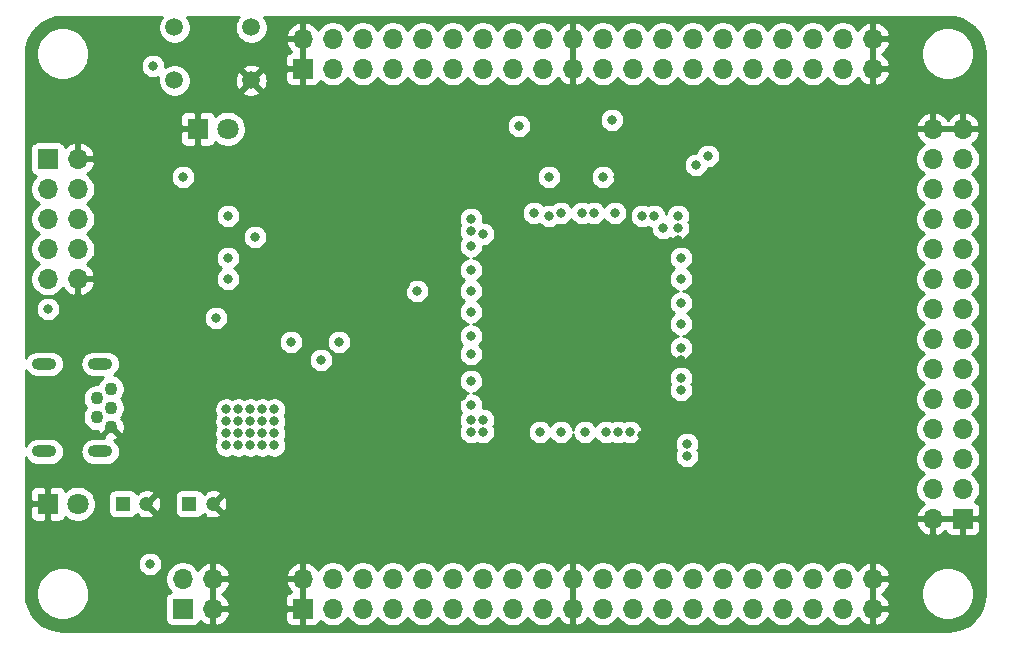
<source format=gbr>
%TF.GenerationSoftware,KiCad,Pcbnew,(5.1.9)-1*%
%TF.CreationDate,2021-02-04T20:28:27-06:00*%
%TF.ProjectId,Intel_10M02SCE144_Breakout_Board,496e7465-6c5f-4313-904d-303253434531,rev?*%
%TF.SameCoordinates,Original*%
%TF.FileFunction,Copper,L2,Inr*%
%TF.FilePolarity,Positive*%
%FSLAX46Y46*%
G04 Gerber Fmt 4.6, Leading zero omitted, Abs format (unit mm)*
G04 Created by KiCad (PCBNEW (5.1.9)-1) date 2021-02-04 20:28:27*
%MOMM*%
%LPD*%
G01*
G04 APERTURE LIST*
%TA.AperFunction,ComponentPad*%
%ADD10C,1.200000*%
%TD*%
%TA.AperFunction,ComponentPad*%
%ADD11R,1.200000X1.200000*%
%TD*%
%TA.AperFunction,ComponentPad*%
%ADD12C,1.800000*%
%TD*%
%TA.AperFunction,ComponentPad*%
%ADD13R,1.800000X1.800000*%
%TD*%
%TA.AperFunction,ComponentPad*%
%ADD14R,1.700000X1.700000*%
%TD*%
%TA.AperFunction,ComponentPad*%
%ADD15O,1.700000X1.700000*%
%TD*%
%TA.AperFunction,ComponentPad*%
%ADD16C,1.500000*%
%TD*%
%TA.AperFunction,ComponentPad*%
%ADD17O,2.100000X1.000000*%
%TD*%
%TA.AperFunction,ComponentPad*%
%ADD18C,1.100000*%
%TD*%
%TA.AperFunction,ViaPad*%
%ADD19C,0.800000*%
%TD*%
%TA.AperFunction,Conductor*%
%ADD20C,0.254000*%
%TD*%
%TA.AperFunction,Conductor*%
%ADD21C,0.100000*%
%TD*%
G04 APERTURE END LIST*
D10*
%TO.N,H_GND*%
%TO.C,C1*%
X104870000Y-115570000D03*
D11*
%TO.N,+5V*%
X102870000Y-115570000D03*
%TD*%
%TO.N,H_VCC*%
%TO.C,C2*%
X108490000Y-115570000D03*
D10*
%TO.N,H_GND*%
X110490000Y-115570000D03*
%TD*%
D12*
%TO.N,Net-(D1-Pad2)*%
%TO.C,D1*%
X99060000Y-115570000D03*
D13*
%TO.N,H_GND*%
X96520000Y-115570000D03*
%TD*%
%TO.N,H_GND*%
%TO.C,D2*%
X109220000Y-83820000D03*
D12*
%TO.N,Net-(D2-Pad2)*%
X111760000Y-83820000D03*
%TD*%
D14*
%TO.N,+5V*%
%TO.C,J2*%
X107950000Y-124460000D03*
D15*
X107950000Y-121920000D03*
%TO.N,H_GND*%
X110490000Y-124460000D03*
X110490000Y-121920000D03*
%TD*%
%TO.N,H_GND*%
%TO.C,J3*%
X166370000Y-121920000D03*
X166370000Y-124460000D03*
%TO.N,IO_70*%
X163830000Y-121920000D03*
%TO.N,IO_69*%
X163830000Y-124460000D03*
%TO.N,IO_68*%
X161290000Y-121920000D03*
%TO.N,IO_67*%
X161290000Y-124460000D03*
%TO.N,IO_65*%
X158750000Y-121920000D03*
%TO.N,IO_63*%
X158750000Y-124460000D03*
%TO.N,IO_62*%
X156210000Y-121920000D03*
%TO.N,IO_61*%
X156210000Y-124460000D03*
%TO.N,IO_60*%
X153670000Y-121920000D03*
%TO.N,IO_59*%
X153670000Y-124460000D03*
%TO.N,IO_55*%
X151130000Y-121920000D03*
%TO.N,IO_54*%
X151130000Y-124460000D03*
%TO.N,IO_53*%
X148590000Y-121920000D03*
%TO.N,IO_52*%
X148590000Y-124460000D03*
%TO.N,IO_51*%
X146050000Y-121920000D03*
%TO.N,IO_50*%
X146050000Y-124460000D03*
%TO.N,H_VCC*%
X143510000Y-121920000D03*
X143510000Y-124460000D03*
%TO.N,H_GND*%
X140970000Y-121920000D03*
X140970000Y-124460000D03*
%TO.N,IO_49*%
X138430000Y-121920000D03*
%TO.N,IO_48*%
X138430000Y-124460000D03*
%TO.N,IO_47*%
X135890000Y-121920000D03*
%TO.N,IO_46*%
X135890000Y-124460000D03*
%TO.N,IO_44*%
X133350000Y-121920000D03*
%TO.N,IO_42*%
X133350000Y-124460000D03*
%TO.N,IO_41*%
X130810000Y-121920000D03*
%TO.N,IO_40*%
X130810000Y-124460000D03*
%TO.N,IO_39*%
X128270000Y-121920000D03*
%TO.N,IO_33*%
X128270000Y-124460000D03*
%TO.N,IO_32*%
X125730000Y-121920000D03*
%TO.N,IO_31*%
X125730000Y-124460000D03*
%TO.N,IO_28*%
X123190000Y-121920000D03*
%TO.N,IO_27*%
X123190000Y-124460000D03*
%TO.N,H_VCC*%
X120650000Y-121920000D03*
X120650000Y-124460000D03*
%TO.N,H_GND*%
X118110000Y-121920000D03*
D14*
X118110000Y-124460000D03*
%TD*%
%TO.N,H_GND*%
%TO.C,J4*%
X173990000Y-116840000D03*
D15*
X171450000Y-116840000D03*
%TO.N,H_VCC*%
X173990000Y-114300000D03*
X171450000Y-114300000D03*
%TO.N,IO_74*%
X173990000Y-111760000D03*
%TO.N,IO_75*%
X171450000Y-111760000D03*
%TO.N,IO_76*%
X173990000Y-109220000D03*
%TO.N,IO_77*%
X171450000Y-109220000D03*
%TO.N,IO_78*%
X173990000Y-106680000D03*
%TO.N,IO_79*%
X171450000Y-106680000D03*
%TO.N,IO_80*%
X173990000Y-104140000D03*
%TO.N,IO_81*%
X171450000Y-104140000D03*
%TO.N,IO_84*%
X173990000Y-101600000D03*
%TO.N,IO_85*%
X171450000Y-101600000D03*
%TO.N,IO_86*%
X173990000Y-99060000D03*
%TO.N,IO_87*%
X171450000Y-99060000D03*
%TO.N,IO_88*%
X173990000Y-96520000D03*
%TO.N,IO_89*%
X171450000Y-96520000D03*
%TO.N,IO_90*%
X173990000Y-93980000D03*
%TO.N,IO_91*%
X171450000Y-93980000D03*
%TO.N,IO_92*%
X173990000Y-91440000D03*
%TO.N,IO_94*%
X171450000Y-91440000D03*
%TO.N,IO_95*%
X173990000Y-88900000D03*
%TO.N,IO_97*%
X171450000Y-88900000D03*
%TO.N,H_VCC*%
X173990000Y-86360000D03*
X171450000Y-86360000D03*
%TO.N,H_GND*%
X173990000Y-83820000D03*
X171450000Y-83820000D03*
%TD*%
D14*
%TO.N,H_GND*%
%TO.C,J5*%
X118110000Y-78740000D03*
D15*
X118110000Y-76200000D03*
%TO.N,H_VCC*%
X120650000Y-78740000D03*
X120650000Y-76200000D03*
%TO.N,IO_7*%
X123190000Y-78740000D03*
%TO.N,IO_8*%
X123190000Y-76200000D03*
%TO.N,IO_5*%
X125730000Y-78740000D03*
%TO.N,IO_6*%
X125730000Y-76200000D03*
%TO.N,IO_3*%
X128270000Y-78740000D03*
%TO.N,IO_4*%
X128270000Y-76200000D03*
%TO.N,IO_141*%
X130810000Y-78740000D03*
%TO.N,IO_140*%
X130810000Y-76200000D03*
%TO.N,IO_139*%
X133350000Y-78740000D03*
%TO.N,IO_138*%
X133350000Y-76200000D03*
%TO.N,IO_137*%
X135890000Y-78740000D03*
%TO.N,IO_134*%
X135890000Y-76200000D03*
%TO.N,IO_129*%
X138430000Y-78740000D03*
%TO.N,IO_128*%
X138430000Y-76200000D03*
%TO.N,H_GND*%
X140970000Y-78740000D03*
X140970000Y-76200000D03*
%TO.N,H_VCC*%
X143510000Y-78740000D03*
X143510000Y-76200000D03*
%TO.N,IO_127*%
X146050000Y-78740000D03*
%TO.N,IO_126*%
X146050000Y-76200000D03*
%TO.N,IO_125*%
X148590000Y-78740000D03*
%TO.N,IO_124*%
X148590000Y-76200000D03*
%TO.N,IO_123*%
X151130000Y-78740000D03*
%TO.N,IO_117*%
X151130000Y-76200000D03*
%TO.N,IO_116*%
X153670000Y-78740000D03*
%TO.N,IO_114*%
X153670000Y-76200000D03*
%TO.N,IO_112*%
X156210000Y-78740000D03*
%TO.N,IO_106*%
X156210000Y-76200000D03*
%TO.N,IO_105*%
X158750000Y-78740000D03*
%TO.N,IO_103*%
X158750000Y-76200000D03*
%TO.N,IO_101*%
X161290000Y-78740000D03*
%TO.N,IO_100*%
X161290000Y-76200000D03*
%TO.N,IO_99*%
X163830000Y-78740000D03*
%TO.N,IO_98*%
X163830000Y-76200000D03*
%TO.N,H_GND*%
X166370000Y-78740000D03*
X166370000Y-76200000D03*
%TD*%
D14*
%TO.N,TCK*%
%TO.C,J6*%
X96520000Y-86360000D03*
D15*
%TO.N,H_GND*%
X99060000Y-86360000D03*
%TO.N,TDO*%
X96520000Y-88900000D03*
%TO.N,H_VCC*%
X99060000Y-88900000D03*
%TO.N,TMS*%
X96520000Y-91440000D03*
%TO.N,Net-(J6-Pad6)*%
X99060000Y-91440000D03*
%TO.N,Net-(J6-Pad7)*%
X96520000Y-93980000D03*
%TO.N,JEN*%
X99060000Y-93980000D03*
%TO.N,TDI*%
X96520000Y-96520000D03*
%TO.N,H_GND*%
X99060000Y-96520000D03*
%TD*%
D16*
%TO.N,H_GND*%
%TO.C,S1*%
X113740000Y-79720000D03*
%TO.N,Net-(S1-Pad3)*%
X107240000Y-79720000D03*
%TO.N,Net-(S1-Pad2)*%
X113740000Y-75220000D03*
%TO.N,~RESET*%
X107240000Y-75220000D03*
%TD*%
D17*
%TO.N,Net-(J1-Pad6)*%
%TO.C,J1*%
X100965000Y-103725000D03*
X96215000Y-111125000D03*
X96215000Y-103725000D03*
X100965000Y-111125000D03*
D18*
%TO.N,Net-(J1-Pad2)*%
X100665000Y-106625000D03*
%TO.N,Net-(J1-Pad3)*%
X101865000Y-107425000D03*
%TO.N,H_GND*%
X101865000Y-109025000D03*
%TO.N,+5V*%
X101865000Y-105825000D03*
%TO.N,Net-(J1-Pad4)*%
X100665000Y-108225000D03*
%TD*%
D19*
%TO.N,H_GND*%
X136144000Y-109474000D03*
X142240000Y-112522000D03*
X146812000Y-109728000D03*
X150114000Y-103378000D03*
X148082000Y-97536000D03*
X150114000Y-87884000D03*
X144780000Y-87884000D03*
X138430000Y-85598000D03*
X131826000Y-87884000D03*
X126746000Y-97028000D03*
X128778000Y-101092000D03*
X131572000Y-106426000D03*
X136398000Y-107188000D03*
X136398000Y-105156000D03*
X136398000Y-103378000D03*
X136398000Y-101346000D03*
X136398000Y-99314000D03*
X136398000Y-97536000D03*
X136398000Y-95758000D03*
X137922000Y-95250000D03*
X139954000Y-95250000D03*
X141986000Y-95250000D03*
X143764000Y-95250000D03*
X146050000Y-94488000D03*
X146050000Y-96520000D03*
X146050000Y-98298000D03*
X146050000Y-100330000D03*
X146050000Y-102108000D03*
X146050000Y-104140000D03*
X146050000Y-105918000D03*
X143764000Y-105410000D03*
X141732000Y-105410000D03*
X139954000Y-105410000D03*
X138430000Y-105410000D03*
X136398000Y-93726000D03*
X142748000Y-83058000D03*
X131318000Y-112776000D03*
X149860000Y-93218000D03*
X107696000Y-82042000D03*
X101600000Y-98298000D03*
X101600000Y-89408000D03*
X99314000Y-83820000D03*
X123190000Y-105918000D03*
X124714000Y-104394000D03*
X117094000Y-105918000D03*
X107315000Y-101981000D03*
X108331000Y-101981000D03*
X109347000Y-101981000D03*
X110363000Y-101981000D03*
X111379000Y-101981000D03*
X106299000Y-101981000D03*
X105283000Y-101981000D03*
X104267000Y-101981000D03*
X103251000Y-101981000D03*
X109855000Y-102997000D03*
X110871000Y-102997000D03*
X109855000Y-104013000D03*
X110871000Y-104013000D03*
X104775000Y-102997000D03*
X103759000Y-102997000D03*
X103759000Y-104013000D03*
X104775000Y-104013000D03*
X106553000Y-112395000D03*
X106553000Y-111379000D03*
X108077000Y-111379000D03*
X108077000Y-112395000D03*
X107315000Y-111887000D03*
X102870000Y-93726000D03*
%TO.N,H_VCC*%
X110744000Y-99822000D03*
X121158000Y-101854000D03*
X119634000Y-103378000D03*
X117094000Y-101854000D03*
X105156000Y-120650000D03*
X105410000Y-78486000D03*
X151384000Y-86868000D03*
X152400000Y-86106000D03*
X144272000Y-83058000D03*
X132334000Y-93726000D03*
X133350000Y-92710000D03*
X132334000Y-95758000D03*
X132334000Y-97536000D03*
X132334000Y-99314000D03*
X132334000Y-101346000D03*
X132334000Y-105156000D03*
X138176000Y-109474000D03*
X132334000Y-102870000D03*
X132334000Y-107188000D03*
X132334000Y-91440000D03*
X132334000Y-92456000D03*
X132334000Y-108458000D03*
X132334000Y-109474000D03*
X133350000Y-109474000D03*
X133350000Y-108458000D03*
X139954000Y-109474000D03*
X141986000Y-109474000D03*
X143764000Y-109474000D03*
X145796000Y-109474000D03*
X144780000Y-109474000D03*
X150114000Y-105918000D03*
X150114000Y-104902000D03*
X150114000Y-102362000D03*
X150114000Y-100330000D03*
X150114000Y-98552000D03*
X150114000Y-96520000D03*
X150114000Y-94742000D03*
X144526000Y-90932000D03*
X141732000Y-90932000D03*
X139954000Y-90932000D03*
X137668000Y-90932000D03*
X149860000Y-91186000D03*
X149860000Y-92202000D03*
X150622000Y-111506000D03*
X150622000Y-110490000D03*
X148590000Y-92202000D03*
X111760000Y-96520000D03*
X111760000Y-94742000D03*
X111760000Y-91186000D03*
X107950000Y-87884000D03*
X114046000Y-92964000D03*
X111633000Y-107569000D03*
X112649000Y-107569000D03*
X113665000Y-107569000D03*
X114681000Y-107569000D03*
X115697000Y-107569000D03*
X111633000Y-108585000D03*
X112649000Y-108585000D03*
X113665000Y-108585000D03*
X114681000Y-108585000D03*
X115697000Y-108585000D03*
X111633000Y-109601000D03*
X112649000Y-109601000D03*
X113665000Y-109601000D03*
X114681000Y-109601000D03*
X115697000Y-109601000D03*
X111633000Y-110617000D03*
X112649000Y-110617000D03*
X113665000Y-110617000D03*
X114681000Y-110617000D03*
X115697000Y-110617000D03*
%TO.N,TDO*%
X96520000Y-99060000D03*
%TO.N,JEN*%
X127762000Y-97536000D03*
%TO.N,Net-(R6-Pad2)*%
X147828000Y-91186000D03*
%TO.N,Net-(R7-Pad2)*%
X146812000Y-91186000D03*
%TO.N,Net-(R8-Pad2)*%
X142748000Y-90932000D03*
%TO.N,Net-(R9-Pad2)*%
X138938000Y-87884000D03*
%TO.N,Net-(R10-Pad2)*%
X138938000Y-91186000D03*
%TO.N,Net-(R11-Pad2)*%
X136398000Y-83566000D03*
%TO.N,Net-(R12-Pad2)*%
X143510000Y-87884000D03*
%TD*%
D20*
%TO.N,H_GND*%
X106164201Y-74337114D02*
X106012629Y-74563957D01*
X105908225Y-74816011D01*
X105855000Y-75083589D01*
X105855000Y-75356411D01*
X105908225Y-75623989D01*
X106012629Y-75876043D01*
X106164201Y-76102886D01*
X106357114Y-76295799D01*
X106583957Y-76447371D01*
X106836011Y-76551775D01*
X107103589Y-76605000D01*
X107376411Y-76605000D01*
X107643989Y-76551775D01*
X107896043Y-76447371D01*
X108122886Y-76295799D01*
X108315799Y-76102886D01*
X108467371Y-75876043D01*
X108571775Y-75623989D01*
X108625000Y-75356411D01*
X108625000Y-75083589D01*
X108571775Y-74816011D01*
X108467371Y-74563957D01*
X108315799Y-74337114D01*
X108298685Y-74320000D01*
X112681315Y-74320000D01*
X112664201Y-74337114D01*
X112512629Y-74563957D01*
X112408225Y-74816011D01*
X112355000Y-75083589D01*
X112355000Y-75356411D01*
X112408225Y-75623989D01*
X112512629Y-75876043D01*
X112664201Y-76102886D01*
X112857114Y-76295799D01*
X113083957Y-76447371D01*
X113336011Y-76551775D01*
X113603589Y-76605000D01*
X113876411Y-76605000D01*
X114143989Y-76551775D01*
X114396043Y-76447371D01*
X114622886Y-76295799D01*
X114815799Y-76102886D01*
X114967371Y-75876043D01*
X114981012Y-75843109D01*
X116668519Y-75843109D01*
X116789186Y-76073000D01*
X117983000Y-76073000D01*
X117983000Y-74879845D01*
X118237000Y-74879845D01*
X118237000Y-76073000D01*
X118257000Y-76073000D01*
X118257000Y-76327000D01*
X118237000Y-76327000D01*
X118237000Y-78613000D01*
X118257000Y-78613000D01*
X118257000Y-78867000D01*
X118237000Y-78867000D01*
X118237000Y-80066250D01*
X118395750Y-80225000D01*
X118960000Y-80228072D01*
X119084482Y-80215812D01*
X119204180Y-80179502D01*
X119314494Y-80120537D01*
X119411185Y-80041185D01*
X119490537Y-79944494D01*
X119549502Y-79834180D01*
X119571513Y-79761620D01*
X119703368Y-79893475D01*
X119946589Y-80055990D01*
X120216842Y-80167932D01*
X120503740Y-80225000D01*
X120796260Y-80225000D01*
X121083158Y-80167932D01*
X121353411Y-80055990D01*
X121596632Y-79893475D01*
X121803475Y-79686632D01*
X121920000Y-79512240D01*
X122036525Y-79686632D01*
X122243368Y-79893475D01*
X122486589Y-80055990D01*
X122756842Y-80167932D01*
X123043740Y-80225000D01*
X123336260Y-80225000D01*
X123623158Y-80167932D01*
X123893411Y-80055990D01*
X124136632Y-79893475D01*
X124343475Y-79686632D01*
X124460000Y-79512240D01*
X124576525Y-79686632D01*
X124783368Y-79893475D01*
X125026589Y-80055990D01*
X125296842Y-80167932D01*
X125583740Y-80225000D01*
X125876260Y-80225000D01*
X126163158Y-80167932D01*
X126433411Y-80055990D01*
X126676632Y-79893475D01*
X126883475Y-79686632D01*
X127000000Y-79512240D01*
X127116525Y-79686632D01*
X127323368Y-79893475D01*
X127566589Y-80055990D01*
X127836842Y-80167932D01*
X128123740Y-80225000D01*
X128416260Y-80225000D01*
X128703158Y-80167932D01*
X128973411Y-80055990D01*
X129216632Y-79893475D01*
X129423475Y-79686632D01*
X129540000Y-79512240D01*
X129656525Y-79686632D01*
X129863368Y-79893475D01*
X130106589Y-80055990D01*
X130376842Y-80167932D01*
X130663740Y-80225000D01*
X130956260Y-80225000D01*
X131243158Y-80167932D01*
X131513411Y-80055990D01*
X131756632Y-79893475D01*
X131963475Y-79686632D01*
X132080000Y-79512240D01*
X132196525Y-79686632D01*
X132403368Y-79893475D01*
X132646589Y-80055990D01*
X132916842Y-80167932D01*
X133203740Y-80225000D01*
X133496260Y-80225000D01*
X133783158Y-80167932D01*
X134053411Y-80055990D01*
X134296632Y-79893475D01*
X134503475Y-79686632D01*
X134620000Y-79512240D01*
X134736525Y-79686632D01*
X134943368Y-79893475D01*
X135186589Y-80055990D01*
X135456842Y-80167932D01*
X135743740Y-80225000D01*
X136036260Y-80225000D01*
X136323158Y-80167932D01*
X136593411Y-80055990D01*
X136836632Y-79893475D01*
X137043475Y-79686632D01*
X137160000Y-79512240D01*
X137276525Y-79686632D01*
X137483368Y-79893475D01*
X137726589Y-80055990D01*
X137996842Y-80167932D01*
X138283740Y-80225000D01*
X138576260Y-80225000D01*
X138863158Y-80167932D01*
X139133411Y-80055990D01*
X139376632Y-79893475D01*
X139583475Y-79686632D01*
X139705195Y-79504466D01*
X139774822Y-79621355D01*
X139969731Y-79837588D01*
X140203080Y-80011641D01*
X140465901Y-80136825D01*
X140613110Y-80181476D01*
X140843000Y-80060155D01*
X140843000Y-78867000D01*
X140823000Y-78867000D01*
X140823000Y-78613000D01*
X140843000Y-78613000D01*
X140843000Y-76327000D01*
X140823000Y-76327000D01*
X140823000Y-76073000D01*
X140843000Y-76073000D01*
X140843000Y-74879845D01*
X141097000Y-74879845D01*
X141097000Y-76073000D01*
X141117000Y-76073000D01*
X141117000Y-76327000D01*
X141097000Y-76327000D01*
X141097000Y-78613000D01*
X141117000Y-78613000D01*
X141117000Y-78867000D01*
X141097000Y-78867000D01*
X141097000Y-80060155D01*
X141326890Y-80181476D01*
X141474099Y-80136825D01*
X141736920Y-80011641D01*
X141970269Y-79837588D01*
X142165178Y-79621355D01*
X142234805Y-79504466D01*
X142356525Y-79686632D01*
X142563368Y-79893475D01*
X142806589Y-80055990D01*
X143076842Y-80167932D01*
X143363740Y-80225000D01*
X143656260Y-80225000D01*
X143943158Y-80167932D01*
X144213411Y-80055990D01*
X144456632Y-79893475D01*
X144663475Y-79686632D01*
X144780000Y-79512240D01*
X144896525Y-79686632D01*
X145103368Y-79893475D01*
X145346589Y-80055990D01*
X145616842Y-80167932D01*
X145903740Y-80225000D01*
X146196260Y-80225000D01*
X146483158Y-80167932D01*
X146753411Y-80055990D01*
X146996632Y-79893475D01*
X147203475Y-79686632D01*
X147320000Y-79512240D01*
X147436525Y-79686632D01*
X147643368Y-79893475D01*
X147886589Y-80055990D01*
X148156842Y-80167932D01*
X148443740Y-80225000D01*
X148736260Y-80225000D01*
X149023158Y-80167932D01*
X149293411Y-80055990D01*
X149536632Y-79893475D01*
X149743475Y-79686632D01*
X149860000Y-79512240D01*
X149976525Y-79686632D01*
X150183368Y-79893475D01*
X150426589Y-80055990D01*
X150696842Y-80167932D01*
X150983740Y-80225000D01*
X151276260Y-80225000D01*
X151563158Y-80167932D01*
X151833411Y-80055990D01*
X152076632Y-79893475D01*
X152283475Y-79686632D01*
X152400000Y-79512240D01*
X152516525Y-79686632D01*
X152723368Y-79893475D01*
X152966589Y-80055990D01*
X153236842Y-80167932D01*
X153523740Y-80225000D01*
X153816260Y-80225000D01*
X154103158Y-80167932D01*
X154373411Y-80055990D01*
X154616632Y-79893475D01*
X154823475Y-79686632D01*
X154940000Y-79512240D01*
X155056525Y-79686632D01*
X155263368Y-79893475D01*
X155506589Y-80055990D01*
X155776842Y-80167932D01*
X156063740Y-80225000D01*
X156356260Y-80225000D01*
X156643158Y-80167932D01*
X156913411Y-80055990D01*
X157156632Y-79893475D01*
X157363475Y-79686632D01*
X157480000Y-79512240D01*
X157596525Y-79686632D01*
X157803368Y-79893475D01*
X158046589Y-80055990D01*
X158316842Y-80167932D01*
X158603740Y-80225000D01*
X158896260Y-80225000D01*
X159183158Y-80167932D01*
X159453411Y-80055990D01*
X159696632Y-79893475D01*
X159903475Y-79686632D01*
X160020000Y-79512240D01*
X160136525Y-79686632D01*
X160343368Y-79893475D01*
X160586589Y-80055990D01*
X160856842Y-80167932D01*
X161143740Y-80225000D01*
X161436260Y-80225000D01*
X161723158Y-80167932D01*
X161993411Y-80055990D01*
X162236632Y-79893475D01*
X162443475Y-79686632D01*
X162560000Y-79512240D01*
X162676525Y-79686632D01*
X162883368Y-79893475D01*
X163126589Y-80055990D01*
X163396842Y-80167932D01*
X163683740Y-80225000D01*
X163976260Y-80225000D01*
X164263158Y-80167932D01*
X164533411Y-80055990D01*
X164776632Y-79893475D01*
X164983475Y-79686632D01*
X165105195Y-79504466D01*
X165174822Y-79621355D01*
X165369731Y-79837588D01*
X165603080Y-80011641D01*
X165865901Y-80136825D01*
X166013110Y-80181476D01*
X166243000Y-80060155D01*
X166243000Y-78867000D01*
X166497000Y-78867000D01*
X166497000Y-80060155D01*
X166726890Y-80181476D01*
X166874099Y-80136825D01*
X167136920Y-80011641D01*
X167370269Y-79837588D01*
X167565178Y-79621355D01*
X167714157Y-79371252D01*
X167811481Y-79096891D01*
X167690814Y-78867000D01*
X166497000Y-78867000D01*
X166243000Y-78867000D01*
X166223000Y-78867000D01*
X166223000Y-78613000D01*
X166243000Y-78613000D01*
X166243000Y-76327000D01*
X166497000Y-76327000D01*
X166497000Y-78613000D01*
X167690814Y-78613000D01*
X167811481Y-78383109D01*
X167714157Y-78108748D01*
X167565178Y-77858645D01*
X167370269Y-77642412D01*
X167139120Y-77470000D01*
X167370269Y-77297588D01*
X167413279Y-77249872D01*
X170485000Y-77249872D01*
X170485000Y-77690128D01*
X170570890Y-78121925D01*
X170739369Y-78528669D01*
X170983962Y-78894729D01*
X171295271Y-79206038D01*
X171661331Y-79450631D01*
X172068075Y-79619110D01*
X172499872Y-79705000D01*
X172940128Y-79705000D01*
X173371925Y-79619110D01*
X173778669Y-79450631D01*
X174144729Y-79206038D01*
X174456038Y-78894729D01*
X174700631Y-78528669D01*
X174869110Y-78121925D01*
X174955000Y-77690128D01*
X174955000Y-77249872D01*
X174869110Y-76818075D01*
X174700631Y-76411331D01*
X174456038Y-76045271D01*
X174144729Y-75733962D01*
X173778669Y-75489369D01*
X173371925Y-75320890D01*
X172940128Y-75235000D01*
X172499872Y-75235000D01*
X172068075Y-75320890D01*
X171661331Y-75489369D01*
X171295271Y-75733962D01*
X170983962Y-76045271D01*
X170739369Y-76411331D01*
X170570890Y-76818075D01*
X170485000Y-77249872D01*
X167413279Y-77249872D01*
X167565178Y-77081355D01*
X167714157Y-76831252D01*
X167811481Y-76556891D01*
X167690814Y-76327000D01*
X166497000Y-76327000D01*
X166243000Y-76327000D01*
X166223000Y-76327000D01*
X166223000Y-76073000D01*
X166243000Y-76073000D01*
X166243000Y-74879845D01*
X166497000Y-74879845D01*
X166497000Y-76073000D01*
X167690814Y-76073000D01*
X167811481Y-75843109D01*
X167714157Y-75568748D01*
X167565178Y-75318645D01*
X167370269Y-75102412D01*
X167136920Y-74928359D01*
X166874099Y-74803175D01*
X166726890Y-74758524D01*
X166497000Y-74879845D01*
X166243000Y-74879845D01*
X166013110Y-74758524D01*
X165865901Y-74803175D01*
X165603080Y-74928359D01*
X165369731Y-75102412D01*
X165174822Y-75318645D01*
X165105195Y-75435534D01*
X164983475Y-75253368D01*
X164776632Y-75046525D01*
X164533411Y-74884010D01*
X164263158Y-74772068D01*
X163976260Y-74715000D01*
X163683740Y-74715000D01*
X163396842Y-74772068D01*
X163126589Y-74884010D01*
X162883368Y-75046525D01*
X162676525Y-75253368D01*
X162560000Y-75427760D01*
X162443475Y-75253368D01*
X162236632Y-75046525D01*
X161993411Y-74884010D01*
X161723158Y-74772068D01*
X161436260Y-74715000D01*
X161143740Y-74715000D01*
X160856842Y-74772068D01*
X160586589Y-74884010D01*
X160343368Y-75046525D01*
X160136525Y-75253368D01*
X160020000Y-75427760D01*
X159903475Y-75253368D01*
X159696632Y-75046525D01*
X159453411Y-74884010D01*
X159183158Y-74772068D01*
X158896260Y-74715000D01*
X158603740Y-74715000D01*
X158316842Y-74772068D01*
X158046589Y-74884010D01*
X157803368Y-75046525D01*
X157596525Y-75253368D01*
X157480000Y-75427760D01*
X157363475Y-75253368D01*
X157156632Y-75046525D01*
X156913411Y-74884010D01*
X156643158Y-74772068D01*
X156356260Y-74715000D01*
X156063740Y-74715000D01*
X155776842Y-74772068D01*
X155506589Y-74884010D01*
X155263368Y-75046525D01*
X155056525Y-75253368D01*
X154940000Y-75427760D01*
X154823475Y-75253368D01*
X154616632Y-75046525D01*
X154373411Y-74884010D01*
X154103158Y-74772068D01*
X153816260Y-74715000D01*
X153523740Y-74715000D01*
X153236842Y-74772068D01*
X152966589Y-74884010D01*
X152723368Y-75046525D01*
X152516525Y-75253368D01*
X152400000Y-75427760D01*
X152283475Y-75253368D01*
X152076632Y-75046525D01*
X151833411Y-74884010D01*
X151563158Y-74772068D01*
X151276260Y-74715000D01*
X150983740Y-74715000D01*
X150696842Y-74772068D01*
X150426589Y-74884010D01*
X150183368Y-75046525D01*
X149976525Y-75253368D01*
X149860000Y-75427760D01*
X149743475Y-75253368D01*
X149536632Y-75046525D01*
X149293411Y-74884010D01*
X149023158Y-74772068D01*
X148736260Y-74715000D01*
X148443740Y-74715000D01*
X148156842Y-74772068D01*
X147886589Y-74884010D01*
X147643368Y-75046525D01*
X147436525Y-75253368D01*
X147320000Y-75427760D01*
X147203475Y-75253368D01*
X146996632Y-75046525D01*
X146753411Y-74884010D01*
X146483158Y-74772068D01*
X146196260Y-74715000D01*
X145903740Y-74715000D01*
X145616842Y-74772068D01*
X145346589Y-74884010D01*
X145103368Y-75046525D01*
X144896525Y-75253368D01*
X144780000Y-75427760D01*
X144663475Y-75253368D01*
X144456632Y-75046525D01*
X144213411Y-74884010D01*
X143943158Y-74772068D01*
X143656260Y-74715000D01*
X143363740Y-74715000D01*
X143076842Y-74772068D01*
X142806589Y-74884010D01*
X142563368Y-75046525D01*
X142356525Y-75253368D01*
X142234805Y-75435534D01*
X142165178Y-75318645D01*
X141970269Y-75102412D01*
X141736920Y-74928359D01*
X141474099Y-74803175D01*
X141326890Y-74758524D01*
X141097000Y-74879845D01*
X140843000Y-74879845D01*
X140613110Y-74758524D01*
X140465901Y-74803175D01*
X140203080Y-74928359D01*
X139969731Y-75102412D01*
X139774822Y-75318645D01*
X139705195Y-75435534D01*
X139583475Y-75253368D01*
X139376632Y-75046525D01*
X139133411Y-74884010D01*
X138863158Y-74772068D01*
X138576260Y-74715000D01*
X138283740Y-74715000D01*
X137996842Y-74772068D01*
X137726589Y-74884010D01*
X137483368Y-75046525D01*
X137276525Y-75253368D01*
X137160000Y-75427760D01*
X137043475Y-75253368D01*
X136836632Y-75046525D01*
X136593411Y-74884010D01*
X136323158Y-74772068D01*
X136036260Y-74715000D01*
X135743740Y-74715000D01*
X135456842Y-74772068D01*
X135186589Y-74884010D01*
X134943368Y-75046525D01*
X134736525Y-75253368D01*
X134620000Y-75427760D01*
X134503475Y-75253368D01*
X134296632Y-75046525D01*
X134053411Y-74884010D01*
X133783158Y-74772068D01*
X133496260Y-74715000D01*
X133203740Y-74715000D01*
X132916842Y-74772068D01*
X132646589Y-74884010D01*
X132403368Y-75046525D01*
X132196525Y-75253368D01*
X132080000Y-75427760D01*
X131963475Y-75253368D01*
X131756632Y-75046525D01*
X131513411Y-74884010D01*
X131243158Y-74772068D01*
X130956260Y-74715000D01*
X130663740Y-74715000D01*
X130376842Y-74772068D01*
X130106589Y-74884010D01*
X129863368Y-75046525D01*
X129656525Y-75253368D01*
X129540000Y-75427760D01*
X129423475Y-75253368D01*
X129216632Y-75046525D01*
X128973411Y-74884010D01*
X128703158Y-74772068D01*
X128416260Y-74715000D01*
X128123740Y-74715000D01*
X127836842Y-74772068D01*
X127566589Y-74884010D01*
X127323368Y-75046525D01*
X127116525Y-75253368D01*
X127000000Y-75427760D01*
X126883475Y-75253368D01*
X126676632Y-75046525D01*
X126433411Y-74884010D01*
X126163158Y-74772068D01*
X125876260Y-74715000D01*
X125583740Y-74715000D01*
X125296842Y-74772068D01*
X125026589Y-74884010D01*
X124783368Y-75046525D01*
X124576525Y-75253368D01*
X124460000Y-75427760D01*
X124343475Y-75253368D01*
X124136632Y-75046525D01*
X123893411Y-74884010D01*
X123623158Y-74772068D01*
X123336260Y-74715000D01*
X123043740Y-74715000D01*
X122756842Y-74772068D01*
X122486589Y-74884010D01*
X122243368Y-75046525D01*
X122036525Y-75253368D01*
X121920000Y-75427760D01*
X121803475Y-75253368D01*
X121596632Y-75046525D01*
X121353411Y-74884010D01*
X121083158Y-74772068D01*
X120796260Y-74715000D01*
X120503740Y-74715000D01*
X120216842Y-74772068D01*
X119946589Y-74884010D01*
X119703368Y-75046525D01*
X119496525Y-75253368D01*
X119374805Y-75435534D01*
X119305178Y-75318645D01*
X119110269Y-75102412D01*
X118876920Y-74928359D01*
X118614099Y-74803175D01*
X118466890Y-74758524D01*
X118237000Y-74879845D01*
X117983000Y-74879845D01*
X117753110Y-74758524D01*
X117605901Y-74803175D01*
X117343080Y-74928359D01*
X117109731Y-75102412D01*
X116914822Y-75318645D01*
X116765843Y-75568748D01*
X116668519Y-75843109D01*
X114981012Y-75843109D01*
X115071775Y-75623989D01*
X115125000Y-75356411D01*
X115125000Y-75083589D01*
X115071775Y-74816011D01*
X114967371Y-74563957D01*
X114815799Y-74337114D01*
X114798685Y-74320000D01*
X172687721Y-74320000D01*
X173331222Y-74383096D01*
X173919164Y-74560606D01*
X174461436Y-74848937D01*
X174937364Y-75237094D01*
X175328845Y-75710314D01*
X175620951Y-76250552D01*
X175802563Y-76837244D01*
X175870001Y-77478888D01*
X175870000Y-123157721D01*
X175806904Y-123801221D01*
X175629394Y-124389164D01*
X175341063Y-124931436D01*
X174952906Y-125407364D01*
X174479686Y-125798845D01*
X173939449Y-126090950D01*
X173352756Y-126272563D01*
X172711130Y-126340000D01*
X97822279Y-126340000D01*
X97178779Y-126276904D01*
X96590836Y-126099394D01*
X96048564Y-125811063D01*
X95572636Y-125422906D01*
X95181155Y-124949686D01*
X94889050Y-124409449D01*
X94707437Y-123822756D01*
X94640000Y-123181130D01*
X94640000Y-122969872D01*
X95555000Y-122969872D01*
X95555000Y-123410128D01*
X95640890Y-123841925D01*
X95809369Y-124248669D01*
X96053962Y-124614729D01*
X96365271Y-124926038D01*
X96731331Y-125170631D01*
X97138075Y-125339110D01*
X97569872Y-125425000D01*
X98010128Y-125425000D01*
X98441925Y-125339110D01*
X98848669Y-125170631D01*
X99214729Y-124926038D01*
X99526038Y-124614729D01*
X99770631Y-124248669D01*
X99939110Y-123841925D01*
X99985242Y-123610000D01*
X106461928Y-123610000D01*
X106461928Y-125310000D01*
X106474188Y-125434482D01*
X106510498Y-125554180D01*
X106569463Y-125664494D01*
X106648815Y-125761185D01*
X106745506Y-125840537D01*
X106855820Y-125899502D01*
X106975518Y-125935812D01*
X107100000Y-125948072D01*
X108800000Y-125948072D01*
X108924482Y-125935812D01*
X109044180Y-125899502D01*
X109154494Y-125840537D01*
X109251185Y-125761185D01*
X109330537Y-125664494D01*
X109389502Y-125554180D01*
X109413966Y-125473534D01*
X109489731Y-125557588D01*
X109723080Y-125731641D01*
X109985901Y-125856825D01*
X110133110Y-125901476D01*
X110363000Y-125780155D01*
X110363000Y-124587000D01*
X110617000Y-124587000D01*
X110617000Y-125780155D01*
X110846890Y-125901476D01*
X110994099Y-125856825D01*
X111256920Y-125731641D01*
X111490269Y-125557588D01*
X111685178Y-125341355D01*
X111703855Y-125310000D01*
X116621928Y-125310000D01*
X116634188Y-125434482D01*
X116670498Y-125554180D01*
X116729463Y-125664494D01*
X116808815Y-125761185D01*
X116905506Y-125840537D01*
X117015820Y-125899502D01*
X117135518Y-125935812D01*
X117260000Y-125948072D01*
X117824250Y-125945000D01*
X117983000Y-125786250D01*
X117983000Y-124587000D01*
X116783750Y-124587000D01*
X116625000Y-124745750D01*
X116621928Y-125310000D01*
X111703855Y-125310000D01*
X111834157Y-125091252D01*
X111931481Y-124816891D01*
X111810814Y-124587000D01*
X110617000Y-124587000D01*
X110363000Y-124587000D01*
X110343000Y-124587000D01*
X110343000Y-124333000D01*
X110363000Y-124333000D01*
X110363000Y-122047000D01*
X110617000Y-122047000D01*
X110617000Y-124333000D01*
X111810814Y-124333000D01*
X111931481Y-124103109D01*
X111834157Y-123828748D01*
X111703856Y-123610000D01*
X116621928Y-123610000D01*
X116625000Y-124174250D01*
X116783750Y-124333000D01*
X117983000Y-124333000D01*
X117983000Y-122047000D01*
X116789186Y-122047000D01*
X116668519Y-122276891D01*
X116765843Y-122551252D01*
X116914822Y-122801355D01*
X117091626Y-122997502D01*
X117015820Y-123020498D01*
X116905506Y-123079463D01*
X116808815Y-123158815D01*
X116729463Y-123255506D01*
X116670498Y-123365820D01*
X116634188Y-123485518D01*
X116621928Y-123610000D01*
X111703856Y-123610000D01*
X111685178Y-123578645D01*
X111490269Y-123362412D01*
X111259120Y-123190000D01*
X111490269Y-123017588D01*
X111685178Y-122801355D01*
X111834157Y-122551252D01*
X111931481Y-122276891D01*
X111810814Y-122047000D01*
X110617000Y-122047000D01*
X110363000Y-122047000D01*
X110343000Y-122047000D01*
X110343000Y-121793000D01*
X110363000Y-121793000D01*
X110363000Y-120599845D01*
X110617000Y-120599845D01*
X110617000Y-121793000D01*
X111810814Y-121793000D01*
X111931481Y-121563109D01*
X116668519Y-121563109D01*
X116789186Y-121793000D01*
X117983000Y-121793000D01*
X117983000Y-120599845D01*
X118237000Y-120599845D01*
X118237000Y-121793000D01*
X118257000Y-121793000D01*
X118257000Y-122047000D01*
X118237000Y-122047000D01*
X118237000Y-124333000D01*
X118257000Y-124333000D01*
X118257000Y-124587000D01*
X118237000Y-124587000D01*
X118237000Y-125786250D01*
X118395750Y-125945000D01*
X118960000Y-125948072D01*
X119084482Y-125935812D01*
X119204180Y-125899502D01*
X119314494Y-125840537D01*
X119411185Y-125761185D01*
X119490537Y-125664494D01*
X119549502Y-125554180D01*
X119571513Y-125481620D01*
X119703368Y-125613475D01*
X119946589Y-125775990D01*
X120216842Y-125887932D01*
X120503740Y-125945000D01*
X120796260Y-125945000D01*
X121083158Y-125887932D01*
X121353411Y-125775990D01*
X121596632Y-125613475D01*
X121803475Y-125406632D01*
X121920000Y-125232240D01*
X122036525Y-125406632D01*
X122243368Y-125613475D01*
X122486589Y-125775990D01*
X122756842Y-125887932D01*
X123043740Y-125945000D01*
X123336260Y-125945000D01*
X123623158Y-125887932D01*
X123893411Y-125775990D01*
X124136632Y-125613475D01*
X124343475Y-125406632D01*
X124460000Y-125232240D01*
X124576525Y-125406632D01*
X124783368Y-125613475D01*
X125026589Y-125775990D01*
X125296842Y-125887932D01*
X125583740Y-125945000D01*
X125876260Y-125945000D01*
X126163158Y-125887932D01*
X126433411Y-125775990D01*
X126676632Y-125613475D01*
X126883475Y-125406632D01*
X127000000Y-125232240D01*
X127116525Y-125406632D01*
X127323368Y-125613475D01*
X127566589Y-125775990D01*
X127836842Y-125887932D01*
X128123740Y-125945000D01*
X128416260Y-125945000D01*
X128703158Y-125887932D01*
X128973411Y-125775990D01*
X129216632Y-125613475D01*
X129423475Y-125406632D01*
X129540000Y-125232240D01*
X129656525Y-125406632D01*
X129863368Y-125613475D01*
X130106589Y-125775990D01*
X130376842Y-125887932D01*
X130663740Y-125945000D01*
X130956260Y-125945000D01*
X131243158Y-125887932D01*
X131513411Y-125775990D01*
X131756632Y-125613475D01*
X131963475Y-125406632D01*
X132080000Y-125232240D01*
X132196525Y-125406632D01*
X132403368Y-125613475D01*
X132646589Y-125775990D01*
X132916842Y-125887932D01*
X133203740Y-125945000D01*
X133496260Y-125945000D01*
X133783158Y-125887932D01*
X134053411Y-125775990D01*
X134296632Y-125613475D01*
X134503475Y-125406632D01*
X134620000Y-125232240D01*
X134736525Y-125406632D01*
X134943368Y-125613475D01*
X135186589Y-125775990D01*
X135456842Y-125887932D01*
X135743740Y-125945000D01*
X136036260Y-125945000D01*
X136323158Y-125887932D01*
X136593411Y-125775990D01*
X136836632Y-125613475D01*
X137043475Y-125406632D01*
X137160000Y-125232240D01*
X137276525Y-125406632D01*
X137483368Y-125613475D01*
X137726589Y-125775990D01*
X137996842Y-125887932D01*
X138283740Y-125945000D01*
X138576260Y-125945000D01*
X138863158Y-125887932D01*
X139133411Y-125775990D01*
X139376632Y-125613475D01*
X139583475Y-125406632D01*
X139705195Y-125224466D01*
X139774822Y-125341355D01*
X139969731Y-125557588D01*
X140203080Y-125731641D01*
X140465901Y-125856825D01*
X140613110Y-125901476D01*
X140843000Y-125780155D01*
X140843000Y-124587000D01*
X140823000Y-124587000D01*
X140823000Y-124333000D01*
X140843000Y-124333000D01*
X140843000Y-122047000D01*
X140823000Y-122047000D01*
X140823000Y-121793000D01*
X140843000Y-121793000D01*
X140843000Y-120599845D01*
X141097000Y-120599845D01*
X141097000Y-121793000D01*
X141117000Y-121793000D01*
X141117000Y-122047000D01*
X141097000Y-122047000D01*
X141097000Y-124333000D01*
X141117000Y-124333000D01*
X141117000Y-124587000D01*
X141097000Y-124587000D01*
X141097000Y-125780155D01*
X141326890Y-125901476D01*
X141474099Y-125856825D01*
X141736920Y-125731641D01*
X141970269Y-125557588D01*
X142165178Y-125341355D01*
X142234805Y-125224466D01*
X142356525Y-125406632D01*
X142563368Y-125613475D01*
X142806589Y-125775990D01*
X143076842Y-125887932D01*
X143363740Y-125945000D01*
X143656260Y-125945000D01*
X143943158Y-125887932D01*
X144213411Y-125775990D01*
X144456632Y-125613475D01*
X144663475Y-125406632D01*
X144780000Y-125232240D01*
X144896525Y-125406632D01*
X145103368Y-125613475D01*
X145346589Y-125775990D01*
X145616842Y-125887932D01*
X145903740Y-125945000D01*
X146196260Y-125945000D01*
X146483158Y-125887932D01*
X146753411Y-125775990D01*
X146996632Y-125613475D01*
X147203475Y-125406632D01*
X147320000Y-125232240D01*
X147436525Y-125406632D01*
X147643368Y-125613475D01*
X147886589Y-125775990D01*
X148156842Y-125887932D01*
X148443740Y-125945000D01*
X148736260Y-125945000D01*
X149023158Y-125887932D01*
X149293411Y-125775990D01*
X149536632Y-125613475D01*
X149743475Y-125406632D01*
X149860000Y-125232240D01*
X149976525Y-125406632D01*
X150183368Y-125613475D01*
X150426589Y-125775990D01*
X150696842Y-125887932D01*
X150983740Y-125945000D01*
X151276260Y-125945000D01*
X151563158Y-125887932D01*
X151833411Y-125775990D01*
X152076632Y-125613475D01*
X152283475Y-125406632D01*
X152400000Y-125232240D01*
X152516525Y-125406632D01*
X152723368Y-125613475D01*
X152966589Y-125775990D01*
X153236842Y-125887932D01*
X153523740Y-125945000D01*
X153816260Y-125945000D01*
X154103158Y-125887932D01*
X154373411Y-125775990D01*
X154616632Y-125613475D01*
X154823475Y-125406632D01*
X154940000Y-125232240D01*
X155056525Y-125406632D01*
X155263368Y-125613475D01*
X155506589Y-125775990D01*
X155776842Y-125887932D01*
X156063740Y-125945000D01*
X156356260Y-125945000D01*
X156643158Y-125887932D01*
X156913411Y-125775990D01*
X157156632Y-125613475D01*
X157363475Y-125406632D01*
X157480000Y-125232240D01*
X157596525Y-125406632D01*
X157803368Y-125613475D01*
X158046589Y-125775990D01*
X158316842Y-125887932D01*
X158603740Y-125945000D01*
X158896260Y-125945000D01*
X159183158Y-125887932D01*
X159453411Y-125775990D01*
X159696632Y-125613475D01*
X159903475Y-125406632D01*
X160020000Y-125232240D01*
X160136525Y-125406632D01*
X160343368Y-125613475D01*
X160586589Y-125775990D01*
X160856842Y-125887932D01*
X161143740Y-125945000D01*
X161436260Y-125945000D01*
X161723158Y-125887932D01*
X161993411Y-125775990D01*
X162236632Y-125613475D01*
X162443475Y-125406632D01*
X162560000Y-125232240D01*
X162676525Y-125406632D01*
X162883368Y-125613475D01*
X163126589Y-125775990D01*
X163396842Y-125887932D01*
X163683740Y-125945000D01*
X163976260Y-125945000D01*
X164263158Y-125887932D01*
X164533411Y-125775990D01*
X164776632Y-125613475D01*
X164983475Y-125406632D01*
X165105195Y-125224466D01*
X165174822Y-125341355D01*
X165369731Y-125557588D01*
X165603080Y-125731641D01*
X165865901Y-125856825D01*
X166013110Y-125901476D01*
X166243000Y-125780155D01*
X166243000Y-124587000D01*
X166497000Y-124587000D01*
X166497000Y-125780155D01*
X166726890Y-125901476D01*
X166874099Y-125856825D01*
X167136920Y-125731641D01*
X167370269Y-125557588D01*
X167565178Y-125341355D01*
X167714157Y-125091252D01*
X167811481Y-124816891D01*
X167690814Y-124587000D01*
X166497000Y-124587000D01*
X166243000Y-124587000D01*
X166223000Y-124587000D01*
X166223000Y-124333000D01*
X166243000Y-124333000D01*
X166243000Y-122047000D01*
X166497000Y-122047000D01*
X166497000Y-124333000D01*
X167690814Y-124333000D01*
X167811481Y-124103109D01*
X167714157Y-123828748D01*
X167565178Y-123578645D01*
X167370269Y-123362412D01*
X167139120Y-123190000D01*
X167370269Y-123017588D01*
X167413279Y-122969872D01*
X170485000Y-122969872D01*
X170485000Y-123410128D01*
X170570890Y-123841925D01*
X170739369Y-124248669D01*
X170983962Y-124614729D01*
X171295271Y-124926038D01*
X171661331Y-125170631D01*
X172068075Y-125339110D01*
X172499872Y-125425000D01*
X172940128Y-125425000D01*
X173371925Y-125339110D01*
X173778669Y-125170631D01*
X174144729Y-124926038D01*
X174456038Y-124614729D01*
X174700631Y-124248669D01*
X174869110Y-123841925D01*
X174955000Y-123410128D01*
X174955000Y-122969872D01*
X174869110Y-122538075D01*
X174700631Y-122131331D01*
X174456038Y-121765271D01*
X174144729Y-121453962D01*
X173778669Y-121209369D01*
X173371925Y-121040890D01*
X172940128Y-120955000D01*
X172499872Y-120955000D01*
X172068075Y-121040890D01*
X171661331Y-121209369D01*
X171295271Y-121453962D01*
X170983962Y-121765271D01*
X170739369Y-122131331D01*
X170570890Y-122538075D01*
X170485000Y-122969872D01*
X167413279Y-122969872D01*
X167565178Y-122801355D01*
X167714157Y-122551252D01*
X167811481Y-122276891D01*
X167690814Y-122047000D01*
X166497000Y-122047000D01*
X166243000Y-122047000D01*
X166223000Y-122047000D01*
X166223000Y-121793000D01*
X166243000Y-121793000D01*
X166243000Y-120599845D01*
X166497000Y-120599845D01*
X166497000Y-121793000D01*
X167690814Y-121793000D01*
X167811481Y-121563109D01*
X167714157Y-121288748D01*
X167565178Y-121038645D01*
X167370269Y-120822412D01*
X167136920Y-120648359D01*
X166874099Y-120523175D01*
X166726890Y-120478524D01*
X166497000Y-120599845D01*
X166243000Y-120599845D01*
X166013110Y-120478524D01*
X165865901Y-120523175D01*
X165603080Y-120648359D01*
X165369731Y-120822412D01*
X165174822Y-121038645D01*
X165105195Y-121155534D01*
X164983475Y-120973368D01*
X164776632Y-120766525D01*
X164533411Y-120604010D01*
X164263158Y-120492068D01*
X163976260Y-120435000D01*
X163683740Y-120435000D01*
X163396842Y-120492068D01*
X163126589Y-120604010D01*
X162883368Y-120766525D01*
X162676525Y-120973368D01*
X162560000Y-121147760D01*
X162443475Y-120973368D01*
X162236632Y-120766525D01*
X161993411Y-120604010D01*
X161723158Y-120492068D01*
X161436260Y-120435000D01*
X161143740Y-120435000D01*
X160856842Y-120492068D01*
X160586589Y-120604010D01*
X160343368Y-120766525D01*
X160136525Y-120973368D01*
X160020000Y-121147760D01*
X159903475Y-120973368D01*
X159696632Y-120766525D01*
X159453411Y-120604010D01*
X159183158Y-120492068D01*
X158896260Y-120435000D01*
X158603740Y-120435000D01*
X158316842Y-120492068D01*
X158046589Y-120604010D01*
X157803368Y-120766525D01*
X157596525Y-120973368D01*
X157480000Y-121147760D01*
X157363475Y-120973368D01*
X157156632Y-120766525D01*
X156913411Y-120604010D01*
X156643158Y-120492068D01*
X156356260Y-120435000D01*
X156063740Y-120435000D01*
X155776842Y-120492068D01*
X155506589Y-120604010D01*
X155263368Y-120766525D01*
X155056525Y-120973368D01*
X154940000Y-121147760D01*
X154823475Y-120973368D01*
X154616632Y-120766525D01*
X154373411Y-120604010D01*
X154103158Y-120492068D01*
X153816260Y-120435000D01*
X153523740Y-120435000D01*
X153236842Y-120492068D01*
X152966589Y-120604010D01*
X152723368Y-120766525D01*
X152516525Y-120973368D01*
X152400000Y-121147760D01*
X152283475Y-120973368D01*
X152076632Y-120766525D01*
X151833411Y-120604010D01*
X151563158Y-120492068D01*
X151276260Y-120435000D01*
X150983740Y-120435000D01*
X150696842Y-120492068D01*
X150426589Y-120604010D01*
X150183368Y-120766525D01*
X149976525Y-120973368D01*
X149860000Y-121147760D01*
X149743475Y-120973368D01*
X149536632Y-120766525D01*
X149293411Y-120604010D01*
X149023158Y-120492068D01*
X148736260Y-120435000D01*
X148443740Y-120435000D01*
X148156842Y-120492068D01*
X147886589Y-120604010D01*
X147643368Y-120766525D01*
X147436525Y-120973368D01*
X147320000Y-121147760D01*
X147203475Y-120973368D01*
X146996632Y-120766525D01*
X146753411Y-120604010D01*
X146483158Y-120492068D01*
X146196260Y-120435000D01*
X145903740Y-120435000D01*
X145616842Y-120492068D01*
X145346589Y-120604010D01*
X145103368Y-120766525D01*
X144896525Y-120973368D01*
X144780000Y-121147760D01*
X144663475Y-120973368D01*
X144456632Y-120766525D01*
X144213411Y-120604010D01*
X143943158Y-120492068D01*
X143656260Y-120435000D01*
X143363740Y-120435000D01*
X143076842Y-120492068D01*
X142806589Y-120604010D01*
X142563368Y-120766525D01*
X142356525Y-120973368D01*
X142234805Y-121155534D01*
X142165178Y-121038645D01*
X141970269Y-120822412D01*
X141736920Y-120648359D01*
X141474099Y-120523175D01*
X141326890Y-120478524D01*
X141097000Y-120599845D01*
X140843000Y-120599845D01*
X140613110Y-120478524D01*
X140465901Y-120523175D01*
X140203080Y-120648359D01*
X139969731Y-120822412D01*
X139774822Y-121038645D01*
X139705195Y-121155534D01*
X139583475Y-120973368D01*
X139376632Y-120766525D01*
X139133411Y-120604010D01*
X138863158Y-120492068D01*
X138576260Y-120435000D01*
X138283740Y-120435000D01*
X137996842Y-120492068D01*
X137726589Y-120604010D01*
X137483368Y-120766525D01*
X137276525Y-120973368D01*
X137160000Y-121147760D01*
X137043475Y-120973368D01*
X136836632Y-120766525D01*
X136593411Y-120604010D01*
X136323158Y-120492068D01*
X136036260Y-120435000D01*
X135743740Y-120435000D01*
X135456842Y-120492068D01*
X135186589Y-120604010D01*
X134943368Y-120766525D01*
X134736525Y-120973368D01*
X134620000Y-121147760D01*
X134503475Y-120973368D01*
X134296632Y-120766525D01*
X134053411Y-120604010D01*
X133783158Y-120492068D01*
X133496260Y-120435000D01*
X133203740Y-120435000D01*
X132916842Y-120492068D01*
X132646589Y-120604010D01*
X132403368Y-120766525D01*
X132196525Y-120973368D01*
X132080000Y-121147760D01*
X131963475Y-120973368D01*
X131756632Y-120766525D01*
X131513411Y-120604010D01*
X131243158Y-120492068D01*
X130956260Y-120435000D01*
X130663740Y-120435000D01*
X130376842Y-120492068D01*
X130106589Y-120604010D01*
X129863368Y-120766525D01*
X129656525Y-120973368D01*
X129540000Y-121147760D01*
X129423475Y-120973368D01*
X129216632Y-120766525D01*
X128973411Y-120604010D01*
X128703158Y-120492068D01*
X128416260Y-120435000D01*
X128123740Y-120435000D01*
X127836842Y-120492068D01*
X127566589Y-120604010D01*
X127323368Y-120766525D01*
X127116525Y-120973368D01*
X127000000Y-121147760D01*
X126883475Y-120973368D01*
X126676632Y-120766525D01*
X126433411Y-120604010D01*
X126163158Y-120492068D01*
X125876260Y-120435000D01*
X125583740Y-120435000D01*
X125296842Y-120492068D01*
X125026589Y-120604010D01*
X124783368Y-120766525D01*
X124576525Y-120973368D01*
X124460000Y-121147760D01*
X124343475Y-120973368D01*
X124136632Y-120766525D01*
X123893411Y-120604010D01*
X123623158Y-120492068D01*
X123336260Y-120435000D01*
X123043740Y-120435000D01*
X122756842Y-120492068D01*
X122486589Y-120604010D01*
X122243368Y-120766525D01*
X122036525Y-120973368D01*
X121920000Y-121147760D01*
X121803475Y-120973368D01*
X121596632Y-120766525D01*
X121353411Y-120604010D01*
X121083158Y-120492068D01*
X120796260Y-120435000D01*
X120503740Y-120435000D01*
X120216842Y-120492068D01*
X119946589Y-120604010D01*
X119703368Y-120766525D01*
X119496525Y-120973368D01*
X119374805Y-121155534D01*
X119305178Y-121038645D01*
X119110269Y-120822412D01*
X118876920Y-120648359D01*
X118614099Y-120523175D01*
X118466890Y-120478524D01*
X118237000Y-120599845D01*
X117983000Y-120599845D01*
X117753110Y-120478524D01*
X117605901Y-120523175D01*
X117343080Y-120648359D01*
X117109731Y-120822412D01*
X116914822Y-121038645D01*
X116765843Y-121288748D01*
X116668519Y-121563109D01*
X111931481Y-121563109D01*
X111834157Y-121288748D01*
X111685178Y-121038645D01*
X111490269Y-120822412D01*
X111256920Y-120648359D01*
X110994099Y-120523175D01*
X110846890Y-120478524D01*
X110617000Y-120599845D01*
X110363000Y-120599845D01*
X110133110Y-120478524D01*
X109985901Y-120523175D01*
X109723080Y-120648359D01*
X109489731Y-120822412D01*
X109294822Y-121038645D01*
X109225195Y-121155534D01*
X109103475Y-120973368D01*
X108896632Y-120766525D01*
X108653411Y-120604010D01*
X108383158Y-120492068D01*
X108096260Y-120435000D01*
X107803740Y-120435000D01*
X107516842Y-120492068D01*
X107246589Y-120604010D01*
X107003368Y-120766525D01*
X106796525Y-120973368D01*
X106634010Y-121216589D01*
X106522068Y-121486842D01*
X106465000Y-121773740D01*
X106465000Y-122066260D01*
X106522068Y-122353158D01*
X106634010Y-122623411D01*
X106796525Y-122866632D01*
X106928380Y-122998487D01*
X106855820Y-123020498D01*
X106745506Y-123079463D01*
X106648815Y-123158815D01*
X106569463Y-123255506D01*
X106510498Y-123365820D01*
X106474188Y-123485518D01*
X106461928Y-123610000D01*
X99985242Y-123610000D01*
X100025000Y-123410128D01*
X100025000Y-122969872D01*
X99939110Y-122538075D01*
X99770631Y-122131331D01*
X99526038Y-121765271D01*
X99214729Y-121453962D01*
X98848669Y-121209369D01*
X98441925Y-121040890D01*
X98010128Y-120955000D01*
X97569872Y-120955000D01*
X97138075Y-121040890D01*
X96731331Y-121209369D01*
X96365271Y-121453962D01*
X96053962Y-121765271D01*
X95809369Y-122131331D01*
X95640890Y-122538075D01*
X95555000Y-122969872D01*
X94640000Y-122969872D01*
X94640000Y-120548061D01*
X104121000Y-120548061D01*
X104121000Y-120751939D01*
X104160774Y-120951898D01*
X104238795Y-121140256D01*
X104352063Y-121309774D01*
X104496226Y-121453937D01*
X104665744Y-121567205D01*
X104854102Y-121645226D01*
X105054061Y-121685000D01*
X105257939Y-121685000D01*
X105457898Y-121645226D01*
X105646256Y-121567205D01*
X105815774Y-121453937D01*
X105959937Y-121309774D01*
X106073205Y-121140256D01*
X106151226Y-120951898D01*
X106191000Y-120751939D01*
X106191000Y-120548061D01*
X106151226Y-120348102D01*
X106073205Y-120159744D01*
X105959937Y-119990226D01*
X105815774Y-119846063D01*
X105646256Y-119732795D01*
X105457898Y-119654774D01*
X105257939Y-119615000D01*
X105054061Y-119615000D01*
X104854102Y-119654774D01*
X104665744Y-119732795D01*
X104496226Y-119846063D01*
X104352063Y-119990226D01*
X104238795Y-120159744D01*
X104160774Y-120348102D01*
X104121000Y-120548061D01*
X94640000Y-120548061D01*
X94640000Y-117196890D01*
X170008524Y-117196890D01*
X170053175Y-117344099D01*
X170178359Y-117606920D01*
X170352412Y-117840269D01*
X170568645Y-118035178D01*
X170818748Y-118184157D01*
X171093109Y-118281481D01*
X171323000Y-118160814D01*
X171323000Y-116967000D01*
X171577000Y-116967000D01*
X171577000Y-118160814D01*
X171806891Y-118281481D01*
X172081252Y-118184157D01*
X172331355Y-118035178D01*
X172527502Y-117858374D01*
X172550498Y-117934180D01*
X172609463Y-118044494D01*
X172688815Y-118141185D01*
X172785506Y-118220537D01*
X172895820Y-118279502D01*
X173015518Y-118315812D01*
X173140000Y-118328072D01*
X173704250Y-118325000D01*
X173863000Y-118166250D01*
X173863000Y-116967000D01*
X174117000Y-116967000D01*
X174117000Y-118166250D01*
X174275750Y-118325000D01*
X174840000Y-118328072D01*
X174964482Y-118315812D01*
X175084180Y-118279502D01*
X175194494Y-118220537D01*
X175291185Y-118141185D01*
X175370537Y-118044494D01*
X175429502Y-117934180D01*
X175465812Y-117814482D01*
X175478072Y-117690000D01*
X175475000Y-117125750D01*
X175316250Y-116967000D01*
X174117000Y-116967000D01*
X173863000Y-116967000D01*
X171577000Y-116967000D01*
X171323000Y-116967000D01*
X170129845Y-116967000D01*
X170008524Y-117196890D01*
X94640000Y-117196890D01*
X94640000Y-116470000D01*
X94981928Y-116470000D01*
X94994188Y-116594482D01*
X95030498Y-116714180D01*
X95089463Y-116824494D01*
X95168815Y-116921185D01*
X95265506Y-117000537D01*
X95375820Y-117059502D01*
X95495518Y-117095812D01*
X95620000Y-117108072D01*
X96234250Y-117105000D01*
X96393000Y-116946250D01*
X96393000Y-115697000D01*
X95143750Y-115697000D01*
X94985000Y-115855750D01*
X94981928Y-116470000D01*
X94640000Y-116470000D01*
X94640000Y-114670000D01*
X94981928Y-114670000D01*
X94985000Y-115284250D01*
X95143750Y-115443000D01*
X96393000Y-115443000D01*
X96393000Y-114193750D01*
X96647000Y-114193750D01*
X96647000Y-115443000D01*
X96667000Y-115443000D01*
X96667000Y-115697000D01*
X96647000Y-115697000D01*
X96647000Y-116946250D01*
X96805750Y-117105000D01*
X97420000Y-117108072D01*
X97544482Y-117095812D01*
X97664180Y-117059502D01*
X97774494Y-117000537D01*
X97871185Y-116921185D01*
X97950537Y-116824494D01*
X98009502Y-116714180D01*
X98015056Y-116695873D01*
X98081495Y-116762312D01*
X98332905Y-116930299D01*
X98612257Y-117046011D01*
X98908816Y-117105000D01*
X99211184Y-117105000D01*
X99507743Y-117046011D01*
X99787095Y-116930299D01*
X100038505Y-116762312D01*
X100252312Y-116548505D01*
X100420299Y-116297095D01*
X100536011Y-116017743D01*
X100595000Y-115721184D01*
X100595000Y-115418816D01*
X100536011Y-115122257D01*
X100472944Y-114970000D01*
X101631928Y-114970000D01*
X101631928Y-116170000D01*
X101644188Y-116294482D01*
X101680498Y-116414180D01*
X101739463Y-116524494D01*
X101818815Y-116621185D01*
X101915506Y-116700537D01*
X102025820Y-116759502D01*
X102145518Y-116795812D01*
X102270000Y-116808072D01*
X103470000Y-116808072D01*
X103594482Y-116795812D01*
X103714180Y-116759502D01*
X103824494Y-116700537D01*
X103921185Y-116621185D01*
X104000537Y-116524494D01*
X104024858Y-116478994D01*
X104082736Y-116536872D01*
X104199842Y-116419766D01*
X104247148Y-116643348D01*
X104468516Y-116744237D01*
X104705313Y-116800000D01*
X104948438Y-116808495D01*
X105188549Y-116769395D01*
X105416418Y-116684202D01*
X105492852Y-116643348D01*
X105540159Y-116419764D01*
X104870000Y-115749605D01*
X104855858Y-115763748D01*
X104676253Y-115584143D01*
X104690395Y-115570000D01*
X105049605Y-115570000D01*
X105719764Y-116240159D01*
X105943348Y-116192852D01*
X106044237Y-115971484D01*
X106100000Y-115734687D01*
X106108495Y-115491562D01*
X106069395Y-115251451D01*
X105984202Y-115023582D01*
X105955563Y-114970000D01*
X107251928Y-114970000D01*
X107251928Y-116170000D01*
X107264188Y-116294482D01*
X107300498Y-116414180D01*
X107359463Y-116524494D01*
X107438815Y-116621185D01*
X107535506Y-116700537D01*
X107645820Y-116759502D01*
X107765518Y-116795812D01*
X107890000Y-116808072D01*
X109090000Y-116808072D01*
X109214482Y-116795812D01*
X109334180Y-116759502D01*
X109444494Y-116700537D01*
X109541185Y-116621185D01*
X109620537Y-116524494D01*
X109644858Y-116478994D01*
X109702736Y-116536872D01*
X109819842Y-116419766D01*
X109867148Y-116643348D01*
X110088516Y-116744237D01*
X110325313Y-116800000D01*
X110568438Y-116808495D01*
X110808549Y-116769395D01*
X111036418Y-116684202D01*
X111112852Y-116643348D01*
X111160159Y-116419764D01*
X110490000Y-115749605D01*
X110475858Y-115763748D01*
X110296253Y-115584143D01*
X110310395Y-115570000D01*
X110669605Y-115570000D01*
X111339764Y-116240159D01*
X111563348Y-116192852D01*
X111664237Y-115971484D01*
X111720000Y-115734687D01*
X111728495Y-115491562D01*
X111689395Y-115251451D01*
X111604202Y-115023582D01*
X111563348Y-114947148D01*
X111339764Y-114899841D01*
X110669605Y-115570000D01*
X110310395Y-115570000D01*
X110296253Y-115555858D01*
X110475858Y-115376253D01*
X110490000Y-115390395D01*
X111160159Y-114720236D01*
X111112852Y-114496652D01*
X110891484Y-114395763D01*
X110654687Y-114340000D01*
X110411562Y-114331505D01*
X110171451Y-114370605D01*
X109943582Y-114455798D01*
X109867148Y-114496652D01*
X109819842Y-114720234D01*
X109702736Y-114603128D01*
X109644858Y-114661006D01*
X109620537Y-114615506D01*
X109541185Y-114518815D01*
X109444494Y-114439463D01*
X109334180Y-114380498D01*
X109214482Y-114344188D01*
X109090000Y-114331928D01*
X107890000Y-114331928D01*
X107765518Y-114344188D01*
X107645820Y-114380498D01*
X107535506Y-114439463D01*
X107438815Y-114518815D01*
X107359463Y-114615506D01*
X107300498Y-114725820D01*
X107264188Y-114845518D01*
X107251928Y-114970000D01*
X105955563Y-114970000D01*
X105943348Y-114947148D01*
X105719764Y-114899841D01*
X105049605Y-115570000D01*
X104690395Y-115570000D01*
X104676253Y-115555858D01*
X104855858Y-115376253D01*
X104870000Y-115390395D01*
X105540159Y-114720236D01*
X105492852Y-114496652D01*
X105271484Y-114395763D01*
X105034687Y-114340000D01*
X104791562Y-114331505D01*
X104551451Y-114370605D01*
X104323582Y-114455798D01*
X104247148Y-114496652D01*
X104199842Y-114720234D01*
X104082736Y-114603128D01*
X104024858Y-114661006D01*
X104000537Y-114615506D01*
X103921185Y-114518815D01*
X103824494Y-114439463D01*
X103714180Y-114380498D01*
X103594482Y-114344188D01*
X103470000Y-114331928D01*
X102270000Y-114331928D01*
X102145518Y-114344188D01*
X102025820Y-114380498D01*
X101915506Y-114439463D01*
X101818815Y-114518815D01*
X101739463Y-114615506D01*
X101680498Y-114725820D01*
X101644188Y-114845518D01*
X101631928Y-114970000D01*
X100472944Y-114970000D01*
X100420299Y-114842905D01*
X100252312Y-114591495D01*
X100038505Y-114377688D01*
X99787095Y-114209701D01*
X99507743Y-114093989D01*
X99211184Y-114035000D01*
X98908816Y-114035000D01*
X98612257Y-114093989D01*
X98332905Y-114209701D01*
X98081495Y-114377688D01*
X98015056Y-114444127D01*
X98009502Y-114425820D01*
X97950537Y-114315506D01*
X97871185Y-114218815D01*
X97774494Y-114139463D01*
X97664180Y-114080498D01*
X97544482Y-114044188D01*
X97420000Y-114031928D01*
X96805750Y-114035000D01*
X96647000Y-114193750D01*
X96393000Y-114193750D01*
X96234250Y-114035000D01*
X95620000Y-114031928D01*
X95495518Y-114044188D01*
X95375820Y-114080498D01*
X95265506Y-114139463D01*
X95168815Y-114218815D01*
X95089463Y-114315506D01*
X95030498Y-114425820D01*
X94994188Y-114545518D01*
X94981928Y-114670000D01*
X94640000Y-114670000D01*
X94640000Y-111615096D01*
X94716716Y-111758623D01*
X94858551Y-111931449D01*
X95031377Y-112073284D01*
X95228553Y-112178676D01*
X95442501Y-112243577D01*
X95609248Y-112260000D01*
X96820752Y-112260000D01*
X96987499Y-112243577D01*
X97201447Y-112178676D01*
X97398623Y-112073284D01*
X97571449Y-111931449D01*
X97713284Y-111758623D01*
X97818676Y-111561447D01*
X97883577Y-111347499D01*
X97905491Y-111125000D01*
X99274509Y-111125000D01*
X99296423Y-111347499D01*
X99361324Y-111561447D01*
X99466716Y-111758623D01*
X99608551Y-111931449D01*
X99781377Y-112073284D01*
X99978553Y-112178676D01*
X100192501Y-112243577D01*
X100359248Y-112260000D01*
X101570752Y-112260000D01*
X101737499Y-112243577D01*
X101951447Y-112178676D01*
X102148623Y-112073284D01*
X102321449Y-111931449D01*
X102463284Y-111758623D01*
X102568676Y-111561447D01*
X102633577Y-111347499D01*
X102655491Y-111125000D01*
X102633577Y-110902501D01*
X102568676Y-110688553D01*
X102463284Y-110491377D01*
X102321449Y-110318551D01*
X102150956Y-110178631D01*
X102175646Y-110174500D01*
X102393934Y-110091808D01*
X102458159Y-110057478D01*
X102499374Y-109838979D01*
X101865000Y-109204605D01*
X101230626Y-109838979D01*
X101259113Y-109990000D01*
X100359248Y-109990000D01*
X100192501Y-110006423D01*
X99978553Y-110071324D01*
X99781377Y-110176716D01*
X99608551Y-110318551D01*
X99466716Y-110491377D01*
X99361324Y-110688553D01*
X99296423Y-110902501D01*
X99274509Y-111125000D01*
X97905491Y-111125000D01*
X97883577Y-110902501D01*
X97818676Y-110688553D01*
X97713284Y-110491377D01*
X97571449Y-110318551D01*
X97398623Y-110176716D01*
X97201447Y-110071324D01*
X96987499Y-110006423D01*
X96820752Y-109990000D01*
X95609248Y-109990000D01*
X95442501Y-110006423D01*
X95228553Y-110071324D01*
X95031377Y-110176716D01*
X94858551Y-110318551D01*
X94716716Y-110491377D01*
X94640000Y-110634904D01*
X94640000Y-104215096D01*
X94716716Y-104358623D01*
X94858551Y-104531449D01*
X95031377Y-104673284D01*
X95228553Y-104778676D01*
X95442501Y-104843577D01*
X95609248Y-104860000D01*
X96820752Y-104860000D01*
X96987499Y-104843577D01*
X97201447Y-104778676D01*
X97398623Y-104673284D01*
X97571449Y-104531449D01*
X97713284Y-104358623D01*
X97818676Y-104161447D01*
X97883577Y-103947499D01*
X97905491Y-103725000D01*
X99274509Y-103725000D01*
X99296423Y-103947499D01*
X99361324Y-104161447D01*
X99466716Y-104358623D01*
X99608551Y-104531449D01*
X99781377Y-104673284D01*
X99978553Y-104778676D01*
X100192501Y-104843577D01*
X100359248Y-104860000D01*
X101176280Y-104860000D01*
X101109606Y-104904550D01*
X100944550Y-105069606D01*
X100814866Y-105263692D01*
X100741837Y-105440000D01*
X100548288Y-105440000D01*
X100319348Y-105485539D01*
X100103692Y-105574866D01*
X99909606Y-105704550D01*
X99744550Y-105869606D01*
X99614866Y-106063692D01*
X99525539Y-106279348D01*
X99480000Y-106508288D01*
X99480000Y-106741712D01*
X99525539Y-106970652D01*
X99614866Y-107186308D01*
X99744550Y-107380394D01*
X99789156Y-107425000D01*
X99744550Y-107469606D01*
X99614866Y-107663692D01*
X99525539Y-107879348D01*
X99480000Y-108108288D01*
X99480000Y-108341712D01*
X99525539Y-108570652D01*
X99614866Y-108786308D01*
X99744550Y-108980394D01*
X99909606Y-109145450D01*
X100103692Y-109275134D01*
X100319348Y-109364461D01*
X100548288Y-109410000D01*
X100743667Y-109410000D01*
X100798192Y-109553934D01*
X100832522Y-109618159D01*
X101051021Y-109659374D01*
X101685395Y-109025000D01*
X101671253Y-109010858D01*
X101850858Y-108831253D01*
X101865000Y-108845395D01*
X101879143Y-108831253D01*
X102058748Y-109010858D01*
X102044605Y-109025000D01*
X102678979Y-109659374D01*
X102897478Y-109618159D01*
X102993359Y-109405335D01*
X103045878Y-109177895D01*
X103053016Y-108944579D01*
X103014500Y-108714354D01*
X102931808Y-108496066D01*
X102897478Y-108431841D01*
X102678982Y-108390626D01*
X102796345Y-108273263D01*
X102744463Y-108221381D01*
X102785450Y-108180394D01*
X102915134Y-107986308D01*
X103004461Y-107770652D01*
X103050000Y-107541712D01*
X103050000Y-107467061D01*
X110598000Y-107467061D01*
X110598000Y-107670939D01*
X110637774Y-107870898D01*
X110715795Y-108059256D01*
X110727651Y-108077000D01*
X110715795Y-108094744D01*
X110637774Y-108283102D01*
X110598000Y-108483061D01*
X110598000Y-108686939D01*
X110637774Y-108886898D01*
X110715795Y-109075256D01*
X110727651Y-109093000D01*
X110715795Y-109110744D01*
X110637774Y-109299102D01*
X110598000Y-109499061D01*
X110598000Y-109702939D01*
X110637774Y-109902898D01*
X110715795Y-110091256D01*
X110727651Y-110109000D01*
X110715795Y-110126744D01*
X110637774Y-110315102D01*
X110598000Y-110515061D01*
X110598000Y-110718939D01*
X110637774Y-110918898D01*
X110715795Y-111107256D01*
X110829063Y-111276774D01*
X110973226Y-111420937D01*
X111142744Y-111534205D01*
X111331102Y-111612226D01*
X111531061Y-111652000D01*
X111734939Y-111652000D01*
X111934898Y-111612226D01*
X112123256Y-111534205D01*
X112141000Y-111522349D01*
X112158744Y-111534205D01*
X112347102Y-111612226D01*
X112547061Y-111652000D01*
X112750939Y-111652000D01*
X112950898Y-111612226D01*
X113139256Y-111534205D01*
X113157000Y-111522349D01*
X113174744Y-111534205D01*
X113363102Y-111612226D01*
X113563061Y-111652000D01*
X113766939Y-111652000D01*
X113966898Y-111612226D01*
X114155256Y-111534205D01*
X114173000Y-111522349D01*
X114190744Y-111534205D01*
X114379102Y-111612226D01*
X114579061Y-111652000D01*
X114782939Y-111652000D01*
X114982898Y-111612226D01*
X115171256Y-111534205D01*
X115189000Y-111522349D01*
X115206744Y-111534205D01*
X115395102Y-111612226D01*
X115595061Y-111652000D01*
X115798939Y-111652000D01*
X115998898Y-111612226D01*
X116187256Y-111534205D01*
X116356774Y-111420937D01*
X116500937Y-111276774D01*
X116614205Y-111107256D01*
X116692226Y-110918898D01*
X116732000Y-110718939D01*
X116732000Y-110515061D01*
X116692226Y-110315102D01*
X116614205Y-110126744D01*
X116602349Y-110109000D01*
X116614205Y-110091256D01*
X116692226Y-109902898D01*
X116732000Y-109702939D01*
X116732000Y-109499061D01*
X116692226Y-109299102D01*
X116614205Y-109110744D01*
X116602349Y-109093000D01*
X116614205Y-109075256D01*
X116692226Y-108886898D01*
X116732000Y-108686939D01*
X116732000Y-108483061D01*
X116692226Y-108283102D01*
X116614205Y-108094744D01*
X116602349Y-108077000D01*
X116614205Y-108059256D01*
X116692226Y-107870898D01*
X116732000Y-107670939D01*
X116732000Y-107467061D01*
X116692226Y-107267102D01*
X116614205Y-107078744D01*
X116500937Y-106909226D01*
X116356774Y-106765063D01*
X116187256Y-106651795D01*
X115998898Y-106573774D01*
X115798939Y-106534000D01*
X115595061Y-106534000D01*
X115395102Y-106573774D01*
X115206744Y-106651795D01*
X115189000Y-106663651D01*
X115171256Y-106651795D01*
X114982898Y-106573774D01*
X114782939Y-106534000D01*
X114579061Y-106534000D01*
X114379102Y-106573774D01*
X114190744Y-106651795D01*
X114173000Y-106663651D01*
X114155256Y-106651795D01*
X113966898Y-106573774D01*
X113766939Y-106534000D01*
X113563061Y-106534000D01*
X113363102Y-106573774D01*
X113174744Y-106651795D01*
X113157000Y-106663651D01*
X113139256Y-106651795D01*
X112950898Y-106573774D01*
X112750939Y-106534000D01*
X112547061Y-106534000D01*
X112347102Y-106573774D01*
X112158744Y-106651795D01*
X112141000Y-106663651D01*
X112123256Y-106651795D01*
X111934898Y-106573774D01*
X111734939Y-106534000D01*
X111531061Y-106534000D01*
X111331102Y-106573774D01*
X111142744Y-106651795D01*
X110973226Y-106765063D01*
X110829063Y-106909226D01*
X110715795Y-107078744D01*
X110637774Y-107267102D01*
X110598000Y-107467061D01*
X103050000Y-107467061D01*
X103050000Y-107308288D01*
X103004461Y-107079348D01*
X102915134Y-106863692D01*
X102785450Y-106669606D01*
X102740844Y-106625000D01*
X102785450Y-106580394D01*
X102915134Y-106386308D01*
X103004461Y-106170652D01*
X103050000Y-105941712D01*
X103050000Y-105708288D01*
X103004461Y-105479348D01*
X102915134Y-105263692D01*
X102785450Y-105069606D01*
X102769905Y-105054061D01*
X131299000Y-105054061D01*
X131299000Y-105257939D01*
X131338774Y-105457898D01*
X131416795Y-105646256D01*
X131530063Y-105815774D01*
X131674226Y-105959937D01*
X131843744Y-106073205D01*
X132032102Y-106151226D01*
X132136541Y-106172000D01*
X132032102Y-106192774D01*
X131843744Y-106270795D01*
X131674226Y-106384063D01*
X131530063Y-106528226D01*
X131416795Y-106697744D01*
X131338774Y-106886102D01*
X131299000Y-107086061D01*
X131299000Y-107289939D01*
X131338774Y-107489898D01*
X131416795Y-107678256D01*
X131513510Y-107823000D01*
X131416795Y-107967744D01*
X131338774Y-108156102D01*
X131299000Y-108356061D01*
X131299000Y-108559939D01*
X131338774Y-108759898D01*
X131416795Y-108948256D01*
X131428651Y-108966000D01*
X131416795Y-108983744D01*
X131338774Y-109172102D01*
X131299000Y-109372061D01*
X131299000Y-109575939D01*
X131338774Y-109775898D01*
X131416795Y-109964256D01*
X131530063Y-110133774D01*
X131674226Y-110277937D01*
X131843744Y-110391205D01*
X132032102Y-110469226D01*
X132232061Y-110509000D01*
X132435939Y-110509000D01*
X132635898Y-110469226D01*
X132824256Y-110391205D01*
X132842000Y-110379349D01*
X132859744Y-110391205D01*
X133048102Y-110469226D01*
X133248061Y-110509000D01*
X133451939Y-110509000D01*
X133651898Y-110469226D01*
X133840256Y-110391205D01*
X134009774Y-110277937D01*
X134153937Y-110133774D01*
X134267205Y-109964256D01*
X134345226Y-109775898D01*
X134385000Y-109575939D01*
X134385000Y-109372061D01*
X137141000Y-109372061D01*
X137141000Y-109575939D01*
X137180774Y-109775898D01*
X137258795Y-109964256D01*
X137372063Y-110133774D01*
X137516226Y-110277937D01*
X137685744Y-110391205D01*
X137874102Y-110469226D01*
X138074061Y-110509000D01*
X138277939Y-110509000D01*
X138477898Y-110469226D01*
X138666256Y-110391205D01*
X138835774Y-110277937D01*
X138979937Y-110133774D01*
X139065000Y-110006468D01*
X139150063Y-110133774D01*
X139294226Y-110277937D01*
X139463744Y-110391205D01*
X139652102Y-110469226D01*
X139852061Y-110509000D01*
X140055939Y-110509000D01*
X140255898Y-110469226D01*
X140444256Y-110391205D01*
X140613774Y-110277937D01*
X140757937Y-110133774D01*
X140871205Y-109964256D01*
X140949226Y-109775898D01*
X140970000Y-109671459D01*
X140990774Y-109775898D01*
X141068795Y-109964256D01*
X141182063Y-110133774D01*
X141326226Y-110277937D01*
X141495744Y-110391205D01*
X141684102Y-110469226D01*
X141884061Y-110509000D01*
X142087939Y-110509000D01*
X142287898Y-110469226D01*
X142476256Y-110391205D01*
X142645774Y-110277937D01*
X142789937Y-110133774D01*
X142875000Y-110006468D01*
X142960063Y-110133774D01*
X143104226Y-110277937D01*
X143273744Y-110391205D01*
X143462102Y-110469226D01*
X143662061Y-110509000D01*
X143865939Y-110509000D01*
X144065898Y-110469226D01*
X144254256Y-110391205D01*
X144272000Y-110379349D01*
X144289744Y-110391205D01*
X144478102Y-110469226D01*
X144678061Y-110509000D01*
X144881939Y-110509000D01*
X145081898Y-110469226D01*
X145270256Y-110391205D01*
X145288000Y-110379349D01*
X145305744Y-110391205D01*
X145494102Y-110469226D01*
X145694061Y-110509000D01*
X145897939Y-110509000D01*
X146097898Y-110469226D01*
X146286256Y-110391205D01*
X146290961Y-110388061D01*
X149587000Y-110388061D01*
X149587000Y-110591939D01*
X149626774Y-110791898D01*
X149704795Y-110980256D01*
X149716651Y-110998000D01*
X149704795Y-111015744D01*
X149626774Y-111204102D01*
X149587000Y-111404061D01*
X149587000Y-111607939D01*
X149626774Y-111807898D01*
X149704795Y-111996256D01*
X149818063Y-112165774D01*
X149962226Y-112309937D01*
X150131744Y-112423205D01*
X150320102Y-112501226D01*
X150520061Y-112541000D01*
X150723939Y-112541000D01*
X150923898Y-112501226D01*
X151112256Y-112423205D01*
X151281774Y-112309937D01*
X151425937Y-112165774D01*
X151539205Y-111996256D01*
X151617226Y-111807898D01*
X151657000Y-111607939D01*
X151657000Y-111404061D01*
X151617226Y-111204102D01*
X151539205Y-111015744D01*
X151527349Y-110998000D01*
X151539205Y-110980256D01*
X151617226Y-110791898D01*
X151657000Y-110591939D01*
X151657000Y-110388061D01*
X151617226Y-110188102D01*
X151539205Y-109999744D01*
X151425937Y-109830226D01*
X151281774Y-109686063D01*
X151112256Y-109572795D01*
X150923898Y-109494774D01*
X150723939Y-109455000D01*
X150520061Y-109455000D01*
X150320102Y-109494774D01*
X150131744Y-109572795D01*
X149962226Y-109686063D01*
X149818063Y-109830226D01*
X149704795Y-109999744D01*
X149626774Y-110188102D01*
X149587000Y-110388061D01*
X146290961Y-110388061D01*
X146455774Y-110277937D01*
X146599937Y-110133774D01*
X146713205Y-109964256D01*
X146791226Y-109775898D01*
X146831000Y-109575939D01*
X146831000Y-109372061D01*
X146791226Y-109172102D01*
X146713205Y-108983744D01*
X146599937Y-108814226D01*
X146455774Y-108670063D01*
X146286256Y-108556795D01*
X146097898Y-108478774D01*
X145897939Y-108439000D01*
X145694061Y-108439000D01*
X145494102Y-108478774D01*
X145305744Y-108556795D01*
X145288000Y-108568651D01*
X145270256Y-108556795D01*
X145081898Y-108478774D01*
X144881939Y-108439000D01*
X144678061Y-108439000D01*
X144478102Y-108478774D01*
X144289744Y-108556795D01*
X144272000Y-108568651D01*
X144254256Y-108556795D01*
X144065898Y-108478774D01*
X143865939Y-108439000D01*
X143662061Y-108439000D01*
X143462102Y-108478774D01*
X143273744Y-108556795D01*
X143104226Y-108670063D01*
X142960063Y-108814226D01*
X142875000Y-108941532D01*
X142789937Y-108814226D01*
X142645774Y-108670063D01*
X142476256Y-108556795D01*
X142287898Y-108478774D01*
X142087939Y-108439000D01*
X141884061Y-108439000D01*
X141684102Y-108478774D01*
X141495744Y-108556795D01*
X141326226Y-108670063D01*
X141182063Y-108814226D01*
X141068795Y-108983744D01*
X140990774Y-109172102D01*
X140970000Y-109276541D01*
X140949226Y-109172102D01*
X140871205Y-108983744D01*
X140757937Y-108814226D01*
X140613774Y-108670063D01*
X140444256Y-108556795D01*
X140255898Y-108478774D01*
X140055939Y-108439000D01*
X139852061Y-108439000D01*
X139652102Y-108478774D01*
X139463744Y-108556795D01*
X139294226Y-108670063D01*
X139150063Y-108814226D01*
X139065000Y-108941532D01*
X138979937Y-108814226D01*
X138835774Y-108670063D01*
X138666256Y-108556795D01*
X138477898Y-108478774D01*
X138277939Y-108439000D01*
X138074061Y-108439000D01*
X137874102Y-108478774D01*
X137685744Y-108556795D01*
X137516226Y-108670063D01*
X137372063Y-108814226D01*
X137258795Y-108983744D01*
X137180774Y-109172102D01*
X137141000Y-109372061D01*
X134385000Y-109372061D01*
X134345226Y-109172102D01*
X134267205Y-108983744D01*
X134255349Y-108966000D01*
X134267205Y-108948256D01*
X134345226Y-108759898D01*
X134385000Y-108559939D01*
X134385000Y-108356061D01*
X134345226Y-108156102D01*
X134267205Y-107967744D01*
X134153937Y-107798226D01*
X134009774Y-107654063D01*
X133840256Y-107540795D01*
X133651898Y-107462774D01*
X133451939Y-107423000D01*
X133342533Y-107423000D01*
X133369000Y-107289939D01*
X133369000Y-107086061D01*
X133329226Y-106886102D01*
X133251205Y-106697744D01*
X133137937Y-106528226D01*
X132993774Y-106384063D01*
X132824256Y-106270795D01*
X132635898Y-106192774D01*
X132531459Y-106172000D01*
X132635898Y-106151226D01*
X132824256Y-106073205D01*
X132993774Y-105959937D01*
X133137937Y-105815774D01*
X133251205Y-105646256D01*
X133329226Y-105457898D01*
X133369000Y-105257939D01*
X133369000Y-105054061D01*
X133329226Y-104854102D01*
X133306842Y-104800061D01*
X149079000Y-104800061D01*
X149079000Y-105003939D01*
X149118774Y-105203898D01*
X149196795Y-105392256D01*
X149208651Y-105410000D01*
X149196795Y-105427744D01*
X149118774Y-105616102D01*
X149079000Y-105816061D01*
X149079000Y-106019939D01*
X149118774Y-106219898D01*
X149196795Y-106408256D01*
X149310063Y-106577774D01*
X149454226Y-106721937D01*
X149623744Y-106835205D01*
X149812102Y-106913226D01*
X150012061Y-106953000D01*
X150215939Y-106953000D01*
X150415898Y-106913226D01*
X150604256Y-106835205D01*
X150773774Y-106721937D01*
X150917937Y-106577774D01*
X151031205Y-106408256D01*
X151109226Y-106219898D01*
X151149000Y-106019939D01*
X151149000Y-105816061D01*
X151109226Y-105616102D01*
X151031205Y-105427744D01*
X151019349Y-105410000D01*
X151031205Y-105392256D01*
X151109226Y-105203898D01*
X151149000Y-105003939D01*
X151149000Y-104800061D01*
X151109226Y-104600102D01*
X151031205Y-104411744D01*
X150917937Y-104242226D01*
X150773774Y-104098063D01*
X150604256Y-103984795D01*
X150415898Y-103906774D01*
X150215939Y-103867000D01*
X150012061Y-103867000D01*
X149812102Y-103906774D01*
X149623744Y-103984795D01*
X149454226Y-104098063D01*
X149310063Y-104242226D01*
X149196795Y-104411744D01*
X149118774Y-104600102D01*
X149079000Y-104800061D01*
X133306842Y-104800061D01*
X133251205Y-104665744D01*
X133137937Y-104496226D01*
X132993774Y-104352063D01*
X132824256Y-104238795D01*
X132635898Y-104160774D01*
X132435939Y-104121000D01*
X132232061Y-104121000D01*
X132032102Y-104160774D01*
X131843744Y-104238795D01*
X131674226Y-104352063D01*
X131530063Y-104496226D01*
X131416795Y-104665744D01*
X131338774Y-104854102D01*
X131299000Y-105054061D01*
X102769905Y-105054061D01*
X102620394Y-104904550D01*
X102426308Y-104774866D01*
X102210652Y-104685539D01*
X102148705Y-104673217D01*
X102321449Y-104531449D01*
X102463284Y-104358623D01*
X102568676Y-104161447D01*
X102633577Y-103947499D01*
X102655491Y-103725000D01*
X102633577Y-103502501D01*
X102568676Y-103288553D01*
X102561999Y-103276061D01*
X118599000Y-103276061D01*
X118599000Y-103479939D01*
X118638774Y-103679898D01*
X118716795Y-103868256D01*
X118830063Y-104037774D01*
X118974226Y-104181937D01*
X119143744Y-104295205D01*
X119332102Y-104373226D01*
X119532061Y-104413000D01*
X119735939Y-104413000D01*
X119935898Y-104373226D01*
X120124256Y-104295205D01*
X120293774Y-104181937D01*
X120437937Y-104037774D01*
X120551205Y-103868256D01*
X120629226Y-103679898D01*
X120669000Y-103479939D01*
X120669000Y-103276061D01*
X120629226Y-103076102D01*
X120551205Y-102887744D01*
X120437937Y-102718226D01*
X120293774Y-102574063D01*
X120124256Y-102460795D01*
X119935898Y-102382774D01*
X119735939Y-102343000D01*
X119532061Y-102343000D01*
X119332102Y-102382774D01*
X119143744Y-102460795D01*
X118974226Y-102574063D01*
X118830063Y-102718226D01*
X118716795Y-102887744D01*
X118638774Y-103076102D01*
X118599000Y-103276061D01*
X102561999Y-103276061D01*
X102463284Y-103091377D01*
X102321449Y-102918551D01*
X102148623Y-102776716D01*
X101951447Y-102671324D01*
X101737499Y-102606423D01*
X101570752Y-102590000D01*
X100359248Y-102590000D01*
X100192501Y-102606423D01*
X99978553Y-102671324D01*
X99781377Y-102776716D01*
X99608551Y-102918551D01*
X99466716Y-103091377D01*
X99361324Y-103288553D01*
X99296423Y-103502501D01*
X99274509Y-103725000D01*
X97905491Y-103725000D01*
X97883577Y-103502501D01*
X97818676Y-103288553D01*
X97713284Y-103091377D01*
X97571449Y-102918551D01*
X97398623Y-102776716D01*
X97201447Y-102671324D01*
X96987499Y-102606423D01*
X96820752Y-102590000D01*
X95609248Y-102590000D01*
X95442501Y-102606423D01*
X95228553Y-102671324D01*
X95031377Y-102776716D01*
X94858551Y-102918551D01*
X94716716Y-103091377D01*
X94640000Y-103234904D01*
X94640000Y-101752061D01*
X116059000Y-101752061D01*
X116059000Y-101955939D01*
X116098774Y-102155898D01*
X116176795Y-102344256D01*
X116290063Y-102513774D01*
X116434226Y-102657937D01*
X116603744Y-102771205D01*
X116792102Y-102849226D01*
X116992061Y-102889000D01*
X117195939Y-102889000D01*
X117395898Y-102849226D01*
X117584256Y-102771205D01*
X117753774Y-102657937D01*
X117897937Y-102513774D01*
X118011205Y-102344256D01*
X118089226Y-102155898D01*
X118129000Y-101955939D01*
X118129000Y-101752061D01*
X120123000Y-101752061D01*
X120123000Y-101955939D01*
X120162774Y-102155898D01*
X120240795Y-102344256D01*
X120354063Y-102513774D01*
X120498226Y-102657937D01*
X120667744Y-102771205D01*
X120856102Y-102849226D01*
X121056061Y-102889000D01*
X121259939Y-102889000D01*
X121459898Y-102849226D01*
X121648256Y-102771205D01*
X121817774Y-102657937D01*
X121961937Y-102513774D01*
X122075205Y-102344256D01*
X122153226Y-102155898D01*
X122193000Y-101955939D01*
X122193000Y-101752061D01*
X122153226Y-101552102D01*
X122075205Y-101363744D01*
X121961937Y-101194226D01*
X121817774Y-101050063D01*
X121648256Y-100936795D01*
X121459898Y-100858774D01*
X121259939Y-100819000D01*
X121056061Y-100819000D01*
X120856102Y-100858774D01*
X120667744Y-100936795D01*
X120498226Y-101050063D01*
X120354063Y-101194226D01*
X120240795Y-101363744D01*
X120162774Y-101552102D01*
X120123000Y-101752061D01*
X118129000Y-101752061D01*
X118089226Y-101552102D01*
X118011205Y-101363744D01*
X117897937Y-101194226D01*
X117753774Y-101050063D01*
X117584256Y-100936795D01*
X117395898Y-100858774D01*
X117195939Y-100819000D01*
X116992061Y-100819000D01*
X116792102Y-100858774D01*
X116603744Y-100936795D01*
X116434226Y-101050063D01*
X116290063Y-101194226D01*
X116176795Y-101363744D01*
X116098774Y-101552102D01*
X116059000Y-101752061D01*
X94640000Y-101752061D01*
X94640000Y-98958061D01*
X95485000Y-98958061D01*
X95485000Y-99161939D01*
X95524774Y-99361898D01*
X95602795Y-99550256D01*
X95716063Y-99719774D01*
X95860226Y-99863937D01*
X96029744Y-99977205D01*
X96218102Y-100055226D01*
X96418061Y-100095000D01*
X96621939Y-100095000D01*
X96821898Y-100055226D01*
X97010256Y-99977205D01*
X97179774Y-99863937D01*
X97323650Y-99720061D01*
X109709000Y-99720061D01*
X109709000Y-99923939D01*
X109748774Y-100123898D01*
X109826795Y-100312256D01*
X109940063Y-100481774D01*
X110084226Y-100625937D01*
X110253744Y-100739205D01*
X110442102Y-100817226D01*
X110642061Y-100857000D01*
X110845939Y-100857000D01*
X111045898Y-100817226D01*
X111234256Y-100739205D01*
X111403774Y-100625937D01*
X111547937Y-100481774D01*
X111661205Y-100312256D01*
X111739226Y-100123898D01*
X111779000Y-99923939D01*
X111779000Y-99720061D01*
X111739226Y-99520102D01*
X111661205Y-99331744D01*
X111547937Y-99162226D01*
X111403774Y-99018063D01*
X111234256Y-98904795D01*
X111045898Y-98826774D01*
X110845939Y-98787000D01*
X110642061Y-98787000D01*
X110442102Y-98826774D01*
X110253744Y-98904795D01*
X110084226Y-99018063D01*
X109940063Y-99162226D01*
X109826795Y-99331744D01*
X109748774Y-99520102D01*
X109709000Y-99720061D01*
X97323650Y-99720061D01*
X97323937Y-99719774D01*
X97437205Y-99550256D01*
X97515226Y-99361898D01*
X97555000Y-99161939D01*
X97555000Y-98958061D01*
X97515226Y-98758102D01*
X97437205Y-98569744D01*
X97323937Y-98400226D01*
X97179774Y-98256063D01*
X97010256Y-98142795D01*
X96821898Y-98064774D01*
X96621939Y-98025000D01*
X96418061Y-98025000D01*
X96218102Y-98064774D01*
X96029744Y-98142795D01*
X95860226Y-98256063D01*
X95716063Y-98400226D01*
X95602795Y-98569744D01*
X95524774Y-98758102D01*
X95485000Y-98958061D01*
X94640000Y-98958061D01*
X94640000Y-85510000D01*
X95031928Y-85510000D01*
X95031928Y-87210000D01*
X95044188Y-87334482D01*
X95080498Y-87454180D01*
X95139463Y-87564494D01*
X95218815Y-87661185D01*
X95315506Y-87740537D01*
X95425820Y-87799502D01*
X95498380Y-87821513D01*
X95366525Y-87953368D01*
X95204010Y-88196589D01*
X95092068Y-88466842D01*
X95035000Y-88753740D01*
X95035000Y-89046260D01*
X95092068Y-89333158D01*
X95204010Y-89603411D01*
X95366525Y-89846632D01*
X95573368Y-90053475D01*
X95747760Y-90170000D01*
X95573368Y-90286525D01*
X95366525Y-90493368D01*
X95204010Y-90736589D01*
X95092068Y-91006842D01*
X95035000Y-91293740D01*
X95035000Y-91586260D01*
X95092068Y-91873158D01*
X95204010Y-92143411D01*
X95366525Y-92386632D01*
X95573368Y-92593475D01*
X95747760Y-92710000D01*
X95573368Y-92826525D01*
X95366525Y-93033368D01*
X95204010Y-93276589D01*
X95092068Y-93546842D01*
X95035000Y-93833740D01*
X95035000Y-94126260D01*
X95092068Y-94413158D01*
X95204010Y-94683411D01*
X95366525Y-94926632D01*
X95573368Y-95133475D01*
X95747760Y-95250000D01*
X95573368Y-95366525D01*
X95366525Y-95573368D01*
X95204010Y-95816589D01*
X95092068Y-96086842D01*
X95035000Y-96373740D01*
X95035000Y-96666260D01*
X95092068Y-96953158D01*
X95204010Y-97223411D01*
X95366525Y-97466632D01*
X95573368Y-97673475D01*
X95816589Y-97835990D01*
X96086842Y-97947932D01*
X96373740Y-98005000D01*
X96666260Y-98005000D01*
X96953158Y-97947932D01*
X97223411Y-97835990D01*
X97466632Y-97673475D01*
X97673475Y-97466632D01*
X97791100Y-97290594D01*
X97962412Y-97520269D01*
X98178645Y-97715178D01*
X98428748Y-97864157D01*
X98703109Y-97961481D01*
X98933000Y-97840814D01*
X98933000Y-96647000D01*
X99187000Y-96647000D01*
X99187000Y-97840814D01*
X99416891Y-97961481D01*
X99691252Y-97864157D01*
X99941355Y-97715178D01*
X100157588Y-97520269D01*
X100331641Y-97286920D01*
X100456825Y-97024099D01*
X100501476Y-96876890D01*
X100380155Y-96647000D01*
X99187000Y-96647000D01*
X98933000Y-96647000D01*
X98913000Y-96647000D01*
X98913000Y-96393000D01*
X98933000Y-96393000D01*
X98933000Y-96373000D01*
X99187000Y-96373000D01*
X99187000Y-96393000D01*
X100380155Y-96393000D01*
X100501476Y-96163110D01*
X100456825Y-96015901D01*
X100331641Y-95753080D01*
X100157588Y-95519731D01*
X99941355Y-95324822D01*
X99824466Y-95255195D01*
X100006632Y-95133475D01*
X100213475Y-94926632D01*
X100375990Y-94683411D01*
X100393946Y-94640061D01*
X110725000Y-94640061D01*
X110725000Y-94843939D01*
X110764774Y-95043898D01*
X110842795Y-95232256D01*
X110956063Y-95401774D01*
X111100226Y-95545937D01*
X111227532Y-95631000D01*
X111100226Y-95716063D01*
X110956063Y-95860226D01*
X110842795Y-96029744D01*
X110764774Y-96218102D01*
X110725000Y-96418061D01*
X110725000Y-96621939D01*
X110764774Y-96821898D01*
X110842795Y-97010256D01*
X110956063Y-97179774D01*
X111100226Y-97323937D01*
X111269744Y-97437205D01*
X111458102Y-97515226D01*
X111658061Y-97555000D01*
X111861939Y-97555000D01*
X112061898Y-97515226D01*
X112250256Y-97437205D01*
X112254961Y-97434061D01*
X126727000Y-97434061D01*
X126727000Y-97637939D01*
X126766774Y-97837898D01*
X126844795Y-98026256D01*
X126958063Y-98195774D01*
X127102226Y-98339937D01*
X127271744Y-98453205D01*
X127460102Y-98531226D01*
X127660061Y-98571000D01*
X127863939Y-98571000D01*
X128063898Y-98531226D01*
X128252256Y-98453205D01*
X128421774Y-98339937D01*
X128565937Y-98195774D01*
X128679205Y-98026256D01*
X128757226Y-97837898D01*
X128797000Y-97637939D01*
X128797000Y-97434061D01*
X128757226Y-97234102D01*
X128679205Y-97045744D01*
X128565937Y-96876226D01*
X128421774Y-96732063D01*
X128252256Y-96618795D01*
X128063898Y-96540774D01*
X127863939Y-96501000D01*
X127660061Y-96501000D01*
X127460102Y-96540774D01*
X127271744Y-96618795D01*
X127102226Y-96732063D01*
X126958063Y-96876226D01*
X126844795Y-97045744D01*
X126766774Y-97234102D01*
X126727000Y-97434061D01*
X112254961Y-97434061D01*
X112419774Y-97323937D01*
X112563937Y-97179774D01*
X112677205Y-97010256D01*
X112755226Y-96821898D01*
X112795000Y-96621939D01*
X112795000Y-96418061D01*
X112755226Y-96218102D01*
X112677205Y-96029744D01*
X112563937Y-95860226D01*
X112419774Y-95716063D01*
X112292468Y-95631000D01*
X112419774Y-95545937D01*
X112563937Y-95401774D01*
X112677205Y-95232256D01*
X112755226Y-95043898D01*
X112795000Y-94843939D01*
X112795000Y-94640061D01*
X112755226Y-94440102D01*
X112677205Y-94251744D01*
X112563937Y-94082226D01*
X112419774Y-93938063D01*
X112250256Y-93824795D01*
X112061898Y-93746774D01*
X111861939Y-93707000D01*
X111658061Y-93707000D01*
X111458102Y-93746774D01*
X111269744Y-93824795D01*
X111100226Y-93938063D01*
X110956063Y-94082226D01*
X110842795Y-94251744D01*
X110764774Y-94440102D01*
X110725000Y-94640061D01*
X100393946Y-94640061D01*
X100487932Y-94413158D01*
X100545000Y-94126260D01*
X100545000Y-93833740D01*
X100487932Y-93546842D01*
X100375990Y-93276589D01*
X100213475Y-93033368D01*
X100042168Y-92862061D01*
X113011000Y-92862061D01*
X113011000Y-93065939D01*
X113050774Y-93265898D01*
X113128795Y-93454256D01*
X113242063Y-93623774D01*
X113386226Y-93767937D01*
X113555744Y-93881205D01*
X113744102Y-93959226D01*
X113944061Y-93999000D01*
X114147939Y-93999000D01*
X114347898Y-93959226D01*
X114536256Y-93881205D01*
X114705774Y-93767937D01*
X114849937Y-93623774D01*
X114963205Y-93454256D01*
X115041226Y-93265898D01*
X115081000Y-93065939D01*
X115081000Y-92862061D01*
X115041226Y-92662102D01*
X114963205Y-92473744D01*
X114849937Y-92304226D01*
X114705774Y-92160063D01*
X114536256Y-92046795D01*
X114347898Y-91968774D01*
X114147939Y-91929000D01*
X113944061Y-91929000D01*
X113744102Y-91968774D01*
X113555744Y-92046795D01*
X113386226Y-92160063D01*
X113242063Y-92304226D01*
X113128795Y-92473744D01*
X113050774Y-92662102D01*
X113011000Y-92862061D01*
X100042168Y-92862061D01*
X100006632Y-92826525D01*
X99832240Y-92710000D01*
X100006632Y-92593475D01*
X100213475Y-92386632D01*
X100375990Y-92143411D01*
X100487932Y-91873158D01*
X100545000Y-91586260D01*
X100545000Y-91293740D01*
X100503292Y-91084061D01*
X110725000Y-91084061D01*
X110725000Y-91287939D01*
X110764774Y-91487898D01*
X110842795Y-91676256D01*
X110956063Y-91845774D01*
X111100226Y-91989937D01*
X111269744Y-92103205D01*
X111458102Y-92181226D01*
X111658061Y-92221000D01*
X111861939Y-92221000D01*
X112061898Y-92181226D01*
X112250256Y-92103205D01*
X112419774Y-91989937D01*
X112563937Y-91845774D01*
X112677205Y-91676256D01*
X112755226Y-91487898D01*
X112785030Y-91338061D01*
X131299000Y-91338061D01*
X131299000Y-91541939D01*
X131338774Y-91741898D01*
X131416795Y-91930256D01*
X131428651Y-91948000D01*
X131416795Y-91965744D01*
X131338774Y-92154102D01*
X131299000Y-92354061D01*
X131299000Y-92557939D01*
X131338774Y-92757898D01*
X131416795Y-92946256D01*
X131513510Y-93091000D01*
X131416795Y-93235744D01*
X131338774Y-93424102D01*
X131299000Y-93624061D01*
X131299000Y-93827939D01*
X131338774Y-94027898D01*
X131416795Y-94216256D01*
X131530063Y-94385774D01*
X131674226Y-94529937D01*
X131843744Y-94643205D01*
X132032102Y-94721226D01*
X132136541Y-94742000D01*
X132032102Y-94762774D01*
X131843744Y-94840795D01*
X131674226Y-94954063D01*
X131530063Y-95098226D01*
X131416795Y-95267744D01*
X131338774Y-95456102D01*
X131299000Y-95656061D01*
X131299000Y-95859939D01*
X131338774Y-96059898D01*
X131416795Y-96248256D01*
X131530063Y-96417774D01*
X131674226Y-96561937D01*
X131801532Y-96647000D01*
X131674226Y-96732063D01*
X131530063Y-96876226D01*
X131416795Y-97045744D01*
X131338774Y-97234102D01*
X131299000Y-97434061D01*
X131299000Y-97637939D01*
X131338774Y-97837898D01*
X131416795Y-98026256D01*
X131530063Y-98195774D01*
X131674226Y-98339937D01*
X131801532Y-98425000D01*
X131674226Y-98510063D01*
X131530063Y-98654226D01*
X131416795Y-98823744D01*
X131338774Y-99012102D01*
X131299000Y-99212061D01*
X131299000Y-99415939D01*
X131338774Y-99615898D01*
X131416795Y-99804256D01*
X131530063Y-99973774D01*
X131674226Y-100117937D01*
X131843744Y-100231205D01*
X132032102Y-100309226D01*
X132136541Y-100330000D01*
X132032102Y-100350774D01*
X131843744Y-100428795D01*
X131674226Y-100542063D01*
X131530063Y-100686226D01*
X131416795Y-100855744D01*
X131338774Y-101044102D01*
X131299000Y-101244061D01*
X131299000Y-101447939D01*
X131338774Y-101647898D01*
X131416795Y-101836256D01*
X131530063Y-102005774D01*
X131632289Y-102108000D01*
X131530063Y-102210226D01*
X131416795Y-102379744D01*
X131338774Y-102568102D01*
X131299000Y-102768061D01*
X131299000Y-102971939D01*
X131338774Y-103171898D01*
X131416795Y-103360256D01*
X131530063Y-103529774D01*
X131674226Y-103673937D01*
X131843744Y-103787205D01*
X132032102Y-103865226D01*
X132232061Y-103905000D01*
X132435939Y-103905000D01*
X132635898Y-103865226D01*
X132824256Y-103787205D01*
X132993774Y-103673937D01*
X133137937Y-103529774D01*
X133251205Y-103360256D01*
X133329226Y-103171898D01*
X133369000Y-102971939D01*
X133369000Y-102768061D01*
X133329226Y-102568102D01*
X133251205Y-102379744D01*
X133137937Y-102210226D01*
X133035711Y-102108000D01*
X133137937Y-102005774D01*
X133251205Y-101836256D01*
X133329226Y-101647898D01*
X133369000Y-101447939D01*
X133369000Y-101244061D01*
X133329226Y-101044102D01*
X133251205Y-100855744D01*
X133137937Y-100686226D01*
X132993774Y-100542063D01*
X132824256Y-100428795D01*
X132635898Y-100350774D01*
X132531459Y-100330000D01*
X132635898Y-100309226D01*
X132824256Y-100231205D01*
X132993774Y-100117937D01*
X133137937Y-99973774D01*
X133251205Y-99804256D01*
X133329226Y-99615898D01*
X133369000Y-99415939D01*
X133369000Y-99212061D01*
X133329226Y-99012102D01*
X133251205Y-98823744D01*
X133137937Y-98654226D01*
X132993774Y-98510063D01*
X132866468Y-98425000D01*
X132993774Y-98339937D01*
X133137937Y-98195774D01*
X133251205Y-98026256D01*
X133329226Y-97837898D01*
X133369000Y-97637939D01*
X133369000Y-97434061D01*
X133329226Y-97234102D01*
X133251205Y-97045744D01*
X133137937Y-96876226D01*
X132993774Y-96732063D01*
X132866468Y-96647000D01*
X132993774Y-96561937D01*
X133137937Y-96417774D01*
X133251205Y-96248256D01*
X133329226Y-96059898D01*
X133369000Y-95859939D01*
X133369000Y-95656061D01*
X133329226Y-95456102D01*
X133251205Y-95267744D01*
X133137937Y-95098226D01*
X132993774Y-94954063D01*
X132824256Y-94840795D01*
X132635898Y-94762774D01*
X132531459Y-94742000D01*
X132635898Y-94721226D01*
X132824256Y-94643205D01*
X132828961Y-94640061D01*
X149079000Y-94640061D01*
X149079000Y-94843939D01*
X149118774Y-95043898D01*
X149196795Y-95232256D01*
X149310063Y-95401774D01*
X149454226Y-95545937D01*
X149581532Y-95631000D01*
X149454226Y-95716063D01*
X149310063Y-95860226D01*
X149196795Y-96029744D01*
X149118774Y-96218102D01*
X149079000Y-96418061D01*
X149079000Y-96621939D01*
X149118774Y-96821898D01*
X149196795Y-97010256D01*
X149310063Y-97179774D01*
X149454226Y-97323937D01*
X149623744Y-97437205D01*
X149812102Y-97515226D01*
X149916541Y-97536000D01*
X149812102Y-97556774D01*
X149623744Y-97634795D01*
X149454226Y-97748063D01*
X149310063Y-97892226D01*
X149196795Y-98061744D01*
X149118774Y-98250102D01*
X149079000Y-98450061D01*
X149079000Y-98653939D01*
X149118774Y-98853898D01*
X149196795Y-99042256D01*
X149310063Y-99211774D01*
X149454226Y-99355937D01*
X149581532Y-99441000D01*
X149454226Y-99526063D01*
X149310063Y-99670226D01*
X149196795Y-99839744D01*
X149118774Y-100028102D01*
X149079000Y-100228061D01*
X149079000Y-100431939D01*
X149118774Y-100631898D01*
X149196795Y-100820256D01*
X149310063Y-100989774D01*
X149454226Y-101133937D01*
X149623744Y-101247205D01*
X149812102Y-101325226D01*
X149916541Y-101346000D01*
X149812102Y-101366774D01*
X149623744Y-101444795D01*
X149454226Y-101558063D01*
X149310063Y-101702226D01*
X149196795Y-101871744D01*
X149118774Y-102060102D01*
X149079000Y-102260061D01*
X149079000Y-102463939D01*
X149118774Y-102663898D01*
X149196795Y-102852256D01*
X149310063Y-103021774D01*
X149454226Y-103165937D01*
X149623744Y-103279205D01*
X149812102Y-103357226D01*
X150012061Y-103397000D01*
X150215939Y-103397000D01*
X150415898Y-103357226D01*
X150604256Y-103279205D01*
X150773774Y-103165937D01*
X150917937Y-103021774D01*
X151031205Y-102852256D01*
X151109226Y-102663898D01*
X151149000Y-102463939D01*
X151149000Y-102260061D01*
X151109226Y-102060102D01*
X151031205Y-101871744D01*
X150917937Y-101702226D01*
X150773774Y-101558063D01*
X150604256Y-101444795D01*
X150415898Y-101366774D01*
X150311459Y-101346000D01*
X150415898Y-101325226D01*
X150604256Y-101247205D01*
X150773774Y-101133937D01*
X150917937Y-100989774D01*
X151031205Y-100820256D01*
X151109226Y-100631898D01*
X151149000Y-100431939D01*
X151149000Y-100228061D01*
X151109226Y-100028102D01*
X151031205Y-99839744D01*
X150917937Y-99670226D01*
X150773774Y-99526063D01*
X150646468Y-99441000D01*
X150773774Y-99355937D01*
X150917937Y-99211774D01*
X151031205Y-99042256D01*
X151109226Y-98853898D01*
X151149000Y-98653939D01*
X151149000Y-98450061D01*
X151109226Y-98250102D01*
X151031205Y-98061744D01*
X150917937Y-97892226D01*
X150773774Y-97748063D01*
X150604256Y-97634795D01*
X150415898Y-97556774D01*
X150311459Y-97536000D01*
X150415898Y-97515226D01*
X150604256Y-97437205D01*
X150773774Y-97323937D01*
X150917937Y-97179774D01*
X151031205Y-97010256D01*
X151109226Y-96821898D01*
X151149000Y-96621939D01*
X151149000Y-96418061D01*
X151109226Y-96218102D01*
X151031205Y-96029744D01*
X150917937Y-95860226D01*
X150773774Y-95716063D01*
X150646468Y-95631000D01*
X150773774Y-95545937D01*
X150917937Y-95401774D01*
X151031205Y-95232256D01*
X151109226Y-95043898D01*
X151149000Y-94843939D01*
X151149000Y-94640061D01*
X151109226Y-94440102D01*
X151031205Y-94251744D01*
X150917937Y-94082226D01*
X150773774Y-93938063D01*
X150604256Y-93824795D01*
X150415898Y-93746774D01*
X150215939Y-93707000D01*
X150012061Y-93707000D01*
X149812102Y-93746774D01*
X149623744Y-93824795D01*
X149454226Y-93938063D01*
X149310063Y-94082226D01*
X149196795Y-94251744D01*
X149118774Y-94440102D01*
X149079000Y-94640061D01*
X132828961Y-94640061D01*
X132993774Y-94529937D01*
X133137937Y-94385774D01*
X133251205Y-94216256D01*
X133329226Y-94027898D01*
X133369000Y-93827939D01*
X133369000Y-93745000D01*
X133451939Y-93745000D01*
X133651898Y-93705226D01*
X133840256Y-93627205D01*
X134009774Y-93513937D01*
X134153937Y-93369774D01*
X134267205Y-93200256D01*
X134345226Y-93011898D01*
X134385000Y-92811939D01*
X134385000Y-92608061D01*
X134345226Y-92408102D01*
X134267205Y-92219744D01*
X134153937Y-92050226D01*
X134009774Y-91906063D01*
X133840256Y-91792795D01*
X133651898Y-91714774D01*
X133451939Y-91675000D01*
X133342533Y-91675000D01*
X133369000Y-91541939D01*
X133369000Y-91338061D01*
X133329226Y-91138102D01*
X133251205Y-90949744D01*
X133171236Y-90830061D01*
X136633000Y-90830061D01*
X136633000Y-91033939D01*
X136672774Y-91233898D01*
X136750795Y-91422256D01*
X136864063Y-91591774D01*
X137008226Y-91735937D01*
X137177744Y-91849205D01*
X137366102Y-91927226D01*
X137566061Y-91967000D01*
X137769939Y-91967000D01*
X137969898Y-91927226D01*
X138143575Y-91855286D01*
X138278226Y-91989937D01*
X138447744Y-92103205D01*
X138636102Y-92181226D01*
X138836061Y-92221000D01*
X139039939Y-92221000D01*
X139239898Y-92181226D01*
X139428256Y-92103205D01*
X139597774Y-91989937D01*
X139659094Y-91928617D01*
X139852061Y-91967000D01*
X140055939Y-91967000D01*
X140255898Y-91927226D01*
X140444256Y-91849205D01*
X140613774Y-91735937D01*
X140757937Y-91591774D01*
X140843000Y-91464468D01*
X140928063Y-91591774D01*
X141072226Y-91735937D01*
X141241744Y-91849205D01*
X141430102Y-91927226D01*
X141630061Y-91967000D01*
X141833939Y-91967000D01*
X142033898Y-91927226D01*
X142222256Y-91849205D01*
X142240000Y-91837349D01*
X142257744Y-91849205D01*
X142446102Y-91927226D01*
X142646061Y-91967000D01*
X142849939Y-91967000D01*
X143049898Y-91927226D01*
X143238256Y-91849205D01*
X143407774Y-91735937D01*
X143551937Y-91591774D01*
X143637000Y-91464468D01*
X143722063Y-91591774D01*
X143866226Y-91735937D01*
X144035744Y-91849205D01*
X144224102Y-91927226D01*
X144424061Y-91967000D01*
X144627939Y-91967000D01*
X144827898Y-91927226D01*
X145016256Y-91849205D01*
X145185774Y-91735937D01*
X145329937Y-91591774D01*
X145443205Y-91422256D01*
X145521226Y-91233898D01*
X145551030Y-91084061D01*
X145777000Y-91084061D01*
X145777000Y-91287939D01*
X145816774Y-91487898D01*
X145894795Y-91676256D01*
X146008063Y-91845774D01*
X146152226Y-91989937D01*
X146321744Y-92103205D01*
X146510102Y-92181226D01*
X146710061Y-92221000D01*
X146913939Y-92221000D01*
X147113898Y-92181226D01*
X147302256Y-92103205D01*
X147320000Y-92091349D01*
X147337744Y-92103205D01*
X147526102Y-92181226D01*
X147555000Y-92186974D01*
X147555000Y-92303939D01*
X147594774Y-92503898D01*
X147672795Y-92692256D01*
X147786063Y-92861774D01*
X147930226Y-93005937D01*
X148099744Y-93119205D01*
X148288102Y-93197226D01*
X148488061Y-93237000D01*
X148691939Y-93237000D01*
X148891898Y-93197226D01*
X149080256Y-93119205D01*
X149225000Y-93022490D01*
X149369744Y-93119205D01*
X149558102Y-93197226D01*
X149758061Y-93237000D01*
X149961939Y-93237000D01*
X150161898Y-93197226D01*
X150350256Y-93119205D01*
X150519774Y-93005937D01*
X150663937Y-92861774D01*
X150777205Y-92692256D01*
X150855226Y-92503898D01*
X150895000Y-92303939D01*
X150895000Y-92100061D01*
X150855226Y-91900102D01*
X150777205Y-91711744D01*
X150765349Y-91694000D01*
X150777205Y-91676256D01*
X150855226Y-91487898D01*
X150895000Y-91287939D01*
X150895000Y-91084061D01*
X150855226Y-90884102D01*
X150777205Y-90695744D01*
X150663937Y-90526226D01*
X150519774Y-90382063D01*
X150350256Y-90268795D01*
X150161898Y-90190774D01*
X149961939Y-90151000D01*
X149758061Y-90151000D01*
X149558102Y-90190774D01*
X149369744Y-90268795D01*
X149200226Y-90382063D01*
X149056063Y-90526226D01*
X148942795Y-90695744D01*
X148864774Y-90884102D01*
X148844000Y-90988541D01*
X148823226Y-90884102D01*
X148745205Y-90695744D01*
X148631937Y-90526226D01*
X148487774Y-90382063D01*
X148318256Y-90268795D01*
X148129898Y-90190774D01*
X147929939Y-90151000D01*
X147726061Y-90151000D01*
X147526102Y-90190774D01*
X147337744Y-90268795D01*
X147320000Y-90280651D01*
X147302256Y-90268795D01*
X147113898Y-90190774D01*
X146913939Y-90151000D01*
X146710061Y-90151000D01*
X146510102Y-90190774D01*
X146321744Y-90268795D01*
X146152226Y-90382063D01*
X146008063Y-90526226D01*
X145894795Y-90695744D01*
X145816774Y-90884102D01*
X145777000Y-91084061D01*
X145551030Y-91084061D01*
X145561000Y-91033939D01*
X145561000Y-90830061D01*
X145521226Y-90630102D01*
X145443205Y-90441744D01*
X145329937Y-90272226D01*
X145185774Y-90128063D01*
X145016256Y-90014795D01*
X144827898Y-89936774D01*
X144627939Y-89897000D01*
X144424061Y-89897000D01*
X144224102Y-89936774D01*
X144035744Y-90014795D01*
X143866226Y-90128063D01*
X143722063Y-90272226D01*
X143637000Y-90399532D01*
X143551937Y-90272226D01*
X143407774Y-90128063D01*
X143238256Y-90014795D01*
X143049898Y-89936774D01*
X142849939Y-89897000D01*
X142646061Y-89897000D01*
X142446102Y-89936774D01*
X142257744Y-90014795D01*
X142240000Y-90026651D01*
X142222256Y-90014795D01*
X142033898Y-89936774D01*
X141833939Y-89897000D01*
X141630061Y-89897000D01*
X141430102Y-89936774D01*
X141241744Y-90014795D01*
X141072226Y-90128063D01*
X140928063Y-90272226D01*
X140843000Y-90399532D01*
X140757937Y-90272226D01*
X140613774Y-90128063D01*
X140444256Y-90014795D01*
X140255898Y-89936774D01*
X140055939Y-89897000D01*
X139852061Y-89897000D01*
X139652102Y-89936774D01*
X139463744Y-90014795D01*
X139294226Y-90128063D01*
X139232906Y-90189383D01*
X139039939Y-90151000D01*
X138836061Y-90151000D01*
X138636102Y-90190774D01*
X138462425Y-90262714D01*
X138327774Y-90128063D01*
X138158256Y-90014795D01*
X137969898Y-89936774D01*
X137769939Y-89897000D01*
X137566061Y-89897000D01*
X137366102Y-89936774D01*
X137177744Y-90014795D01*
X137008226Y-90128063D01*
X136864063Y-90272226D01*
X136750795Y-90441744D01*
X136672774Y-90630102D01*
X136633000Y-90830061D01*
X133171236Y-90830061D01*
X133137937Y-90780226D01*
X132993774Y-90636063D01*
X132824256Y-90522795D01*
X132635898Y-90444774D01*
X132435939Y-90405000D01*
X132232061Y-90405000D01*
X132032102Y-90444774D01*
X131843744Y-90522795D01*
X131674226Y-90636063D01*
X131530063Y-90780226D01*
X131416795Y-90949744D01*
X131338774Y-91138102D01*
X131299000Y-91338061D01*
X112785030Y-91338061D01*
X112795000Y-91287939D01*
X112795000Y-91084061D01*
X112755226Y-90884102D01*
X112677205Y-90695744D01*
X112563937Y-90526226D01*
X112419774Y-90382063D01*
X112250256Y-90268795D01*
X112061898Y-90190774D01*
X111861939Y-90151000D01*
X111658061Y-90151000D01*
X111458102Y-90190774D01*
X111269744Y-90268795D01*
X111100226Y-90382063D01*
X110956063Y-90526226D01*
X110842795Y-90695744D01*
X110764774Y-90884102D01*
X110725000Y-91084061D01*
X100503292Y-91084061D01*
X100487932Y-91006842D01*
X100375990Y-90736589D01*
X100213475Y-90493368D01*
X100006632Y-90286525D01*
X99832240Y-90170000D01*
X100006632Y-90053475D01*
X100213475Y-89846632D01*
X100375990Y-89603411D01*
X100487932Y-89333158D01*
X100545000Y-89046260D01*
X100545000Y-88753740D01*
X100487932Y-88466842D01*
X100375990Y-88196589D01*
X100213475Y-87953368D01*
X100042168Y-87782061D01*
X106915000Y-87782061D01*
X106915000Y-87985939D01*
X106954774Y-88185898D01*
X107032795Y-88374256D01*
X107146063Y-88543774D01*
X107290226Y-88687937D01*
X107459744Y-88801205D01*
X107648102Y-88879226D01*
X107848061Y-88919000D01*
X108051939Y-88919000D01*
X108251898Y-88879226D01*
X108440256Y-88801205D01*
X108609774Y-88687937D01*
X108753937Y-88543774D01*
X108867205Y-88374256D01*
X108945226Y-88185898D01*
X108985000Y-87985939D01*
X108985000Y-87782061D01*
X137903000Y-87782061D01*
X137903000Y-87985939D01*
X137942774Y-88185898D01*
X138020795Y-88374256D01*
X138134063Y-88543774D01*
X138278226Y-88687937D01*
X138447744Y-88801205D01*
X138636102Y-88879226D01*
X138836061Y-88919000D01*
X139039939Y-88919000D01*
X139239898Y-88879226D01*
X139428256Y-88801205D01*
X139597774Y-88687937D01*
X139741937Y-88543774D01*
X139855205Y-88374256D01*
X139933226Y-88185898D01*
X139973000Y-87985939D01*
X139973000Y-87782061D01*
X142475000Y-87782061D01*
X142475000Y-87985939D01*
X142514774Y-88185898D01*
X142592795Y-88374256D01*
X142706063Y-88543774D01*
X142850226Y-88687937D01*
X143019744Y-88801205D01*
X143208102Y-88879226D01*
X143408061Y-88919000D01*
X143611939Y-88919000D01*
X143811898Y-88879226D01*
X144000256Y-88801205D01*
X144169774Y-88687937D01*
X144313937Y-88543774D01*
X144427205Y-88374256D01*
X144505226Y-88185898D01*
X144545000Y-87985939D01*
X144545000Y-87782061D01*
X144505226Y-87582102D01*
X144427205Y-87393744D01*
X144313937Y-87224226D01*
X144169774Y-87080063D01*
X144000256Y-86966795D01*
X143811898Y-86888774D01*
X143611939Y-86849000D01*
X143408061Y-86849000D01*
X143208102Y-86888774D01*
X143019744Y-86966795D01*
X142850226Y-87080063D01*
X142706063Y-87224226D01*
X142592795Y-87393744D01*
X142514774Y-87582102D01*
X142475000Y-87782061D01*
X139973000Y-87782061D01*
X139933226Y-87582102D01*
X139855205Y-87393744D01*
X139741937Y-87224226D01*
X139597774Y-87080063D01*
X139428256Y-86966795D01*
X139239898Y-86888774D01*
X139039939Y-86849000D01*
X138836061Y-86849000D01*
X138636102Y-86888774D01*
X138447744Y-86966795D01*
X138278226Y-87080063D01*
X138134063Y-87224226D01*
X138020795Y-87393744D01*
X137942774Y-87582102D01*
X137903000Y-87782061D01*
X108985000Y-87782061D01*
X108945226Y-87582102D01*
X108867205Y-87393744D01*
X108753937Y-87224226D01*
X108609774Y-87080063D01*
X108440256Y-86966795D01*
X108251898Y-86888774D01*
X108051939Y-86849000D01*
X107848061Y-86849000D01*
X107648102Y-86888774D01*
X107459744Y-86966795D01*
X107290226Y-87080063D01*
X107146063Y-87224226D01*
X107032795Y-87393744D01*
X106954774Y-87582102D01*
X106915000Y-87782061D01*
X100042168Y-87782061D01*
X100006632Y-87746525D01*
X99824466Y-87624805D01*
X99941355Y-87555178D01*
X100157588Y-87360269D01*
X100331641Y-87126920D01*
X100456825Y-86864099D01*
X100486561Y-86766061D01*
X150349000Y-86766061D01*
X150349000Y-86969939D01*
X150388774Y-87169898D01*
X150466795Y-87358256D01*
X150580063Y-87527774D01*
X150724226Y-87671937D01*
X150893744Y-87785205D01*
X151082102Y-87863226D01*
X151282061Y-87903000D01*
X151485939Y-87903000D01*
X151685898Y-87863226D01*
X151874256Y-87785205D01*
X152043774Y-87671937D01*
X152187937Y-87527774D01*
X152301205Y-87358256D01*
X152379226Y-87169898D01*
X152384974Y-87141000D01*
X152501939Y-87141000D01*
X152701898Y-87101226D01*
X152890256Y-87023205D01*
X153059774Y-86909937D01*
X153203937Y-86765774D01*
X153317205Y-86596256D01*
X153395226Y-86407898D01*
X153433846Y-86213740D01*
X169965000Y-86213740D01*
X169965000Y-86506260D01*
X170022068Y-86793158D01*
X170134010Y-87063411D01*
X170296525Y-87306632D01*
X170503368Y-87513475D01*
X170677760Y-87630000D01*
X170503368Y-87746525D01*
X170296525Y-87953368D01*
X170134010Y-88196589D01*
X170022068Y-88466842D01*
X169965000Y-88753740D01*
X169965000Y-89046260D01*
X170022068Y-89333158D01*
X170134010Y-89603411D01*
X170296525Y-89846632D01*
X170503368Y-90053475D01*
X170677760Y-90170000D01*
X170503368Y-90286525D01*
X170296525Y-90493368D01*
X170134010Y-90736589D01*
X170022068Y-91006842D01*
X169965000Y-91293740D01*
X169965000Y-91586260D01*
X170022068Y-91873158D01*
X170134010Y-92143411D01*
X170296525Y-92386632D01*
X170503368Y-92593475D01*
X170677760Y-92710000D01*
X170503368Y-92826525D01*
X170296525Y-93033368D01*
X170134010Y-93276589D01*
X170022068Y-93546842D01*
X169965000Y-93833740D01*
X169965000Y-94126260D01*
X170022068Y-94413158D01*
X170134010Y-94683411D01*
X170296525Y-94926632D01*
X170503368Y-95133475D01*
X170677760Y-95250000D01*
X170503368Y-95366525D01*
X170296525Y-95573368D01*
X170134010Y-95816589D01*
X170022068Y-96086842D01*
X169965000Y-96373740D01*
X169965000Y-96666260D01*
X170022068Y-96953158D01*
X170134010Y-97223411D01*
X170296525Y-97466632D01*
X170503368Y-97673475D01*
X170677760Y-97790000D01*
X170503368Y-97906525D01*
X170296525Y-98113368D01*
X170134010Y-98356589D01*
X170022068Y-98626842D01*
X169965000Y-98913740D01*
X169965000Y-99206260D01*
X170022068Y-99493158D01*
X170134010Y-99763411D01*
X170296525Y-100006632D01*
X170503368Y-100213475D01*
X170677760Y-100330000D01*
X170503368Y-100446525D01*
X170296525Y-100653368D01*
X170134010Y-100896589D01*
X170022068Y-101166842D01*
X169965000Y-101453740D01*
X169965000Y-101746260D01*
X170022068Y-102033158D01*
X170134010Y-102303411D01*
X170296525Y-102546632D01*
X170503368Y-102753475D01*
X170677760Y-102870000D01*
X170503368Y-102986525D01*
X170296525Y-103193368D01*
X170134010Y-103436589D01*
X170022068Y-103706842D01*
X169965000Y-103993740D01*
X169965000Y-104286260D01*
X170022068Y-104573158D01*
X170134010Y-104843411D01*
X170296525Y-105086632D01*
X170503368Y-105293475D01*
X170677760Y-105410000D01*
X170503368Y-105526525D01*
X170296525Y-105733368D01*
X170134010Y-105976589D01*
X170022068Y-106246842D01*
X169965000Y-106533740D01*
X169965000Y-106826260D01*
X170022068Y-107113158D01*
X170134010Y-107383411D01*
X170296525Y-107626632D01*
X170503368Y-107833475D01*
X170677760Y-107950000D01*
X170503368Y-108066525D01*
X170296525Y-108273368D01*
X170134010Y-108516589D01*
X170022068Y-108786842D01*
X169965000Y-109073740D01*
X169965000Y-109366260D01*
X170022068Y-109653158D01*
X170134010Y-109923411D01*
X170296525Y-110166632D01*
X170503368Y-110373475D01*
X170677760Y-110490000D01*
X170503368Y-110606525D01*
X170296525Y-110813368D01*
X170134010Y-111056589D01*
X170022068Y-111326842D01*
X169965000Y-111613740D01*
X169965000Y-111906260D01*
X170022068Y-112193158D01*
X170134010Y-112463411D01*
X170296525Y-112706632D01*
X170503368Y-112913475D01*
X170677760Y-113030000D01*
X170503368Y-113146525D01*
X170296525Y-113353368D01*
X170134010Y-113596589D01*
X170022068Y-113866842D01*
X169965000Y-114153740D01*
X169965000Y-114446260D01*
X170022068Y-114733158D01*
X170134010Y-115003411D01*
X170296525Y-115246632D01*
X170503368Y-115453475D01*
X170685534Y-115575195D01*
X170568645Y-115644822D01*
X170352412Y-115839731D01*
X170178359Y-116073080D01*
X170053175Y-116335901D01*
X170008524Y-116483110D01*
X170129845Y-116713000D01*
X171323000Y-116713000D01*
X171323000Y-116693000D01*
X171577000Y-116693000D01*
X171577000Y-116713000D01*
X173863000Y-116713000D01*
X173863000Y-116693000D01*
X174117000Y-116693000D01*
X174117000Y-116713000D01*
X175316250Y-116713000D01*
X175475000Y-116554250D01*
X175478072Y-115990000D01*
X175465812Y-115865518D01*
X175429502Y-115745820D01*
X175370537Y-115635506D01*
X175291185Y-115538815D01*
X175194494Y-115459463D01*
X175084180Y-115400498D01*
X175011620Y-115378487D01*
X175143475Y-115246632D01*
X175305990Y-115003411D01*
X175417932Y-114733158D01*
X175475000Y-114446260D01*
X175475000Y-114153740D01*
X175417932Y-113866842D01*
X175305990Y-113596589D01*
X175143475Y-113353368D01*
X174936632Y-113146525D01*
X174762240Y-113030000D01*
X174936632Y-112913475D01*
X175143475Y-112706632D01*
X175305990Y-112463411D01*
X175417932Y-112193158D01*
X175475000Y-111906260D01*
X175475000Y-111613740D01*
X175417932Y-111326842D01*
X175305990Y-111056589D01*
X175143475Y-110813368D01*
X174936632Y-110606525D01*
X174762240Y-110490000D01*
X174936632Y-110373475D01*
X175143475Y-110166632D01*
X175305990Y-109923411D01*
X175417932Y-109653158D01*
X175475000Y-109366260D01*
X175475000Y-109073740D01*
X175417932Y-108786842D01*
X175305990Y-108516589D01*
X175143475Y-108273368D01*
X174936632Y-108066525D01*
X174762240Y-107950000D01*
X174936632Y-107833475D01*
X175143475Y-107626632D01*
X175305990Y-107383411D01*
X175417932Y-107113158D01*
X175475000Y-106826260D01*
X175475000Y-106533740D01*
X175417932Y-106246842D01*
X175305990Y-105976589D01*
X175143475Y-105733368D01*
X174936632Y-105526525D01*
X174762240Y-105410000D01*
X174936632Y-105293475D01*
X175143475Y-105086632D01*
X175305990Y-104843411D01*
X175417932Y-104573158D01*
X175475000Y-104286260D01*
X175475000Y-103993740D01*
X175417932Y-103706842D01*
X175305990Y-103436589D01*
X175143475Y-103193368D01*
X174936632Y-102986525D01*
X174762240Y-102870000D01*
X174936632Y-102753475D01*
X175143475Y-102546632D01*
X175305990Y-102303411D01*
X175417932Y-102033158D01*
X175475000Y-101746260D01*
X175475000Y-101453740D01*
X175417932Y-101166842D01*
X175305990Y-100896589D01*
X175143475Y-100653368D01*
X174936632Y-100446525D01*
X174762240Y-100330000D01*
X174936632Y-100213475D01*
X175143475Y-100006632D01*
X175305990Y-99763411D01*
X175417932Y-99493158D01*
X175475000Y-99206260D01*
X175475000Y-98913740D01*
X175417932Y-98626842D01*
X175305990Y-98356589D01*
X175143475Y-98113368D01*
X174936632Y-97906525D01*
X174762240Y-97790000D01*
X174936632Y-97673475D01*
X175143475Y-97466632D01*
X175305990Y-97223411D01*
X175417932Y-96953158D01*
X175475000Y-96666260D01*
X175475000Y-96373740D01*
X175417932Y-96086842D01*
X175305990Y-95816589D01*
X175143475Y-95573368D01*
X174936632Y-95366525D01*
X174762240Y-95250000D01*
X174936632Y-95133475D01*
X175143475Y-94926632D01*
X175305990Y-94683411D01*
X175417932Y-94413158D01*
X175475000Y-94126260D01*
X175475000Y-93833740D01*
X175417932Y-93546842D01*
X175305990Y-93276589D01*
X175143475Y-93033368D01*
X174936632Y-92826525D01*
X174762240Y-92710000D01*
X174936632Y-92593475D01*
X175143475Y-92386632D01*
X175305990Y-92143411D01*
X175417932Y-91873158D01*
X175475000Y-91586260D01*
X175475000Y-91293740D01*
X175417932Y-91006842D01*
X175305990Y-90736589D01*
X175143475Y-90493368D01*
X174936632Y-90286525D01*
X174762240Y-90170000D01*
X174936632Y-90053475D01*
X175143475Y-89846632D01*
X175305990Y-89603411D01*
X175417932Y-89333158D01*
X175475000Y-89046260D01*
X175475000Y-88753740D01*
X175417932Y-88466842D01*
X175305990Y-88196589D01*
X175143475Y-87953368D01*
X174936632Y-87746525D01*
X174762240Y-87630000D01*
X174936632Y-87513475D01*
X175143475Y-87306632D01*
X175305990Y-87063411D01*
X175417932Y-86793158D01*
X175475000Y-86506260D01*
X175475000Y-86213740D01*
X175417932Y-85926842D01*
X175305990Y-85656589D01*
X175143475Y-85413368D01*
X174936632Y-85206525D01*
X174754466Y-85084805D01*
X174871355Y-85015178D01*
X175087588Y-84820269D01*
X175261641Y-84586920D01*
X175386825Y-84324099D01*
X175431476Y-84176890D01*
X175310155Y-83947000D01*
X174117000Y-83947000D01*
X174117000Y-83967000D01*
X173863000Y-83967000D01*
X173863000Y-83947000D01*
X171577000Y-83947000D01*
X171577000Y-83967000D01*
X171323000Y-83967000D01*
X171323000Y-83947000D01*
X170129845Y-83947000D01*
X170008524Y-84176890D01*
X170053175Y-84324099D01*
X170178359Y-84586920D01*
X170352412Y-84820269D01*
X170568645Y-85015178D01*
X170685534Y-85084805D01*
X170503368Y-85206525D01*
X170296525Y-85413368D01*
X170134010Y-85656589D01*
X170022068Y-85926842D01*
X169965000Y-86213740D01*
X153433846Y-86213740D01*
X153435000Y-86207939D01*
X153435000Y-86004061D01*
X153395226Y-85804102D01*
X153317205Y-85615744D01*
X153203937Y-85446226D01*
X153059774Y-85302063D01*
X152890256Y-85188795D01*
X152701898Y-85110774D01*
X152501939Y-85071000D01*
X152298061Y-85071000D01*
X152098102Y-85110774D01*
X151909744Y-85188795D01*
X151740226Y-85302063D01*
X151596063Y-85446226D01*
X151482795Y-85615744D01*
X151404774Y-85804102D01*
X151399026Y-85833000D01*
X151282061Y-85833000D01*
X151082102Y-85872774D01*
X150893744Y-85950795D01*
X150724226Y-86064063D01*
X150580063Y-86208226D01*
X150466795Y-86377744D01*
X150388774Y-86566102D01*
X150349000Y-86766061D01*
X100486561Y-86766061D01*
X100501476Y-86716890D01*
X100380155Y-86487000D01*
X99187000Y-86487000D01*
X99187000Y-86507000D01*
X98933000Y-86507000D01*
X98933000Y-86487000D01*
X98913000Y-86487000D01*
X98913000Y-86233000D01*
X98933000Y-86233000D01*
X98933000Y-85039186D01*
X99187000Y-85039186D01*
X99187000Y-86233000D01*
X100380155Y-86233000D01*
X100501476Y-86003110D01*
X100456825Y-85855901D01*
X100331641Y-85593080D01*
X100157588Y-85359731D01*
X99941355Y-85164822D01*
X99691252Y-85015843D01*
X99416891Y-84918519D01*
X99187000Y-85039186D01*
X98933000Y-85039186D01*
X98703109Y-84918519D01*
X98428748Y-85015843D01*
X98178645Y-85164822D01*
X97982498Y-85341626D01*
X97959502Y-85265820D01*
X97900537Y-85155506D01*
X97821185Y-85058815D01*
X97724494Y-84979463D01*
X97614180Y-84920498D01*
X97494482Y-84884188D01*
X97370000Y-84871928D01*
X95670000Y-84871928D01*
X95545518Y-84884188D01*
X95425820Y-84920498D01*
X95315506Y-84979463D01*
X95218815Y-85058815D01*
X95139463Y-85155506D01*
X95080498Y-85265820D01*
X95044188Y-85385518D01*
X95031928Y-85510000D01*
X94640000Y-85510000D01*
X94640000Y-84720000D01*
X107681928Y-84720000D01*
X107694188Y-84844482D01*
X107730498Y-84964180D01*
X107789463Y-85074494D01*
X107868815Y-85171185D01*
X107965506Y-85250537D01*
X108075820Y-85309502D01*
X108195518Y-85345812D01*
X108320000Y-85358072D01*
X108934250Y-85355000D01*
X109093000Y-85196250D01*
X109093000Y-83947000D01*
X107843750Y-83947000D01*
X107685000Y-84105750D01*
X107681928Y-84720000D01*
X94640000Y-84720000D01*
X94640000Y-82920000D01*
X107681928Y-82920000D01*
X107685000Y-83534250D01*
X107843750Y-83693000D01*
X109093000Y-83693000D01*
X109093000Y-82443750D01*
X109347000Y-82443750D01*
X109347000Y-83693000D01*
X109367000Y-83693000D01*
X109367000Y-83947000D01*
X109347000Y-83947000D01*
X109347000Y-85196250D01*
X109505750Y-85355000D01*
X110120000Y-85358072D01*
X110244482Y-85345812D01*
X110364180Y-85309502D01*
X110474494Y-85250537D01*
X110571185Y-85171185D01*
X110650537Y-85074494D01*
X110709502Y-84964180D01*
X110715056Y-84945873D01*
X110781495Y-85012312D01*
X111032905Y-85180299D01*
X111312257Y-85296011D01*
X111608816Y-85355000D01*
X111911184Y-85355000D01*
X112207743Y-85296011D01*
X112487095Y-85180299D01*
X112738505Y-85012312D01*
X112952312Y-84798505D01*
X113120299Y-84547095D01*
X113236011Y-84267743D01*
X113295000Y-83971184D01*
X113295000Y-83668816D01*
X113254272Y-83464061D01*
X135363000Y-83464061D01*
X135363000Y-83667939D01*
X135402774Y-83867898D01*
X135480795Y-84056256D01*
X135594063Y-84225774D01*
X135738226Y-84369937D01*
X135907744Y-84483205D01*
X136096102Y-84561226D01*
X136296061Y-84601000D01*
X136499939Y-84601000D01*
X136699898Y-84561226D01*
X136888256Y-84483205D01*
X137057774Y-84369937D01*
X137201937Y-84225774D01*
X137315205Y-84056256D01*
X137393226Y-83867898D01*
X137433000Y-83667939D01*
X137433000Y-83464061D01*
X137393226Y-83264102D01*
X137315205Y-83075744D01*
X137235236Y-82956061D01*
X143237000Y-82956061D01*
X143237000Y-83159939D01*
X143276774Y-83359898D01*
X143354795Y-83548256D01*
X143468063Y-83717774D01*
X143612226Y-83861937D01*
X143781744Y-83975205D01*
X143970102Y-84053226D01*
X144170061Y-84093000D01*
X144373939Y-84093000D01*
X144573898Y-84053226D01*
X144762256Y-83975205D01*
X144931774Y-83861937D01*
X145075937Y-83717774D01*
X145189205Y-83548256D01*
X145224473Y-83463110D01*
X170008524Y-83463110D01*
X170129845Y-83693000D01*
X171323000Y-83693000D01*
X171323000Y-82499186D01*
X171577000Y-82499186D01*
X171577000Y-83693000D01*
X173863000Y-83693000D01*
X173863000Y-82499186D01*
X174117000Y-82499186D01*
X174117000Y-83693000D01*
X175310155Y-83693000D01*
X175431476Y-83463110D01*
X175386825Y-83315901D01*
X175261641Y-83053080D01*
X175087588Y-82819731D01*
X174871355Y-82624822D01*
X174621252Y-82475843D01*
X174346891Y-82378519D01*
X174117000Y-82499186D01*
X173863000Y-82499186D01*
X173633109Y-82378519D01*
X173358748Y-82475843D01*
X173108645Y-82624822D01*
X172892412Y-82819731D01*
X172720000Y-83050880D01*
X172547588Y-82819731D01*
X172331355Y-82624822D01*
X172081252Y-82475843D01*
X171806891Y-82378519D01*
X171577000Y-82499186D01*
X171323000Y-82499186D01*
X171093109Y-82378519D01*
X170818748Y-82475843D01*
X170568645Y-82624822D01*
X170352412Y-82819731D01*
X170178359Y-83053080D01*
X170053175Y-83315901D01*
X170008524Y-83463110D01*
X145224473Y-83463110D01*
X145267226Y-83359898D01*
X145307000Y-83159939D01*
X145307000Y-82956061D01*
X145267226Y-82756102D01*
X145189205Y-82567744D01*
X145075937Y-82398226D01*
X144931774Y-82254063D01*
X144762256Y-82140795D01*
X144573898Y-82062774D01*
X144373939Y-82023000D01*
X144170061Y-82023000D01*
X143970102Y-82062774D01*
X143781744Y-82140795D01*
X143612226Y-82254063D01*
X143468063Y-82398226D01*
X143354795Y-82567744D01*
X143276774Y-82756102D01*
X143237000Y-82956061D01*
X137235236Y-82956061D01*
X137201937Y-82906226D01*
X137057774Y-82762063D01*
X136888256Y-82648795D01*
X136699898Y-82570774D01*
X136499939Y-82531000D01*
X136296061Y-82531000D01*
X136096102Y-82570774D01*
X135907744Y-82648795D01*
X135738226Y-82762063D01*
X135594063Y-82906226D01*
X135480795Y-83075744D01*
X135402774Y-83264102D01*
X135363000Y-83464061D01*
X113254272Y-83464061D01*
X113236011Y-83372257D01*
X113120299Y-83092905D01*
X112952312Y-82841495D01*
X112738505Y-82627688D01*
X112487095Y-82459701D01*
X112207743Y-82343989D01*
X111911184Y-82285000D01*
X111608816Y-82285000D01*
X111312257Y-82343989D01*
X111032905Y-82459701D01*
X110781495Y-82627688D01*
X110715056Y-82694127D01*
X110709502Y-82675820D01*
X110650537Y-82565506D01*
X110571185Y-82468815D01*
X110474494Y-82389463D01*
X110364180Y-82330498D01*
X110244482Y-82294188D01*
X110120000Y-82281928D01*
X109505750Y-82285000D01*
X109347000Y-82443750D01*
X109093000Y-82443750D01*
X108934250Y-82285000D01*
X108320000Y-82281928D01*
X108195518Y-82294188D01*
X108075820Y-82330498D01*
X107965506Y-82389463D01*
X107868815Y-82468815D01*
X107789463Y-82565506D01*
X107730498Y-82675820D01*
X107694188Y-82795518D01*
X107681928Y-82920000D01*
X94640000Y-82920000D01*
X94640000Y-77502279D01*
X94664748Y-77249872D01*
X95555000Y-77249872D01*
X95555000Y-77690128D01*
X95640890Y-78121925D01*
X95809369Y-78528669D01*
X96053962Y-78894729D01*
X96365271Y-79206038D01*
X96731331Y-79450631D01*
X97138075Y-79619110D01*
X97569872Y-79705000D01*
X98010128Y-79705000D01*
X98441925Y-79619110D01*
X98848669Y-79450631D01*
X99214729Y-79206038D01*
X99526038Y-78894729D01*
X99770631Y-78528669D01*
X99830529Y-78384061D01*
X104375000Y-78384061D01*
X104375000Y-78587939D01*
X104414774Y-78787898D01*
X104492795Y-78976256D01*
X104606063Y-79145774D01*
X104750226Y-79289937D01*
X104919744Y-79403205D01*
X105108102Y-79481226D01*
X105308061Y-79521000D01*
X105511939Y-79521000D01*
X105711898Y-79481226D01*
X105890039Y-79407437D01*
X105855000Y-79583589D01*
X105855000Y-79856411D01*
X105908225Y-80123989D01*
X106012629Y-80376043D01*
X106164201Y-80602886D01*
X106357114Y-80795799D01*
X106583957Y-80947371D01*
X106836011Y-81051775D01*
X107103589Y-81105000D01*
X107376411Y-81105000D01*
X107643989Y-81051775D01*
X107896043Y-80947371D01*
X108122886Y-80795799D01*
X108241692Y-80676993D01*
X112962612Y-80676993D01*
X113028137Y-80915860D01*
X113275116Y-81031760D01*
X113539960Y-81097250D01*
X113812492Y-81109812D01*
X114082238Y-81068965D01*
X114338832Y-80976277D01*
X114451863Y-80915860D01*
X114517388Y-80676993D01*
X113740000Y-79899605D01*
X112962612Y-80676993D01*
X108241692Y-80676993D01*
X108315799Y-80602886D01*
X108467371Y-80376043D01*
X108571775Y-80123989D01*
X108625000Y-79856411D01*
X108625000Y-79792492D01*
X112350188Y-79792492D01*
X112391035Y-80062238D01*
X112483723Y-80318832D01*
X112544140Y-80431863D01*
X112783007Y-80497388D01*
X113560395Y-79720000D01*
X113919605Y-79720000D01*
X114696993Y-80497388D01*
X114935860Y-80431863D01*
X115051760Y-80184884D01*
X115117250Y-79920040D01*
X115129812Y-79647508D01*
X115121104Y-79590000D01*
X116621928Y-79590000D01*
X116634188Y-79714482D01*
X116670498Y-79834180D01*
X116729463Y-79944494D01*
X116808815Y-80041185D01*
X116905506Y-80120537D01*
X117015820Y-80179502D01*
X117135518Y-80215812D01*
X117260000Y-80228072D01*
X117824250Y-80225000D01*
X117983000Y-80066250D01*
X117983000Y-78867000D01*
X116783750Y-78867000D01*
X116625000Y-79025750D01*
X116621928Y-79590000D01*
X115121104Y-79590000D01*
X115088965Y-79377762D01*
X114996277Y-79121168D01*
X114935860Y-79008137D01*
X114696993Y-78942612D01*
X113919605Y-79720000D01*
X113560395Y-79720000D01*
X112783007Y-78942612D01*
X112544140Y-79008137D01*
X112428240Y-79255116D01*
X112362750Y-79519960D01*
X112350188Y-79792492D01*
X108625000Y-79792492D01*
X108625000Y-79583589D01*
X108571775Y-79316011D01*
X108467371Y-79063957D01*
X108315799Y-78837114D01*
X108241692Y-78763007D01*
X112962612Y-78763007D01*
X113740000Y-79540395D01*
X114517388Y-78763007D01*
X114451863Y-78524140D01*
X114204884Y-78408240D01*
X113940040Y-78342750D01*
X113667508Y-78330188D01*
X113397762Y-78371035D01*
X113141168Y-78463723D01*
X113028137Y-78524140D01*
X112962612Y-78763007D01*
X108241692Y-78763007D01*
X108122886Y-78644201D01*
X107896043Y-78492629D01*
X107643989Y-78388225D01*
X107376411Y-78335000D01*
X107103589Y-78335000D01*
X106836011Y-78388225D01*
X106583957Y-78492629D01*
X106445000Y-78585477D01*
X106445000Y-78384061D01*
X106405226Y-78184102D01*
X106327205Y-77995744D01*
X106256550Y-77890000D01*
X116621928Y-77890000D01*
X116625000Y-78454250D01*
X116783750Y-78613000D01*
X117983000Y-78613000D01*
X117983000Y-76327000D01*
X116789186Y-76327000D01*
X116668519Y-76556891D01*
X116765843Y-76831252D01*
X116914822Y-77081355D01*
X117091626Y-77277502D01*
X117015820Y-77300498D01*
X116905506Y-77359463D01*
X116808815Y-77438815D01*
X116729463Y-77535506D01*
X116670498Y-77645820D01*
X116634188Y-77765518D01*
X116621928Y-77890000D01*
X106256550Y-77890000D01*
X106213937Y-77826226D01*
X106069774Y-77682063D01*
X105900256Y-77568795D01*
X105711898Y-77490774D01*
X105511939Y-77451000D01*
X105308061Y-77451000D01*
X105108102Y-77490774D01*
X104919744Y-77568795D01*
X104750226Y-77682063D01*
X104606063Y-77826226D01*
X104492795Y-77995744D01*
X104414774Y-78184102D01*
X104375000Y-78384061D01*
X99830529Y-78384061D01*
X99939110Y-78121925D01*
X100025000Y-77690128D01*
X100025000Y-77249872D01*
X99939110Y-76818075D01*
X99770631Y-76411331D01*
X99526038Y-76045271D01*
X99214729Y-75733962D01*
X98848669Y-75489369D01*
X98441925Y-75320890D01*
X98010128Y-75235000D01*
X97569872Y-75235000D01*
X97138075Y-75320890D01*
X96731331Y-75489369D01*
X96365271Y-75733962D01*
X96053962Y-76045271D01*
X95809369Y-76411331D01*
X95640890Y-76818075D01*
X95555000Y-77249872D01*
X94664748Y-77249872D01*
X94703096Y-76858778D01*
X94880606Y-76270836D01*
X95168937Y-75728564D01*
X95557094Y-75252636D01*
X96030314Y-74861155D01*
X96570552Y-74569049D01*
X97157244Y-74387437D01*
X97798879Y-74320000D01*
X106181315Y-74320000D01*
X106164201Y-74337114D01*
%TA.AperFunction,Conductor*%
D21*
G36*
X106164201Y-74337114D02*
G01*
X106012629Y-74563957D01*
X105908225Y-74816011D01*
X105855000Y-75083589D01*
X105855000Y-75356411D01*
X105908225Y-75623989D01*
X106012629Y-75876043D01*
X106164201Y-76102886D01*
X106357114Y-76295799D01*
X106583957Y-76447371D01*
X106836011Y-76551775D01*
X107103589Y-76605000D01*
X107376411Y-76605000D01*
X107643989Y-76551775D01*
X107896043Y-76447371D01*
X108122886Y-76295799D01*
X108315799Y-76102886D01*
X108467371Y-75876043D01*
X108571775Y-75623989D01*
X108625000Y-75356411D01*
X108625000Y-75083589D01*
X108571775Y-74816011D01*
X108467371Y-74563957D01*
X108315799Y-74337114D01*
X108298685Y-74320000D01*
X112681315Y-74320000D01*
X112664201Y-74337114D01*
X112512629Y-74563957D01*
X112408225Y-74816011D01*
X112355000Y-75083589D01*
X112355000Y-75356411D01*
X112408225Y-75623989D01*
X112512629Y-75876043D01*
X112664201Y-76102886D01*
X112857114Y-76295799D01*
X113083957Y-76447371D01*
X113336011Y-76551775D01*
X113603589Y-76605000D01*
X113876411Y-76605000D01*
X114143989Y-76551775D01*
X114396043Y-76447371D01*
X114622886Y-76295799D01*
X114815799Y-76102886D01*
X114967371Y-75876043D01*
X114981012Y-75843109D01*
X116668519Y-75843109D01*
X116789186Y-76073000D01*
X117983000Y-76073000D01*
X117983000Y-74879845D01*
X118237000Y-74879845D01*
X118237000Y-76073000D01*
X118257000Y-76073000D01*
X118257000Y-76327000D01*
X118237000Y-76327000D01*
X118237000Y-78613000D01*
X118257000Y-78613000D01*
X118257000Y-78867000D01*
X118237000Y-78867000D01*
X118237000Y-80066250D01*
X118395750Y-80225000D01*
X118960000Y-80228072D01*
X119084482Y-80215812D01*
X119204180Y-80179502D01*
X119314494Y-80120537D01*
X119411185Y-80041185D01*
X119490537Y-79944494D01*
X119549502Y-79834180D01*
X119571513Y-79761620D01*
X119703368Y-79893475D01*
X119946589Y-80055990D01*
X120216842Y-80167932D01*
X120503740Y-80225000D01*
X120796260Y-80225000D01*
X121083158Y-80167932D01*
X121353411Y-80055990D01*
X121596632Y-79893475D01*
X121803475Y-79686632D01*
X121920000Y-79512240D01*
X122036525Y-79686632D01*
X122243368Y-79893475D01*
X122486589Y-80055990D01*
X122756842Y-80167932D01*
X123043740Y-80225000D01*
X123336260Y-80225000D01*
X123623158Y-80167932D01*
X123893411Y-80055990D01*
X124136632Y-79893475D01*
X124343475Y-79686632D01*
X124460000Y-79512240D01*
X124576525Y-79686632D01*
X124783368Y-79893475D01*
X125026589Y-80055990D01*
X125296842Y-80167932D01*
X125583740Y-80225000D01*
X125876260Y-80225000D01*
X126163158Y-80167932D01*
X126433411Y-80055990D01*
X126676632Y-79893475D01*
X126883475Y-79686632D01*
X127000000Y-79512240D01*
X127116525Y-79686632D01*
X127323368Y-79893475D01*
X127566589Y-80055990D01*
X127836842Y-80167932D01*
X128123740Y-80225000D01*
X128416260Y-80225000D01*
X128703158Y-80167932D01*
X128973411Y-80055990D01*
X129216632Y-79893475D01*
X129423475Y-79686632D01*
X129540000Y-79512240D01*
X129656525Y-79686632D01*
X129863368Y-79893475D01*
X130106589Y-80055990D01*
X130376842Y-80167932D01*
X130663740Y-80225000D01*
X130956260Y-80225000D01*
X131243158Y-80167932D01*
X131513411Y-80055990D01*
X131756632Y-79893475D01*
X131963475Y-79686632D01*
X132080000Y-79512240D01*
X132196525Y-79686632D01*
X132403368Y-79893475D01*
X132646589Y-80055990D01*
X132916842Y-80167932D01*
X133203740Y-80225000D01*
X133496260Y-80225000D01*
X133783158Y-80167932D01*
X134053411Y-80055990D01*
X134296632Y-79893475D01*
X134503475Y-79686632D01*
X134620000Y-79512240D01*
X134736525Y-79686632D01*
X134943368Y-79893475D01*
X135186589Y-80055990D01*
X135456842Y-80167932D01*
X135743740Y-80225000D01*
X136036260Y-80225000D01*
X136323158Y-80167932D01*
X136593411Y-80055990D01*
X136836632Y-79893475D01*
X137043475Y-79686632D01*
X137160000Y-79512240D01*
X137276525Y-79686632D01*
X137483368Y-79893475D01*
X137726589Y-80055990D01*
X137996842Y-80167932D01*
X138283740Y-80225000D01*
X138576260Y-80225000D01*
X138863158Y-80167932D01*
X139133411Y-80055990D01*
X139376632Y-79893475D01*
X139583475Y-79686632D01*
X139705195Y-79504466D01*
X139774822Y-79621355D01*
X139969731Y-79837588D01*
X140203080Y-80011641D01*
X140465901Y-80136825D01*
X140613110Y-80181476D01*
X140843000Y-80060155D01*
X140843000Y-78867000D01*
X140823000Y-78867000D01*
X140823000Y-78613000D01*
X140843000Y-78613000D01*
X140843000Y-76327000D01*
X140823000Y-76327000D01*
X140823000Y-76073000D01*
X140843000Y-76073000D01*
X140843000Y-74879845D01*
X141097000Y-74879845D01*
X141097000Y-76073000D01*
X141117000Y-76073000D01*
X141117000Y-76327000D01*
X141097000Y-76327000D01*
X141097000Y-78613000D01*
X141117000Y-78613000D01*
X141117000Y-78867000D01*
X141097000Y-78867000D01*
X141097000Y-80060155D01*
X141326890Y-80181476D01*
X141474099Y-80136825D01*
X141736920Y-80011641D01*
X141970269Y-79837588D01*
X142165178Y-79621355D01*
X142234805Y-79504466D01*
X142356525Y-79686632D01*
X142563368Y-79893475D01*
X142806589Y-80055990D01*
X143076842Y-80167932D01*
X143363740Y-80225000D01*
X143656260Y-80225000D01*
X143943158Y-80167932D01*
X144213411Y-80055990D01*
X144456632Y-79893475D01*
X144663475Y-79686632D01*
X144780000Y-79512240D01*
X144896525Y-79686632D01*
X145103368Y-79893475D01*
X145346589Y-80055990D01*
X145616842Y-80167932D01*
X145903740Y-80225000D01*
X146196260Y-80225000D01*
X146483158Y-80167932D01*
X146753411Y-80055990D01*
X146996632Y-79893475D01*
X147203475Y-79686632D01*
X147320000Y-79512240D01*
X147436525Y-79686632D01*
X147643368Y-79893475D01*
X147886589Y-80055990D01*
X148156842Y-80167932D01*
X148443740Y-80225000D01*
X148736260Y-80225000D01*
X149023158Y-80167932D01*
X149293411Y-80055990D01*
X149536632Y-79893475D01*
X149743475Y-79686632D01*
X149860000Y-79512240D01*
X149976525Y-79686632D01*
X150183368Y-79893475D01*
X150426589Y-80055990D01*
X150696842Y-80167932D01*
X150983740Y-80225000D01*
X151276260Y-80225000D01*
X151563158Y-80167932D01*
X151833411Y-80055990D01*
X152076632Y-79893475D01*
X152283475Y-79686632D01*
X152400000Y-79512240D01*
X152516525Y-79686632D01*
X152723368Y-79893475D01*
X152966589Y-80055990D01*
X153236842Y-80167932D01*
X153523740Y-80225000D01*
X153816260Y-80225000D01*
X154103158Y-80167932D01*
X154373411Y-80055990D01*
X154616632Y-79893475D01*
X154823475Y-79686632D01*
X154940000Y-79512240D01*
X155056525Y-79686632D01*
X155263368Y-79893475D01*
X155506589Y-80055990D01*
X155776842Y-80167932D01*
X156063740Y-80225000D01*
X156356260Y-80225000D01*
X156643158Y-80167932D01*
X156913411Y-80055990D01*
X157156632Y-79893475D01*
X157363475Y-79686632D01*
X157480000Y-79512240D01*
X157596525Y-79686632D01*
X157803368Y-79893475D01*
X158046589Y-80055990D01*
X158316842Y-80167932D01*
X158603740Y-80225000D01*
X158896260Y-80225000D01*
X159183158Y-80167932D01*
X159453411Y-80055990D01*
X159696632Y-79893475D01*
X159903475Y-79686632D01*
X160020000Y-79512240D01*
X160136525Y-79686632D01*
X160343368Y-79893475D01*
X160586589Y-80055990D01*
X160856842Y-80167932D01*
X161143740Y-80225000D01*
X161436260Y-80225000D01*
X161723158Y-80167932D01*
X161993411Y-80055990D01*
X162236632Y-79893475D01*
X162443475Y-79686632D01*
X162560000Y-79512240D01*
X162676525Y-79686632D01*
X162883368Y-79893475D01*
X163126589Y-80055990D01*
X163396842Y-80167932D01*
X163683740Y-80225000D01*
X163976260Y-80225000D01*
X164263158Y-80167932D01*
X164533411Y-80055990D01*
X164776632Y-79893475D01*
X164983475Y-79686632D01*
X165105195Y-79504466D01*
X165174822Y-79621355D01*
X165369731Y-79837588D01*
X165603080Y-80011641D01*
X165865901Y-80136825D01*
X166013110Y-80181476D01*
X166243000Y-80060155D01*
X166243000Y-78867000D01*
X166497000Y-78867000D01*
X166497000Y-80060155D01*
X166726890Y-80181476D01*
X166874099Y-80136825D01*
X167136920Y-80011641D01*
X167370269Y-79837588D01*
X167565178Y-79621355D01*
X167714157Y-79371252D01*
X167811481Y-79096891D01*
X167690814Y-78867000D01*
X166497000Y-78867000D01*
X166243000Y-78867000D01*
X166223000Y-78867000D01*
X166223000Y-78613000D01*
X166243000Y-78613000D01*
X166243000Y-76327000D01*
X166497000Y-76327000D01*
X166497000Y-78613000D01*
X167690814Y-78613000D01*
X167811481Y-78383109D01*
X167714157Y-78108748D01*
X167565178Y-77858645D01*
X167370269Y-77642412D01*
X167139120Y-77470000D01*
X167370269Y-77297588D01*
X167413279Y-77249872D01*
X170485000Y-77249872D01*
X170485000Y-77690128D01*
X170570890Y-78121925D01*
X170739369Y-78528669D01*
X170983962Y-78894729D01*
X171295271Y-79206038D01*
X171661331Y-79450631D01*
X172068075Y-79619110D01*
X172499872Y-79705000D01*
X172940128Y-79705000D01*
X173371925Y-79619110D01*
X173778669Y-79450631D01*
X174144729Y-79206038D01*
X174456038Y-78894729D01*
X174700631Y-78528669D01*
X174869110Y-78121925D01*
X174955000Y-77690128D01*
X174955000Y-77249872D01*
X174869110Y-76818075D01*
X174700631Y-76411331D01*
X174456038Y-76045271D01*
X174144729Y-75733962D01*
X173778669Y-75489369D01*
X173371925Y-75320890D01*
X172940128Y-75235000D01*
X172499872Y-75235000D01*
X172068075Y-75320890D01*
X171661331Y-75489369D01*
X171295271Y-75733962D01*
X170983962Y-76045271D01*
X170739369Y-76411331D01*
X170570890Y-76818075D01*
X170485000Y-77249872D01*
X167413279Y-77249872D01*
X167565178Y-77081355D01*
X167714157Y-76831252D01*
X167811481Y-76556891D01*
X167690814Y-76327000D01*
X166497000Y-76327000D01*
X166243000Y-76327000D01*
X166223000Y-76327000D01*
X166223000Y-76073000D01*
X166243000Y-76073000D01*
X166243000Y-74879845D01*
X166497000Y-74879845D01*
X166497000Y-76073000D01*
X167690814Y-76073000D01*
X167811481Y-75843109D01*
X167714157Y-75568748D01*
X167565178Y-75318645D01*
X167370269Y-75102412D01*
X167136920Y-74928359D01*
X166874099Y-74803175D01*
X166726890Y-74758524D01*
X166497000Y-74879845D01*
X166243000Y-74879845D01*
X166013110Y-74758524D01*
X165865901Y-74803175D01*
X165603080Y-74928359D01*
X165369731Y-75102412D01*
X165174822Y-75318645D01*
X165105195Y-75435534D01*
X164983475Y-75253368D01*
X164776632Y-75046525D01*
X164533411Y-74884010D01*
X164263158Y-74772068D01*
X163976260Y-74715000D01*
X163683740Y-74715000D01*
X163396842Y-74772068D01*
X163126589Y-74884010D01*
X162883368Y-75046525D01*
X162676525Y-75253368D01*
X162560000Y-75427760D01*
X162443475Y-75253368D01*
X162236632Y-75046525D01*
X161993411Y-74884010D01*
X161723158Y-74772068D01*
X161436260Y-74715000D01*
X161143740Y-74715000D01*
X160856842Y-74772068D01*
X160586589Y-74884010D01*
X160343368Y-75046525D01*
X160136525Y-75253368D01*
X160020000Y-75427760D01*
X159903475Y-75253368D01*
X159696632Y-75046525D01*
X159453411Y-74884010D01*
X159183158Y-74772068D01*
X158896260Y-74715000D01*
X158603740Y-74715000D01*
X158316842Y-74772068D01*
X158046589Y-74884010D01*
X157803368Y-75046525D01*
X157596525Y-75253368D01*
X157480000Y-75427760D01*
X157363475Y-75253368D01*
X157156632Y-75046525D01*
X156913411Y-74884010D01*
X156643158Y-74772068D01*
X156356260Y-74715000D01*
X156063740Y-74715000D01*
X155776842Y-74772068D01*
X155506589Y-74884010D01*
X155263368Y-75046525D01*
X155056525Y-75253368D01*
X154940000Y-75427760D01*
X154823475Y-75253368D01*
X154616632Y-75046525D01*
X154373411Y-74884010D01*
X154103158Y-74772068D01*
X153816260Y-74715000D01*
X153523740Y-74715000D01*
X153236842Y-74772068D01*
X152966589Y-74884010D01*
X152723368Y-75046525D01*
X152516525Y-75253368D01*
X152400000Y-75427760D01*
X152283475Y-75253368D01*
X152076632Y-75046525D01*
X151833411Y-74884010D01*
X151563158Y-74772068D01*
X151276260Y-74715000D01*
X150983740Y-74715000D01*
X150696842Y-74772068D01*
X150426589Y-74884010D01*
X150183368Y-75046525D01*
X149976525Y-75253368D01*
X149860000Y-75427760D01*
X149743475Y-75253368D01*
X149536632Y-75046525D01*
X149293411Y-74884010D01*
X149023158Y-74772068D01*
X148736260Y-74715000D01*
X148443740Y-74715000D01*
X148156842Y-74772068D01*
X147886589Y-74884010D01*
X147643368Y-75046525D01*
X147436525Y-75253368D01*
X147320000Y-75427760D01*
X147203475Y-75253368D01*
X146996632Y-75046525D01*
X146753411Y-74884010D01*
X146483158Y-74772068D01*
X146196260Y-74715000D01*
X145903740Y-74715000D01*
X145616842Y-74772068D01*
X145346589Y-74884010D01*
X145103368Y-75046525D01*
X144896525Y-75253368D01*
X144780000Y-75427760D01*
X144663475Y-75253368D01*
X144456632Y-75046525D01*
X144213411Y-74884010D01*
X143943158Y-74772068D01*
X143656260Y-74715000D01*
X143363740Y-74715000D01*
X143076842Y-74772068D01*
X142806589Y-74884010D01*
X142563368Y-75046525D01*
X142356525Y-75253368D01*
X142234805Y-75435534D01*
X142165178Y-75318645D01*
X141970269Y-75102412D01*
X141736920Y-74928359D01*
X141474099Y-74803175D01*
X141326890Y-74758524D01*
X141097000Y-74879845D01*
X140843000Y-74879845D01*
X140613110Y-74758524D01*
X140465901Y-74803175D01*
X140203080Y-74928359D01*
X139969731Y-75102412D01*
X139774822Y-75318645D01*
X139705195Y-75435534D01*
X139583475Y-75253368D01*
X139376632Y-75046525D01*
X139133411Y-74884010D01*
X138863158Y-74772068D01*
X138576260Y-74715000D01*
X138283740Y-74715000D01*
X137996842Y-74772068D01*
X137726589Y-74884010D01*
X137483368Y-75046525D01*
X137276525Y-75253368D01*
X137160000Y-75427760D01*
X137043475Y-75253368D01*
X136836632Y-75046525D01*
X136593411Y-74884010D01*
X136323158Y-74772068D01*
X136036260Y-74715000D01*
X135743740Y-74715000D01*
X135456842Y-74772068D01*
X135186589Y-74884010D01*
X134943368Y-75046525D01*
X134736525Y-75253368D01*
X134620000Y-75427760D01*
X134503475Y-75253368D01*
X134296632Y-75046525D01*
X134053411Y-74884010D01*
X133783158Y-74772068D01*
X133496260Y-74715000D01*
X133203740Y-74715000D01*
X132916842Y-74772068D01*
X132646589Y-74884010D01*
X132403368Y-75046525D01*
X132196525Y-75253368D01*
X132080000Y-75427760D01*
X131963475Y-75253368D01*
X131756632Y-75046525D01*
X131513411Y-74884010D01*
X131243158Y-74772068D01*
X130956260Y-74715000D01*
X130663740Y-74715000D01*
X130376842Y-74772068D01*
X130106589Y-74884010D01*
X129863368Y-75046525D01*
X129656525Y-75253368D01*
X129540000Y-75427760D01*
X129423475Y-75253368D01*
X129216632Y-75046525D01*
X128973411Y-74884010D01*
X128703158Y-74772068D01*
X128416260Y-74715000D01*
X128123740Y-74715000D01*
X127836842Y-74772068D01*
X127566589Y-74884010D01*
X127323368Y-75046525D01*
X127116525Y-75253368D01*
X127000000Y-75427760D01*
X126883475Y-75253368D01*
X126676632Y-75046525D01*
X126433411Y-74884010D01*
X126163158Y-74772068D01*
X125876260Y-74715000D01*
X125583740Y-74715000D01*
X125296842Y-74772068D01*
X125026589Y-74884010D01*
X124783368Y-75046525D01*
X124576525Y-75253368D01*
X124460000Y-75427760D01*
X124343475Y-75253368D01*
X124136632Y-75046525D01*
X123893411Y-74884010D01*
X123623158Y-74772068D01*
X123336260Y-74715000D01*
X123043740Y-74715000D01*
X122756842Y-74772068D01*
X122486589Y-74884010D01*
X122243368Y-75046525D01*
X122036525Y-75253368D01*
X121920000Y-75427760D01*
X121803475Y-75253368D01*
X121596632Y-75046525D01*
X121353411Y-74884010D01*
X121083158Y-74772068D01*
X120796260Y-74715000D01*
X120503740Y-74715000D01*
X120216842Y-74772068D01*
X119946589Y-74884010D01*
X119703368Y-75046525D01*
X119496525Y-75253368D01*
X119374805Y-75435534D01*
X119305178Y-75318645D01*
X119110269Y-75102412D01*
X118876920Y-74928359D01*
X118614099Y-74803175D01*
X118466890Y-74758524D01*
X118237000Y-74879845D01*
X117983000Y-74879845D01*
X117753110Y-74758524D01*
X117605901Y-74803175D01*
X117343080Y-74928359D01*
X117109731Y-75102412D01*
X116914822Y-75318645D01*
X116765843Y-75568748D01*
X116668519Y-75843109D01*
X114981012Y-75843109D01*
X115071775Y-75623989D01*
X115125000Y-75356411D01*
X115125000Y-75083589D01*
X115071775Y-74816011D01*
X114967371Y-74563957D01*
X114815799Y-74337114D01*
X114798685Y-74320000D01*
X172687721Y-74320000D01*
X173331222Y-74383096D01*
X173919164Y-74560606D01*
X174461436Y-74848937D01*
X174937364Y-75237094D01*
X175328845Y-75710314D01*
X175620951Y-76250552D01*
X175802563Y-76837244D01*
X175870001Y-77478888D01*
X175870000Y-123157721D01*
X175806904Y-123801221D01*
X175629394Y-124389164D01*
X175341063Y-124931436D01*
X174952906Y-125407364D01*
X174479686Y-125798845D01*
X173939449Y-126090950D01*
X173352756Y-126272563D01*
X172711130Y-126340000D01*
X97822279Y-126340000D01*
X97178779Y-126276904D01*
X96590836Y-126099394D01*
X96048564Y-125811063D01*
X95572636Y-125422906D01*
X95181155Y-124949686D01*
X94889050Y-124409449D01*
X94707437Y-123822756D01*
X94640000Y-123181130D01*
X94640000Y-122969872D01*
X95555000Y-122969872D01*
X95555000Y-123410128D01*
X95640890Y-123841925D01*
X95809369Y-124248669D01*
X96053962Y-124614729D01*
X96365271Y-124926038D01*
X96731331Y-125170631D01*
X97138075Y-125339110D01*
X97569872Y-125425000D01*
X98010128Y-125425000D01*
X98441925Y-125339110D01*
X98848669Y-125170631D01*
X99214729Y-124926038D01*
X99526038Y-124614729D01*
X99770631Y-124248669D01*
X99939110Y-123841925D01*
X99985242Y-123610000D01*
X106461928Y-123610000D01*
X106461928Y-125310000D01*
X106474188Y-125434482D01*
X106510498Y-125554180D01*
X106569463Y-125664494D01*
X106648815Y-125761185D01*
X106745506Y-125840537D01*
X106855820Y-125899502D01*
X106975518Y-125935812D01*
X107100000Y-125948072D01*
X108800000Y-125948072D01*
X108924482Y-125935812D01*
X109044180Y-125899502D01*
X109154494Y-125840537D01*
X109251185Y-125761185D01*
X109330537Y-125664494D01*
X109389502Y-125554180D01*
X109413966Y-125473534D01*
X109489731Y-125557588D01*
X109723080Y-125731641D01*
X109985901Y-125856825D01*
X110133110Y-125901476D01*
X110363000Y-125780155D01*
X110363000Y-124587000D01*
X110617000Y-124587000D01*
X110617000Y-125780155D01*
X110846890Y-125901476D01*
X110994099Y-125856825D01*
X111256920Y-125731641D01*
X111490269Y-125557588D01*
X111685178Y-125341355D01*
X111703855Y-125310000D01*
X116621928Y-125310000D01*
X116634188Y-125434482D01*
X116670498Y-125554180D01*
X116729463Y-125664494D01*
X116808815Y-125761185D01*
X116905506Y-125840537D01*
X117015820Y-125899502D01*
X117135518Y-125935812D01*
X117260000Y-125948072D01*
X117824250Y-125945000D01*
X117983000Y-125786250D01*
X117983000Y-124587000D01*
X116783750Y-124587000D01*
X116625000Y-124745750D01*
X116621928Y-125310000D01*
X111703855Y-125310000D01*
X111834157Y-125091252D01*
X111931481Y-124816891D01*
X111810814Y-124587000D01*
X110617000Y-124587000D01*
X110363000Y-124587000D01*
X110343000Y-124587000D01*
X110343000Y-124333000D01*
X110363000Y-124333000D01*
X110363000Y-122047000D01*
X110617000Y-122047000D01*
X110617000Y-124333000D01*
X111810814Y-124333000D01*
X111931481Y-124103109D01*
X111834157Y-123828748D01*
X111703856Y-123610000D01*
X116621928Y-123610000D01*
X116625000Y-124174250D01*
X116783750Y-124333000D01*
X117983000Y-124333000D01*
X117983000Y-122047000D01*
X116789186Y-122047000D01*
X116668519Y-122276891D01*
X116765843Y-122551252D01*
X116914822Y-122801355D01*
X117091626Y-122997502D01*
X117015820Y-123020498D01*
X116905506Y-123079463D01*
X116808815Y-123158815D01*
X116729463Y-123255506D01*
X116670498Y-123365820D01*
X116634188Y-123485518D01*
X116621928Y-123610000D01*
X111703856Y-123610000D01*
X111685178Y-123578645D01*
X111490269Y-123362412D01*
X111259120Y-123190000D01*
X111490269Y-123017588D01*
X111685178Y-122801355D01*
X111834157Y-122551252D01*
X111931481Y-122276891D01*
X111810814Y-122047000D01*
X110617000Y-122047000D01*
X110363000Y-122047000D01*
X110343000Y-122047000D01*
X110343000Y-121793000D01*
X110363000Y-121793000D01*
X110363000Y-120599845D01*
X110617000Y-120599845D01*
X110617000Y-121793000D01*
X111810814Y-121793000D01*
X111931481Y-121563109D01*
X116668519Y-121563109D01*
X116789186Y-121793000D01*
X117983000Y-121793000D01*
X117983000Y-120599845D01*
X118237000Y-120599845D01*
X118237000Y-121793000D01*
X118257000Y-121793000D01*
X118257000Y-122047000D01*
X118237000Y-122047000D01*
X118237000Y-124333000D01*
X118257000Y-124333000D01*
X118257000Y-124587000D01*
X118237000Y-124587000D01*
X118237000Y-125786250D01*
X118395750Y-125945000D01*
X118960000Y-125948072D01*
X119084482Y-125935812D01*
X119204180Y-125899502D01*
X119314494Y-125840537D01*
X119411185Y-125761185D01*
X119490537Y-125664494D01*
X119549502Y-125554180D01*
X119571513Y-125481620D01*
X119703368Y-125613475D01*
X119946589Y-125775990D01*
X120216842Y-125887932D01*
X120503740Y-125945000D01*
X120796260Y-125945000D01*
X121083158Y-125887932D01*
X121353411Y-125775990D01*
X121596632Y-125613475D01*
X121803475Y-125406632D01*
X121920000Y-125232240D01*
X122036525Y-125406632D01*
X122243368Y-125613475D01*
X122486589Y-125775990D01*
X122756842Y-125887932D01*
X123043740Y-125945000D01*
X123336260Y-125945000D01*
X123623158Y-125887932D01*
X123893411Y-125775990D01*
X124136632Y-125613475D01*
X124343475Y-125406632D01*
X124460000Y-125232240D01*
X124576525Y-125406632D01*
X124783368Y-125613475D01*
X125026589Y-125775990D01*
X125296842Y-125887932D01*
X125583740Y-125945000D01*
X125876260Y-125945000D01*
X126163158Y-125887932D01*
X126433411Y-125775990D01*
X126676632Y-125613475D01*
X126883475Y-125406632D01*
X127000000Y-125232240D01*
X127116525Y-125406632D01*
X127323368Y-125613475D01*
X127566589Y-125775990D01*
X127836842Y-125887932D01*
X128123740Y-125945000D01*
X128416260Y-125945000D01*
X128703158Y-125887932D01*
X128973411Y-125775990D01*
X129216632Y-125613475D01*
X129423475Y-125406632D01*
X129540000Y-125232240D01*
X129656525Y-125406632D01*
X129863368Y-125613475D01*
X130106589Y-125775990D01*
X130376842Y-125887932D01*
X130663740Y-125945000D01*
X130956260Y-125945000D01*
X131243158Y-125887932D01*
X131513411Y-125775990D01*
X131756632Y-125613475D01*
X131963475Y-125406632D01*
X132080000Y-125232240D01*
X132196525Y-125406632D01*
X132403368Y-125613475D01*
X132646589Y-125775990D01*
X132916842Y-125887932D01*
X133203740Y-125945000D01*
X133496260Y-125945000D01*
X133783158Y-125887932D01*
X134053411Y-125775990D01*
X134296632Y-125613475D01*
X134503475Y-125406632D01*
X134620000Y-125232240D01*
X134736525Y-125406632D01*
X134943368Y-125613475D01*
X135186589Y-125775990D01*
X135456842Y-125887932D01*
X135743740Y-125945000D01*
X136036260Y-125945000D01*
X136323158Y-125887932D01*
X136593411Y-125775990D01*
X136836632Y-125613475D01*
X137043475Y-125406632D01*
X137160000Y-125232240D01*
X137276525Y-125406632D01*
X137483368Y-125613475D01*
X137726589Y-125775990D01*
X137996842Y-125887932D01*
X138283740Y-125945000D01*
X138576260Y-125945000D01*
X138863158Y-125887932D01*
X139133411Y-125775990D01*
X139376632Y-125613475D01*
X139583475Y-125406632D01*
X139705195Y-125224466D01*
X139774822Y-125341355D01*
X139969731Y-125557588D01*
X140203080Y-125731641D01*
X140465901Y-125856825D01*
X140613110Y-125901476D01*
X140843000Y-125780155D01*
X140843000Y-124587000D01*
X140823000Y-124587000D01*
X140823000Y-124333000D01*
X140843000Y-124333000D01*
X140843000Y-122047000D01*
X140823000Y-122047000D01*
X140823000Y-121793000D01*
X140843000Y-121793000D01*
X140843000Y-120599845D01*
X141097000Y-120599845D01*
X141097000Y-121793000D01*
X141117000Y-121793000D01*
X141117000Y-122047000D01*
X141097000Y-122047000D01*
X141097000Y-124333000D01*
X141117000Y-124333000D01*
X141117000Y-124587000D01*
X141097000Y-124587000D01*
X141097000Y-125780155D01*
X141326890Y-125901476D01*
X141474099Y-125856825D01*
X141736920Y-125731641D01*
X141970269Y-125557588D01*
X142165178Y-125341355D01*
X142234805Y-125224466D01*
X142356525Y-125406632D01*
X142563368Y-125613475D01*
X142806589Y-125775990D01*
X143076842Y-125887932D01*
X143363740Y-125945000D01*
X143656260Y-125945000D01*
X143943158Y-125887932D01*
X144213411Y-125775990D01*
X144456632Y-125613475D01*
X144663475Y-125406632D01*
X144780000Y-125232240D01*
X144896525Y-125406632D01*
X145103368Y-125613475D01*
X145346589Y-125775990D01*
X145616842Y-125887932D01*
X145903740Y-125945000D01*
X146196260Y-125945000D01*
X146483158Y-125887932D01*
X146753411Y-125775990D01*
X146996632Y-125613475D01*
X147203475Y-125406632D01*
X147320000Y-125232240D01*
X147436525Y-125406632D01*
X147643368Y-125613475D01*
X147886589Y-125775990D01*
X148156842Y-125887932D01*
X148443740Y-125945000D01*
X148736260Y-125945000D01*
X149023158Y-125887932D01*
X149293411Y-125775990D01*
X149536632Y-125613475D01*
X149743475Y-125406632D01*
X149860000Y-125232240D01*
X149976525Y-125406632D01*
X150183368Y-125613475D01*
X150426589Y-125775990D01*
X150696842Y-125887932D01*
X150983740Y-125945000D01*
X151276260Y-125945000D01*
X151563158Y-125887932D01*
X151833411Y-125775990D01*
X152076632Y-125613475D01*
X152283475Y-125406632D01*
X152400000Y-125232240D01*
X152516525Y-125406632D01*
X152723368Y-125613475D01*
X152966589Y-125775990D01*
X153236842Y-125887932D01*
X153523740Y-125945000D01*
X153816260Y-125945000D01*
X154103158Y-125887932D01*
X154373411Y-125775990D01*
X154616632Y-125613475D01*
X154823475Y-125406632D01*
X154940000Y-125232240D01*
X155056525Y-125406632D01*
X155263368Y-125613475D01*
X155506589Y-125775990D01*
X155776842Y-125887932D01*
X156063740Y-125945000D01*
X156356260Y-125945000D01*
X156643158Y-125887932D01*
X156913411Y-125775990D01*
X157156632Y-125613475D01*
X157363475Y-125406632D01*
X157480000Y-125232240D01*
X157596525Y-125406632D01*
X157803368Y-125613475D01*
X158046589Y-125775990D01*
X158316842Y-125887932D01*
X158603740Y-125945000D01*
X158896260Y-125945000D01*
X159183158Y-125887932D01*
X159453411Y-125775990D01*
X159696632Y-125613475D01*
X159903475Y-125406632D01*
X160020000Y-125232240D01*
X160136525Y-125406632D01*
X160343368Y-125613475D01*
X160586589Y-125775990D01*
X160856842Y-125887932D01*
X161143740Y-125945000D01*
X161436260Y-125945000D01*
X161723158Y-125887932D01*
X161993411Y-125775990D01*
X162236632Y-125613475D01*
X162443475Y-125406632D01*
X162560000Y-125232240D01*
X162676525Y-125406632D01*
X162883368Y-125613475D01*
X163126589Y-125775990D01*
X163396842Y-125887932D01*
X163683740Y-125945000D01*
X163976260Y-125945000D01*
X164263158Y-125887932D01*
X164533411Y-125775990D01*
X164776632Y-125613475D01*
X164983475Y-125406632D01*
X165105195Y-125224466D01*
X165174822Y-125341355D01*
X165369731Y-125557588D01*
X165603080Y-125731641D01*
X165865901Y-125856825D01*
X166013110Y-125901476D01*
X166243000Y-125780155D01*
X166243000Y-124587000D01*
X166497000Y-124587000D01*
X166497000Y-125780155D01*
X166726890Y-125901476D01*
X166874099Y-125856825D01*
X167136920Y-125731641D01*
X167370269Y-125557588D01*
X167565178Y-125341355D01*
X167714157Y-125091252D01*
X167811481Y-124816891D01*
X167690814Y-124587000D01*
X166497000Y-124587000D01*
X166243000Y-124587000D01*
X166223000Y-124587000D01*
X166223000Y-124333000D01*
X166243000Y-124333000D01*
X166243000Y-122047000D01*
X166497000Y-122047000D01*
X166497000Y-124333000D01*
X167690814Y-124333000D01*
X167811481Y-124103109D01*
X167714157Y-123828748D01*
X167565178Y-123578645D01*
X167370269Y-123362412D01*
X167139120Y-123190000D01*
X167370269Y-123017588D01*
X167413279Y-122969872D01*
X170485000Y-122969872D01*
X170485000Y-123410128D01*
X170570890Y-123841925D01*
X170739369Y-124248669D01*
X170983962Y-124614729D01*
X171295271Y-124926038D01*
X171661331Y-125170631D01*
X172068075Y-125339110D01*
X172499872Y-125425000D01*
X172940128Y-125425000D01*
X173371925Y-125339110D01*
X173778669Y-125170631D01*
X174144729Y-124926038D01*
X174456038Y-124614729D01*
X174700631Y-124248669D01*
X174869110Y-123841925D01*
X174955000Y-123410128D01*
X174955000Y-122969872D01*
X174869110Y-122538075D01*
X174700631Y-122131331D01*
X174456038Y-121765271D01*
X174144729Y-121453962D01*
X173778669Y-121209369D01*
X173371925Y-121040890D01*
X172940128Y-120955000D01*
X172499872Y-120955000D01*
X172068075Y-121040890D01*
X171661331Y-121209369D01*
X171295271Y-121453962D01*
X170983962Y-121765271D01*
X170739369Y-122131331D01*
X170570890Y-122538075D01*
X170485000Y-122969872D01*
X167413279Y-122969872D01*
X167565178Y-122801355D01*
X167714157Y-122551252D01*
X167811481Y-122276891D01*
X167690814Y-122047000D01*
X166497000Y-122047000D01*
X166243000Y-122047000D01*
X166223000Y-122047000D01*
X166223000Y-121793000D01*
X166243000Y-121793000D01*
X166243000Y-120599845D01*
X166497000Y-120599845D01*
X166497000Y-121793000D01*
X167690814Y-121793000D01*
X167811481Y-121563109D01*
X167714157Y-121288748D01*
X167565178Y-121038645D01*
X167370269Y-120822412D01*
X167136920Y-120648359D01*
X166874099Y-120523175D01*
X166726890Y-120478524D01*
X166497000Y-120599845D01*
X166243000Y-120599845D01*
X166013110Y-120478524D01*
X165865901Y-120523175D01*
X165603080Y-120648359D01*
X165369731Y-120822412D01*
X165174822Y-121038645D01*
X165105195Y-121155534D01*
X164983475Y-120973368D01*
X164776632Y-120766525D01*
X164533411Y-120604010D01*
X164263158Y-120492068D01*
X163976260Y-120435000D01*
X163683740Y-120435000D01*
X163396842Y-120492068D01*
X163126589Y-120604010D01*
X162883368Y-120766525D01*
X162676525Y-120973368D01*
X162560000Y-121147760D01*
X162443475Y-120973368D01*
X162236632Y-120766525D01*
X161993411Y-120604010D01*
X161723158Y-120492068D01*
X161436260Y-120435000D01*
X161143740Y-120435000D01*
X160856842Y-120492068D01*
X160586589Y-120604010D01*
X160343368Y-120766525D01*
X160136525Y-120973368D01*
X160020000Y-121147760D01*
X159903475Y-120973368D01*
X159696632Y-120766525D01*
X159453411Y-120604010D01*
X159183158Y-120492068D01*
X158896260Y-120435000D01*
X158603740Y-120435000D01*
X158316842Y-120492068D01*
X158046589Y-120604010D01*
X157803368Y-120766525D01*
X157596525Y-120973368D01*
X157480000Y-121147760D01*
X157363475Y-120973368D01*
X157156632Y-120766525D01*
X156913411Y-120604010D01*
X156643158Y-120492068D01*
X156356260Y-120435000D01*
X156063740Y-120435000D01*
X155776842Y-120492068D01*
X155506589Y-120604010D01*
X155263368Y-120766525D01*
X155056525Y-120973368D01*
X154940000Y-121147760D01*
X154823475Y-120973368D01*
X154616632Y-120766525D01*
X154373411Y-120604010D01*
X154103158Y-120492068D01*
X153816260Y-120435000D01*
X153523740Y-120435000D01*
X153236842Y-120492068D01*
X152966589Y-120604010D01*
X152723368Y-120766525D01*
X152516525Y-120973368D01*
X152400000Y-121147760D01*
X152283475Y-120973368D01*
X152076632Y-120766525D01*
X151833411Y-120604010D01*
X151563158Y-120492068D01*
X151276260Y-120435000D01*
X150983740Y-120435000D01*
X150696842Y-120492068D01*
X150426589Y-120604010D01*
X150183368Y-120766525D01*
X149976525Y-120973368D01*
X149860000Y-121147760D01*
X149743475Y-120973368D01*
X149536632Y-120766525D01*
X149293411Y-120604010D01*
X149023158Y-120492068D01*
X148736260Y-120435000D01*
X148443740Y-120435000D01*
X148156842Y-120492068D01*
X147886589Y-120604010D01*
X147643368Y-120766525D01*
X147436525Y-120973368D01*
X147320000Y-121147760D01*
X147203475Y-120973368D01*
X146996632Y-120766525D01*
X146753411Y-120604010D01*
X146483158Y-120492068D01*
X146196260Y-120435000D01*
X145903740Y-120435000D01*
X145616842Y-120492068D01*
X145346589Y-120604010D01*
X145103368Y-120766525D01*
X144896525Y-120973368D01*
X144780000Y-121147760D01*
X144663475Y-120973368D01*
X144456632Y-120766525D01*
X144213411Y-120604010D01*
X143943158Y-120492068D01*
X143656260Y-120435000D01*
X143363740Y-120435000D01*
X143076842Y-120492068D01*
X142806589Y-120604010D01*
X142563368Y-120766525D01*
X142356525Y-120973368D01*
X142234805Y-121155534D01*
X142165178Y-121038645D01*
X141970269Y-120822412D01*
X141736920Y-120648359D01*
X141474099Y-120523175D01*
X141326890Y-120478524D01*
X141097000Y-120599845D01*
X140843000Y-120599845D01*
X140613110Y-120478524D01*
X140465901Y-120523175D01*
X140203080Y-120648359D01*
X139969731Y-120822412D01*
X139774822Y-121038645D01*
X139705195Y-121155534D01*
X139583475Y-120973368D01*
X139376632Y-120766525D01*
X139133411Y-120604010D01*
X138863158Y-120492068D01*
X138576260Y-120435000D01*
X138283740Y-120435000D01*
X137996842Y-120492068D01*
X137726589Y-120604010D01*
X137483368Y-120766525D01*
X137276525Y-120973368D01*
X137160000Y-121147760D01*
X137043475Y-120973368D01*
X136836632Y-120766525D01*
X136593411Y-120604010D01*
X136323158Y-120492068D01*
X136036260Y-120435000D01*
X135743740Y-120435000D01*
X135456842Y-120492068D01*
X135186589Y-120604010D01*
X134943368Y-120766525D01*
X134736525Y-120973368D01*
X134620000Y-121147760D01*
X134503475Y-120973368D01*
X134296632Y-120766525D01*
X134053411Y-120604010D01*
X133783158Y-120492068D01*
X133496260Y-120435000D01*
X133203740Y-120435000D01*
X132916842Y-120492068D01*
X132646589Y-120604010D01*
X132403368Y-120766525D01*
X132196525Y-120973368D01*
X132080000Y-121147760D01*
X131963475Y-120973368D01*
X131756632Y-120766525D01*
X131513411Y-120604010D01*
X131243158Y-120492068D01*
X130956260Y-120435000D01*
X130663740Y-120435000D01*
X130376842Y-120492068D01*
X130106589Y-120604010D01*
X129863368Y-120766525D01*
X129656525Y-120973368D01*
X129540000Y-121147760D01*
X129423475Y-120973368D01*
X129216632Y-120766525D01*
X128973411Y-120604010D01*
X128703158Y-120492068D01*
X128416260Y-120435000D01*
X128123740Y-120435000D01*
X127836842Y-120492068D01*
X127566589Y-120604010D01*
X127323368Y-120766525D01*
X127116525Y-120973368D01*
X127000000Y-121147760D01*
X126883475Y-120973368D01*
X126676632Y-120766525D01*
X126433411Y-120604010D01*
X126163158Y-120492068D01*
X125876260Y-120435000D01*
X125583740Y-120435000D01*
X125296842Y-120492068D01*
X125026589Y-120604010D01*
X124783368Y-120766525D01*
X124576525Y-120973368D01*
X124460000Y-121147760D01*
X124343475Y-120973368D01*
X124136632Y-120766525D01*
X123893411Y-120604010D01*
X123623158Y-120492068D01*
X123336260Y-120435000D01*
X123043740Y-120435000D01*
X122756842Y-120492068D01*
X122486589Y-120604010D01*
X122243368Y-120766525D01*
X122036525Y-120973368D01*
X121920000Y-121147760D01*
X121803475Y-120973368D01*
X121596632Y-120766525D01*
X121353411Y-120604010D01*
X121083158Y-120492068D01*
X120796260Y-120435000D01*
X120503740Y-120435000D01*
X120216842Y-120492068D01*
X119946589Y-120604010D01*
X119703368Y-120766525D01*
X119496525Y-120973368D01*
X119374805Y-121155534D01*
X119305178Y-121038645D01*
X119110269Y-120822412D01*
X118876920Y-120648359D01*
X118614099Y-120523175D01*
X118466890Y-120478524D01*
X118237000Y-120599845D01*
X117983000Y-120599845D01*
X117753110Y-120478524D01*
X117605901Y-120523175D01*
X117343080Y-120648359D01*
X117109731Y-120822412D01*
X116914822Y-121038645D01*
X116765843Y-121288748D01*
X116668519Y-121563109D01*
X111931481Y-121563109D01*
X111834157Y-121288748D01*
X111685178Y-121038645D01*
X111490269Y-120822412D01*
X111256920Y-120648359D01*
X110994099Y-120523175D01*
X110846890Y-120478524D01*
X110617000Y-120599845D01*
X110363000Y-120599845D01*
X110133110Y-120478524D01*
X109985901Y-120523175D01*
X109723080Y-120648359D01*
X109489731Y-120822412D01*
X109294822Y-121038645D01*
X109225195Y-121155534D01*
X109103475Y-120973368D01*
X108896632Y-120766525D01*
X108653411Y-120604010D01*
X108383158Y-120492068D01*
X108096260Y-120435000D01*
X107803740Y-120435000D01*
X107516842Y-120492068D01*
X107246589Y-120604010D01*
X107003368Y-120766525D01*
X106796525Y-120973368D01*
X106634010Y-121216589D01*
X106522068Y-121486842D01*
X106465000Y-121773740D01*
X106465000Y-122066260D01*
X106522068Y-122353158D01*
X106634010Y-122623411D01*
X106796525Y-122866632D01*
X106928380Y-122998487D01*
X106855820Y-123020498D01*
X106745506Y-123079463D01*
X106648815Y-123158815D01*
X106569463Y-123255506D01*
X106510498Y-123365820D01*
X106474188Y-123485518D01*
X106461928Y-123610000D01*
X99985242Y-123610000D01*
X100025000Y-123410128D01*
X100025000Y-122969872D01*
X99939110Y-122538075D01*
X99770631Y-122131331D01*
X99526038Y-121765271D01*
X99214729Y-121453962D01*
X98848669Y-121209369D01*
X98441925Y-121040890D01*
X98010128Y-120955000D01*
X97569872Y-120955000D01*
X97138075Y-121040890D01*
X96731331Y-121209369D01*
X96365271Y-121453962D01*
X96053962Y-121765271D01*
X95809369Y-122131331D01*
X95640890Y-122538075D01*
X95555000Y-122969872D01*
X94640000Y-122969872D01*
X94640000Y-120548061D01*
X104121000Y-120548061D01*
X104121000Y-120751939D01*
X104160774Y-120951898D01*
X104238795Y-121140256D01*
X104352063Y-121309774D01*
X104496226Y-121453937D01*
X104665744Y-121567205D01*
X104854102Y-121645226D01*
X105054061Y-121685000D01*
X105257939Y-121685000D01*
X105457898Y-121645226D01*
X105646256Y-121567205D01*
X105815774Y-121453937D01*
X105959937Y-121309774D01*
X106073205Y-121140256D01*
X106151226Y-120951898D01*
X106191000Y-120751939D01*
X106191000Y-120548061D01*
X106151226Y-120348102D01*
X106073205Y-120159744D01*
X105959937Y-119990226D01*
X105815774Y-119846063D01*
X105646256Y-119732795D01*
X105457898Y-119654774D01*
X105257939Y-119615000D01*
X105054061Y-119615000D01*
X104854102Y-119654774D01*
X104665744Y-119732795D01*
X104496226Y-119846063D01*
X104352063Y-119990226D01*
X104238795Y-120159744D01*
X104160774Y-120348102D01*
X104121000Y-120548061D01*
X94640000Y-120548061D01*
X94640000Y-117196890D01*
X170008524Y-117196890D01*
X170053175Y-117344099D01*
X170178359Y-117606920D01*
X170352412Y-117840269D01*
X170568645Y-118035178D01*
X170818748Y-118184157D01*
X171093109Y-118281481D01*
X171323000Y-118160814D01*
X171323000Y-116967000D01*
X171577000Y-116967000D01*
X171577000Y-118160814D01*
X171806891Y-118281481D01*
X172081252Y-118184157D01*
X172331355Y-118035178D01*
X172527502Y-117858374D01*
X172550498Y-117934180D01*
X172609463Y-118044494D01*
X172688815Y-118141185D01*
X172785506Y-118220537D01*
X172895820Y-118279502D01*
X173015518Y-118315812D01*
X173140000Y-118328072D01*
X173704250Y-118325000D01*
X173863000Y-118166250D01*
X173863000Y-116967000D01*
X174117000Y-116967000D01*
X174117000Y-118166250D01*
X174275750Y-118325000D01*
X174840000Y-118328072D01*
X174964482Y-118315812D01*
X175084180Y-118279502D01*
X175194494Y-118220537D01*
X175291185Y-118141185D01*
X175370537Y-118044494D01*
X175429502Y-117934180D01*
X175465812Y-117814482D01*
X175478072Y-117690000D01*
X175475000Y-117125750D01*
X175316250Y-116967000D01*
X174117000Y-116967000D01*
X173863000Y-116967000D01*
X171577000Y-116967000D01*
X171323000Y-116967000D01*
X170129845Y-116967000D01*
X170008524Y-117196890D01*
X94640000Y-117196890D01*
X94640000Y-116470000D01*
X94981928Y-116470000D01*
X94994188Y-116594482D01*
X95030498Y-116714180D01*
X95089463Y-116824494D01*
X95168815Y-116921185D01*
X95265506Y-117000537D01*
X95375820Y-117059502D01*
X95495518Y-117095812D01*
X95620000Y-117108072D01*
X96234250Y-117105000D01*
X96393000Y-116946250D01*
X96393000Y-115697000D01*
X95143750Y-115697000D01*
X94985000Y-115855750D01*
X94981928Y-116470000D01*
X94640000Y-116470000D01*
X94640000Y-114670000D01*
X94981928Y-114670000D01*
X94985000Y-115284250D01*
X95143750Y-115443000D01*
X96393000Y-115443000D01*
X96393000Y-114193750D01*
X96647000Y-114193750D01*
X96647000Y-115443000D01*
X96667000Y-115443000D01*
X96667000Y-115697000D01*
X96647000Y-115697000D01*
X96647000Y-116946250D01*
X96805750Y-117105000D01*
X97420000Y-117108072D01*
X97544482Y-117095812D01*
X97664180Y-117059502D01*
X97774494Y-117000537D01*
X97871185Y-116921185D01*
X97950537Y-116824494D01*
X98009502Y-116714180D01*
X98015056Y-116695873D01*
X98081495Y-116762312D01*
X98332905Y-116930299D01*
X98612257Y-117046011D01*
X98908816Y-117105000D01*
X99211184Y-117105000D01*
X99507743Y-117046011D01*
X99787095Y-116930299D01*
X100038505Y-116762312D01*
X100252312Y-116548505D01*
X100420299Y-116297095D01*
X100536011Y-116017743D01*
X100595000Y-115721184D01*
X100595000Y-115418816D01*
X100536011Y-115122257D01*
X100472944Y-114970000D01*
X101631928Y-114970000D01*
X101631928Y-116170000D01*
X101644188Y-116294482D01*
X101680498Y-116414180D01*
X101739463Y-116524494D01*
X101818815Y-116621185D01*
X101915506Y-116700537D01*
X102025820Y-116759502D01*
X102145518Y-116795812D01*
X102270000Y-116808072D01*
X103470000Y-116808072D01*
X103594482Y-116795812D01*
X103714180Y-116759502D01*
X103824494Y-116700537D01*
X103921185Y-116621185D01*
X104000537Y-116524494D01*
X104024858Y-116478994D01*
X104082736Y-116536872D01*
X104199842Y-116419766D01*
X104247148Y-116643348D01*
X104468516Y-116744237D01*
X104705313Y-116800000D01*
X104948438Y-116808495D01*
X105188549Y-116769395D01*
X105416418Y-116684202D01*
X105492852Y-116643348D01*
X105540159Y-116419764D01*
X104870000Y-115749605D01*
X104855858Y-115763748D01*
X104676253Y-115584143D01*
X104690395Y-115570000D01*
X105049605Y-115570000D01*
X105719764Y-116240159D01*
X105943348Y-116192852D01*
X106044237Y-115971484D01*
X106100000Y-115734687D01*
X106108495Y-115491562D01*
X106069395Y-115251451D01*
X105984202Y-115023582D01*
X105955563Y-114970000D01*
X107251928Y-114970000D01*
X107251928Y-116170000D01*
X107264188Y-116294482D01*
X107300498Y-116414180D01*
X107359463Y-116524494D01*
X107438815Y-116621185D01*
X107535506Y-116700537D01*
X107645820Y-116759502D01*
X107765518Y-116795812D01*
X107890000Y-116808072D01*
X109090000Y-116808072D01*
X109214482Y-116795812D01*
X109334180Y-116759502D01*
X109444494Y-116700537D01*
X109541185Y-116621185D01*
X109620537Y-116524494D01*
X109644858Y-116478994D01*
X109702736Y-116536872D01*
X109819842Y-116419766D01*
X109867148Y-116643348D01*
X110088516Y-116744237D01*
X110325313Y-116800000D01*
X110568438Y-116808495D01*
X110808549Y-116769395D01*
X111036418Y-116684202D01*
X111112852Y-116643348D01*
X111160159Y-116419764D01*
X110490000Y-115749605D01*
X110475858Y-115763748D01*
X110296253Y-115584143D01*
X110310395Y-115570000D01*
X110669605Y-115570000D01*
X111339764Y-116240159D01*
X111563348Y-116192852D01*
X111664237Y-115971484D01*
X111720000Y-115734687D01*
X111728495Y-115491562D01*
X111689395Y-115251451D01*
X111604202Y-115023582D01*
X111563348Y-114947148D01*
X111339764Y-114899841D01*
X110669605Y-115570000D01*
X110310395Y-115570000D01*
X110296253Y-115555858D01*
X110475858Y-115376253D01*
X110490000Y-115390395D01*
X111160159Y-114720236D01*
X111112852Y-114496652D01*
X110891484Y-114395763D01*
X110654687Y-114340000D01*
X110411562Y-114331505D01*
X110171451Y-114370605D01*
X109943582Y-114455798D01*
X109867148Y-114496652D01*
X109819842Y-114720234D01*
X109702736Y-114603128D01*
X109644858Y-114661006D01*
X109620537Y-114615506D01*
X109541185Y-114518815D01*
X109444494Y-114439463D01*
X109334180Y-114380498D01*
X109214482Y-114344188D01*
X109090000Y-114331928D01*
X107890000Y-114331928D01*
X107765518Y-114344188D01*
X107645820Y-114380498D01*
X107535506Y-114439463D01*
X107438815Y-114518815D01*
X107359463Y-114615506D01*
X107300498Y-114725820D01*
X107264188Y-114845518D01*
X107251928Y-114970000D01*
X105955563Y-114970000D01*
X105943348Y-114947148D01*
X105719764Y-114899841D01*
X105049605Y-115570000D01*
X104690395Y-115570000D01*
X104676253Y-115555858D01*
X104855858Y-115376253D01*
X104870000Y-115390395D01*
X105540159Y-114720236D01*
X105492852Y-114496652D01*
X105271484Y-114395763D01*
X105034687Y-114340000D01*
X104791562Y-114331505D01*
X104551451Y-114370605D01*
X104323582Y-114455798D01*
X104247148Y-114496652D01*
X104199842Y-114720234D01*
X104082736Y-114603128D01*
X104024858Y-114661006D01*
X104000537Y-114615506D01*
X103921185Y-114518815D01*
X103824494Y-114439463D01*
X103714180Y-114380498D01*
X103594482Y-114344188D01*
X103470000Y-114331928D01*
X102270000Y-114331928D01*
X102145518Y-114344188D01*
X102025820Y-114380498D01*
X101915506Y-114439463D01*
X101818815Y-114518815D01*
X101739463Y-114615506D01*
X101680498Y-114725820D01*
X101644188Y-114845518D01*
X101631928Y-114970000D01*
X100472944Y-114970000D01*
X100420299Y-114842905D01*
X100252312Y-114591495D01*
X100038505Y-114377688D01*
X99787095Y-114209701D01*
X99507743Y-114093989D01*
X99211184Y-114035000D01*
X98908816Y-114035000D01*
X98612257Y-114093989D01*
X98332905Y-114209701D01*
X98081495Y-114377688D01*
X98015056Y-114444127D01*
X98009502Y-114425820D01*
X97950537Y-114315506D01*
X97871185Y-114218815D01*
X97774494Y-114139463D01*
X97664180Y-114080498D01*
X97544482Y-114044188D01*
X97420000Y-114031928D01*
X96805750Y-114035000D01*
X96647000Y-114193750D01*
X96393000Y-114193750D01*
X96234250Y-114035000D01*
X95620000Y-114031928D01*
X95495518Y-114044188D01*
X95375820Y-114080498D01*
X95265506Y-114139463D01*
X95168815Y-114218815D01*
X95089463Y-114315506D01*
X95030498Y-114425820D01*
X94994188Y-114545518D01*
X94981928Y-114670000D01*
X94640000Y-114670000D01*
X94640000Y-111615096D01*
X94716716Y-111758623D01*
X94858551Y-111931449D01*
X95031377Y-112073284D01*
X95228553Y-112178676D01*
X95442501Y-112243577D01*
X95609248Y-112260000D01*
X96820752Y-112260000D01*
X96987499Y-112243577D01*
X97201447Y-112178676D01*
X97398623Y-112073284D01*
X97571449Y-111931449D01*
X97713284Y-111758623D01*
X97818676Y-111561447D01*
X97883577Y-111347499D01*
X97905491Y-111125000D01*
X99274509Y-111125000D01*
X99296423Y-111347499D01*
X99361324Y-111561447D01*
X99466716Y-111758623D01*
X99608551Y-111931449D01*
X99781377Y-112073284D01*
X99978553Y-112178676D01*
X100192501Y-112243577D01*
X100359248Y-112260000D01*
X101570752Y-112260000D01*
X101737499Y-112243577D01*
X101951447Y-112178676D01*
X102148623Y-112073284D01*
X102321449Y-111931449D01*
X102463284Y-111758623D01*
X102568676Y-111561447D01*
X102633577Y-111347499D01*
X102655491Y-111125000D01*
X102633577Y-110902501D01*
X102568676Y-110688553D01*
X102463284Y-110491377D01*
X102321449Y-110318551D01*
X102150956Y-110178631D01*
X102175646Y-110174500D01*
X102393934Y-110091808D01*
X102458159Y-110057478D01*
X102499374Y-109838979D01*
X101865000Y-109204605D01*
X101230626Y-109838979D01*
X101259113Y-109990000D01*
X100359248Y-109990000D01*
X100192501Y-110006423D01*
X99978553Y-110071324D01*
X99781377Y-110176716D01*
X99608551Y-110318551D01*
X99466716Y-110491377D01*
X99361324Y-110688553D01*
X99296423Y-110902501D01*
X99274509Y-111125000D01*
X97905491Y-111125000D01*
X97883577Y-110902501D01*
X97818676Y-110688553D01*
X97713284Y-110491377D01*
X97571449Y-110318551D01*
X97398623Y-110176716D01*
X97201447Y-110071324D01*
X96987499Y-110006423D01*
X96820752Y-109990000D01*
X95609248Y-109990000D01*
X95442501Y-110006423D01*
X95228553Y-110071324D01*
X95031377Y-110176716D01*
X94858551Y-110318551D01*
X94716716Y-110491377D01*
X94640000Y-110634904D01*
X94640000Y-104215096D01*
X94716716Y-104358623D01*
X94858551Y-104531449D01*
X95031377Y-104673284D01*
X95228553Y-104778676D01*
X95442501Y-104843577D01*
X95609248Y-104860000D01*
X96820752Y-104860000D01*
X96987499Y-104843577D01*
X97201447Y-104778676D01*
X97398623Y-104673284D01*
X97571449Y-104531449D01*
X97713284Y-104358623D01*
X97818676Y-104161447D01*
X97883577Y-103947499D01*
X97905491Y-103725000D01*
X99274509Y-103725000D01*
X99296423Y-103947499D01*
X99361324Y-104161447D01*
X99466716Y-104358623D01*
X99608551Y-104531449D01*
X99781377Y-104673284D01*
X99978553Y-104778676D01*
X100192501Y-104843577D01*
X100359248Y-104860000D01*
X101176280Y-104860000D01*
X101109606Y-104904550D01*
X100944550Y-105069606D01*
X100814866Y-105263692D01*
X100741837Y-105440000D01*
X100548288Y-105440000D01*
X100319348Y-105485539D01*
X100103692Y-105574866D01*
X99909606Y-105704550D01*
X99744550Y-105869606D01*
X99614866Y-106063692D01*
X99525539Y-106279348D01*
X99480000Y-106508288D01*
X99480000Y-106741712D01*
X99525539Y-106970652D01*
X99614866Y-107186308D01*
X99744550Y-107380394D01*
X99789156Y-107425000D01*
X99744550Y-107469606D01*
X99614866Y-107663692D01*
X99525539Y-107879348D01*
X99480000Y-108108288D01*
X99480000Y-108341712D01*
X99525539Y-108570652D01*
X99614866Y-108786308D01*
X99744550Y-108980394D01*
X99909606Y-109145450D01*
X100103692Y-109275134D01*
X100319348Y-109364461D01*
X100548288Y-109410000D01*
X100743667Y-109410000D01*
X100798192Y-109553934D01*
X100832522Y-109618159D01*
X101051021Y-109659374D01*
X101685395Y-109025000D01*
X101671253Y-109010858D01*
X101850858Y-108831253D01*
X101865000Y-108845395D01*
X101879143Y-108831253D01*
X102058748Y-109010858D01*
X102044605Y-109025000D01*
X102678979Y-109659374D01*
X102897478Y-109618159D01*
X102993359Y-109405335D01*
X103045878Y-109177895D01*
X103053016Y-108944579D01*
X103014500Y-108714354D01*
X102931808Y-108496066D01*
X102897478Y-108431841D01*
X102678982Y-108390626D01*
X102796345Y-108273263D01*
X102744463Y-108221381D01*
X102785450Y-108180394D01*
X102915134Y-107986308D01*
X103004461Y-107770652D01*
X103050000Y-107541712D01*
X103050000Y-107467061D01*
X110598000Y-107467061D01*
X110598000Y-107670939D01*
X110637774Y-107870898D01*
X110715795Y-108059256D01*
X110727651Y-108077000D01*
X110715795Y-108094744D01*
X110637774Y-108283102D01*
X110598000Y-108483061D01*
X110598000Y-108686939D01*
X110637774Y-108886898D01*
X110715795Y-109075256D01*
X110727651Y-109093000D01*
X110715795Y-109110744D01*
X110637774Y-109299102D01*
X110598000Y-109499061D01*
X110598000Y-109702939D01*
X110637774Y-109902898D01*
X110715795Y-110091256D01*
X110727651Y-110109000D01*
X110715795Y-110126744D01*
X110637774Y-110315102D01*
X110598000Y-110515061D01*
X110598000Y-110718939D01*
X110637774Y-110918898D01*
X110715795Y-111107256D01*
X110829063Y-111276774D01*
X110973226Y-111420937D01*
X111142744Y-111534205D01*
X111331102Y-111612226D01*
X111531061Y-111652000D01*
X111734939Y-111652000D01*
X111934898Y-111612226D01*
X112123256Y-111534205D01*
X112141000Y-111522349D01*
X112158744Y-111534205D01*
X112347102Y-111612226D01*
X112547061Y-111652000D01*
X112750939Y-111652000D01*
X112950898Y-111612226D01*
X113139256Y-111534205D01*
X113157000Y-111522349D01*
X113174744Y-111534205D01*
X113363102Y-111612226D01*
X113563061Y-111652000D01*
X113766939Y-111652000D01*
X113966898Y-111612226D01*
X114155256Y-111534205D01*
X114173000Y-111522349D01*
X114190744Y-111534205D01*
X114379102Y-111612226D01*
X114579061Y-111652000D01*
X114782939Y-111652000D01*
X114982898Y-111612226D01*
X115171256Y-111534205D01*
X115189000Y-111522349D01*
X115206744Y-111534205D01*
X115395102Y-111612226D01*
X115595061Y-111652000D01*
X115798939Y-111652000D01*
X115998898Y-111612226D01*
X116187256Y-111534205D01*
X116356774Y-111420937D01*
X116500937Y-111276774D01*
X116614205Y-111107256D01*
X116692226Y-110918898D01*
X116732000Y-110718939D01*
X116732000Y-110515061D01*
X116692226Y-110315102D01*
X116614205Y-110126744D01*
X116602349Y-110109000D01*
X116614205Y-110091256D01*
X116692226Y-109902898D01*
X116732000Y-109702939D01*
X116732000Y-109499061D01*
X116692226Y-109299102D01*
X116614205Y-109110744D01*
X116602349Y-109093000D01*
X116614205Y-109075256D01*
X116692226Y-108886898D01*
X116732000Y-108686939D01*
X116732000Y-108483061D01*
X116692226Y-108283102D01*
X116614205Y-108094744D01*
X116602349Y-108077000D01*
X116614205Y-108059256D01*
X116692226Y-107870898D01*
X116732000Y-107670939D01*
X116732000Y-107467061D01*
X116692226Y-107267102D01*
X116614205Y-107078744D01*
X116500937Y-106909226D01*
X116356774Y-106765063D01*
X116187256Y-106651795D01*
X115998898Y-106573774D01*
X115798939Y-106534000D01*
X115595061Y-106534000D01*
X115395102Y-106573774D01*
X115206744Y-106651795D01*
X115189000Y-106663651D01*
X115171256Y-106651795D01*
X114982898Y-106573774D01*
X114782939Y-106534000D01*
X114579061Y-106534000D01*
X114379102Y-106573774D01*
X114190744Y-106651795D01*
X114173000Y-106663651D01*
X114155256Y-106651795D01*
X113966898Y-106573774D01*
X113766939Y-106534000D01*
X113563061Y-106534000D01*
X113363102Y-106573774D01*
X113174744Y-106651795D01*
X113157000Y-106663651D01*
X113139256Y-106651795D01*
X112950898Y-106573774D01*
X112750939Y-106534000D01*
X112547061Y-106534000D01*
X112347102Y-106573774D01*
X112158744Y-106651795D01*
X112141000Y-106663651D01*
X112123256Y-106651795D01*
X111934898Y-106573774D01*
X111734939Y-106534000D01*
X111531061Y-106534000D01*
X111331102Y-106573774D01*
X111142744Y-106651795D01*
X110973226Y-106765063D01*
X110829063Y-106909226D01*
X110715795Y-107078744D01*
X110637774Y-107267102D01*
X110598000Y-107467061D01*
X103050000Y-107467061D01*
X103050000Y-107308288D01*
X103004461Y-107079348D01*
X102915134Y-106863692D01*
X102785450Y-106669606D01*
X102740844Y-106625000D01*
X102785450Y-106580394D01*
X102915134Y-106386308D01*
X103004461Y-106170652D01*
X103050000Y-105941712D01*
X103050000Y-105708288D01*
X103004461Y-105479348D01*
X102915134Y-105263692D01*
X102785450Y-105069606D01*
X102769905Y-105054061D01*
X131299000Y-105054061D01*
X131299000Y-105257939D01*
X131338774Y-105457898D01*
X131416795Y-105646256D01*
X131530063Y-105815774D01*
X131674226Y-105959937D01*
X131843744Y-106073205D01*
X132032102Y-106151226D01*
X132136541Y-106172000D01*
X132032102Y-106192774D01*
X131843744Y-106270795D01*
X131674226Y-106384063D01*
X131530063Y-106528226D01*
X131416795Y-106697744D01*
X131338774Y-106886102D01*
X131299000Y-107086061D01*
X131299000Y-107289939D01*
X131338774Y-107489898D01*
X131416795Y-107678256D01*
X131513510Y-107823000D01*
X131416795Y-107967744D01*
X131338774Y-108156102D01*
X131299000Y-108356061D01*
X131299000Y-108559939D01*
X131338774Y-108759898D01*
X131416795Y-108948256D01*
X131428651Y-108966000D01*
X131416795Y-108983744D01*
X131338774Y-109172102D01*
X131299000Y-109372061D01*
X131299000Y-109575939D01*
X131338774Y-109775898D01*
X131416795Y-109964256D01*
X131530063Y-110133774D01*
X131674226Y-110277937D01*
X131843744Y-110391205D01*
X132032102Y-110469226D01*
X132232061Y-110509000D01*
X132435939Y-110509000D01*
X132635898Y-110469226D01*
X132824256Y-110391205D01*
X132842000Y-110379349D01*
X132859744Y-110391205D01*
X133048102Y-110469226D01*
X133248061Y-110509000D01*
X133451939Y-110509000D01*
X133651898Y-110469226D01*
X133840256Y-110391205D01*
X134009774Y-110277937D01*
X134153937Y-110133774D01*
X134267205Y-109964256D01*
X134345226Y-109775898D01*
X134385000Y-109575939D01*
X134385000Y-109372061D01*
X137141000Y-109372061D01*
X137141000Y-109575939D01*
X137180774Y-109775898D01*
X137258795Y-109964256D01*
X137372063Y-110133774D01*
X137516226Y-110277937D01*
X137685744Y-110391205D01*
X137874102Y-110469226D01*
X138074061Y-110509000D01*
X138277939Y-110509000D01*
X138477898Y-110469226D01*
X138666256Y-110391205D01*
X138835774Y-110277937D01*
X138979937Y-110133774D01*
X139065000Y-110006468D01*
X139150063Y-110133774D01*
X139294226Y-110277937D01*
X139463744Y-110391205D01*
X139652102Y-110469226D01*
X139852061Y-110509000D01*
X140055939Y-110509000D01*
X140255898Y-110469226D01*
X140444256Y-110391205D01*
X140613774Y-110277937D01*
X140757937Y-110133774D01*
X140871205Y-109964256D01*
X140949226Y-109775898D01*
X140970000Y-109671459D01*
X140990774Y-109775898D01*
X141068795Y-109964256D01*
X141182063Y-110133774D01*
X141326226Y-110277937D01*
X141495744Y-110391205D01*
X141684102Y-110469226D01*
X141884061Y-110509000D01*
X142087939Y-110509000D01*
X142287898Y-110469226D01*
X142476256Y-110391205D01*
X142645774Y-110277937D01*
X142789937Y-110133774D01*
X142875000Y-110006468D01*
X142960063Y-110133774D01*
X143104226Y-110277937D01*
X143273744Y-110391205D01*
X143462102Y-110469226D01*
X143662061Y-110509000D01*
X143865939Y-110509000D01*
X144065898Y-110469226D01*
X144254256Y-110391205D01*
X144272000Y-110379349D01*
X144289744Y-110391205D01*
X144478102Y-110469226D01*
X144678061Y-110509000D01*
X144881939Y-110509000D01*
X145081898Y-110469226D01*
X145270256Y-110391205D01*
X145288000Y-110379349D01*
X145305744Y-110391205D01*
X145494102Y-110469226D01*
X145694061Y-110509000D01*
X145897939Y-110509000D01*
X146097898Y-110469226D01*
X146286256Y-110391205D01*
X146290961Y-110388061D01*
X149587000Y-110388061D01*
X149587000Y-110591939D01*
X149626774Y-110791898D01*
X149704795Y-110980256D01*
X149716651Y-110998000D01*
X149704795Y-111015744D01*
X149626774Y-111204102D01*
X149587000Y-111404061D01*
X149587000Y-111607939D01*
X149626774Y-111807898D01*
X149704795Y-111996256D01*
X149818063Y-112165774D01*
X149962226Y-112309937D01*
X150131744Y-112423205D01*
X150320102Y-112501226D01*
X150520061Y-112541000D01*
X150723939Y-112541000D01*
X150923898Y-112501226D01*
X151112256Y-112423205D01*
X151281774Y-112309937D01*
X151425937Y-112165774D01*
X151539205Y-111996256D01*
X151617226Y-111807898D01*
X151657000Y-111607939D01*
X151657000Y-111404061D01*
X151617226Y-111204102D01*
X151539205Y-111015744D01*
X151527349Y-110998000D01*
X151539205Y-110980256D01*
X151617226Y-110791898D01*
X151657000Y-110591939D01*
X151657000Y-110388061D01*
X151617226Y-110188102D01*
X151539205Y-109999744D01*
X151425937Y-109830226D01*
X151281774Y-109686063D01*
X151112256Y-109572795D01*
X150923898Y-109494774D01*
X150723939Y-109455000D01*
X150520061Y-109455000D01*
X150320102Y-109494774D01*
X150131744Y-109572795D01*
X149962226Y-109686063D01*
X149818063Y-109830226D01*
X149704795Y-109999744D01*
X149626774Y-110188102D01*
X149587000Y-110388061D01*
X146290961Y-110388061D01*
X146455774Y-110277937D01*
X146599937Y-110133774D01*
X146713205Y-109964256D01*
X146791226Y-109775898D01*
X146831000Y-109575939D01*
X146831000Y-109372061D01*
X146791226Y-109172102D01*
X146713205Y-108983744D01*
X146599937Y-108814226D01*
X146455774Y-108670063D01*
X146286256Y-108556795D01*
X146097898Y-108478774D01*
X145897939Y-108439000D01*
X145694061Y-108439000D01*
X145494102Y-108478774D01*
X145305744Y-108556795D01*
X145288000Y-108568651D01*
X145270256Y-108556795D01*
X145081898Y-108478774D01*
X144881939Y-108439000D01*
X144678061Y-108439000D01*
X144478102Y-108478774D01*
X144289744Y-108556795D01*
X144272000Y-108568651D01*
X144254256Y-108556795D01*
X144065898Y-108478774D01*
X143865939Y-108439000D01*
X143662061Y-108439000D01*
X143462102Y-108478774D01*
X143273744Y-108556795D01*
X143104226Y-108670063D01*
X142960063Y-108814226D01*
X142875000Y-108941532D01*
X142789937Y-108814226D01*
X142645774Y-108670063D01*
X142476256Y-108556795D01*
X142287898Y-108478774D01*
X142087939Y-108439000D01*
X141884061Y-108439000D01*
X141684102Y-108478774D01*
X141495744Y-108556795D01*
X141326226Y-108670063D01*
X141182063Y-108814226D01*
X141068795Y-108983744D01*
X140990774Y-109172102D01*
X140970000Y-109276541D01*
X140949226Y-109172102D01*
X140871205Y-108983744D01*
X140757937Y-108814226D01*
X140613774Y-108670063D01*
X140444256Y-108556795D01*
X140255898Y-108478774D01*
X140055939Y-108439000D01*
X139852061Y-108439000D01*
X139652102Y-108478774D01*
X139463744Y-108556795D01*
X139294226Y-108670063D01*
X139150063Y-108814226D01*
X139065000Y-108941532D01*
X138979937Y-108814226D01*
X138835774Y-108670063D01*
X138666256Y-108556795D01*
X138477898Y-108478774D01*
X138277939Y-108439000D01*
X138074061Y-108439000D01*
X137874102Y-108478774D01*
X137685744Y-108556795D01*
X137516226Y-108670063D01*
X137372063Y-108814226D01*
X137258795Y-108983744D01*
X137180774Y-109172102D01*
X137141000Y-109372061D01*
X134385000Y-109372061D01*
X134345226Y-109172102D01*
X134267205Y-108983744D01*
X134255349Y-108966000D01*
X134267205Y-108948256D01*
X134345226Y-108759898D01*
X134385000Y-108559939D01*
X134385000Y-108356061D01*
X134345226Y-108156102D01*
X134267205Y-107967744D01*
X134153937Y-107798226D01*
X134009774Y-107654063D01*
X133840256Y-107540795D01*
X133651898Y-107462774D01*
X133451939Y-107423000D01*
X133342533Y-107423000D01*
X133369000Y-107289939D01*
X133369000Y-107086061D01*
X133329226Y-106886102D01*
X133251205Y-106697744D01*
X133137937Y-106528226D01*
X132993774Y-106384063D01*
X132824256Y-106270795D01*
X132635898Y-106192774D01*
X132531459Y-106172000D01*
X132635898Y-106151226D01*
X132824256Y-106073205D01*
X132993774Y-105959937D01*
X133137937Y-105815774D01*
X133251205Y-105646256D01*
X133329226Y-105457898D01*
X133369000Y-105257939D01*
X133369000Y-105054061D01*
X133329226Y-104854102D01*
X133306842Y-104800061D01*
X149079000Y-104800061D01*
X149079000Y-105003939D01*
X149118774Y-105203898D01*
X149196795Y-105392256D01*
X149208651Y-105410000D01*
X149196795Y-105427744D01*
X149118774Y-105616102D01*
X149079000Y-105816061D01*
X149079000Y-106019939D01*
X149118774Y-106219898D01*
X149196795Y-106408256D01*
X149310063Y-106577774D01*
X149454226Y-106721937D01*
X149623744Y-106835205D01*
X149812102Y-106913226D01*
X150012061Y-106953000D01*
X150215939Y-106953000D01*
X150415898Y-106913226D01*
X150604256Y-106835205D01*
X150773774Y-106721937D01*
X150917937Y-106577774D01*
X151031205Y-106408256D01*
X151109226Y-106219898D01*
X151149000Y-106019939D01*
X151149000Y-105816061D01*
X151109226Y-105616102D01*
X151031205Y-105427744D01*
X151019349Y-105410000D01*
X151031205Y-105392256D01*
X151109226Y-105203898D01*
X151149000Y-105003939D01*
X151149000Y-104800061D01*
X151109226Y-104600102D01*
X151031205Y-104411744D01*
X150917937Y-104242226D01*
X150773774Y-104098063D01*
X150604256Y-103984795D01*
X150415898Y-103906774D01*
X150215939Y-103867000D01*
X150012061Y-103867000D01*
X149812102Y-103906774D01*
X149623744Y-103984795D01*
X149454226Y-104098063D01*
X149310063Y-104242226D01*
X149196795Y-104411744D01*
X149118774Y-104600102D01*
X149079000Y-104800061D01*
X133306842Y-104800061D01*
X133251205Y-104665744D01*
X133137937Y-104496226D01*
X132993774Y-104352063D01*
X132824256Y-104238795D01*
X132635898Y-104160774D01*
X132435939Y-104121000D01*
X132232061Y-104121000D01*
X132032102Y-104160774D01*
X131843744Y-104238795D01*
X131674226Y-104352063D01*
X131530063Y-104496226D01*
X131416795Y-104665744D01*
X131338774Y-104854102D01*
X131299000Y-105054061D01*
X102769905Y-105054061D01*
X102620394Y-104904550D01*
X102426308Y-104774866D01*
X102210652Y-104685539D01*
X102148705Y-104673217D01*
X102321449Y-104531449D01*
X102463284Y-104358623D01*
X102568676Y-104161447D01*
X102633577Y-103947499D01*
X102655491Y-103725000D01*
X102633577Y-103502501D01*
X102568676Y-103288553D01*
X102561999Y-103276061D01*
X118599000Y-103276061D01*
X118599000Y-103479939D01*
X118638774Y-103679898D01*
X118716795Y-103868256D01*
X118830063Y-104037774D01*
X118974226Y-104181937D01*
X119143744Y-104295205D01*
X119332102Y-104373226D01*
X119532061Y-104413000D01*
X119735939Y-104413000D01*
X119935898Y-104373226D01*
X120124256Y-104295205D01*
X120293774Y-104181937D01*
X120437937Y-104037774D01*
X120551205Y-103868256D01*
X120629226Y-103679898D01*
X120669000Y-103479939D01*
X120669000Y-103276061D01*
X120629226Y-103076102D01*
X120551205Y-102887744D01*
X120437937Y-102718226D01*
X120293774Y-102574063D01*
X120124256Y-102460795D01*
X119935898Y-102382774D01*
X119735939Y-102343000D01*
X119532061Y-102343000D01*
X119332102Y-102382774D01*
X119143744Y-102460795D01*
X118974226Y-102574063D01*
X118830063Y-102718226D01*
X118716795Y-102887744D01*
X118638774Y-103076102D01*
X118599000Y-103276061D01*
X102561999Y-103276061D01*
X102463284Y-103091377D01*
X102321449Y-102918551D01*
X102148623Y-102776716D01*
X101951447Y-102671324D01*
X101737499Y-102606423D01*
X101570752Y-102590000D01*
X100359248Y-102590000D01*
X100192501Y-102606423D01*
X99978553Y-102671324D01*
X99781377Y-102776716D01*
X99608551Y-102918551D01*
X99466716Y-103091377D01*
X99361324Y-103288553D01*
X99296423Y-103502501D01*
X99274509Y-103725000D01*
X97905491Y-103725000D01*
X97883577Y-103502501D01*
X97818676Y-103288553D01*
X97713284Y-103091377D01*
X97571449Y-102918551D01*
X97398623Y-102776716D01*
X97201447Y-102671324D01*
X96987499Y-102606423D01*
X96820752Y-102590000D01*
X95609248Y-102590000D01*
X95442501Y-102606423D01*
X95228553Y-102671324D01*
X95031377Y-102776716D01*
X94858551Y-102918551D01*
X94716716Y-103091377D01*
X94640000Y-103234904D01*
X94640000Y-101752061D01*
X116059000Y-101752061D01*
X116059000Y-101955939D01*
X116098774Y-102155898D01*
X116176795Y-102344256D01*
X116290063Y-102513774D01*
X116434226Y-102657937D01*
X116603744Y-102771205D01*
X116792102Y-102849226D01*
X116992061Y-102889000D01*
X117195939Y-102889000D01*
X117395898Y-102849226D01*
X117584256Y-102771205D01*
X117753774Y-102657937D01*
X117897937Y-102513774D01*
X118011205Y-102344256D01*
X118089226Y-102155898D01*
X118129000Y-101955939D01*
X118129000Y-101752061D01*
X120123000Y-101752061D01*
X120123000Y-101955939D01*
X120162774Y-102155898D01*
X120240795Y-102344256D01*
X120354063Y-102513774D01*
X120498226Y-102657937D01*
X120667744Y-102771205D01*
X120856102Y-102849226D01*
X121056061Y-102889000D01*
X121259939Y-102889000D01*
X121459898Y-102849226D01*
X121648256Y-102771205D01*
X121817774Y-102657937D01*
X121961937Y-102513774D01*
X122075205Y-102344256D01*
X122153226Y-102155898D01*
X122193000Y-101955939D01*
X122193000Y-101752061D01*
X122153226Y-101552102D01*
X122075205Y-101363744D01*
X121961937Y-101194226D01*
X121817774Y-101050063D01*
X121648256Y-100936795D01*
X121459898Y-100858774D01*
X121259939Y-100819000D01*
X121056061Y-100819000D01*
X120856102Y-100858774D01*
X120667744Y-100936795D01*
X120498226Y-101050063D01*
X120354063Y-101194226D01*
X120240795Y-101363744D01*
X120162774Y-101552102D01*
X120123000Y-101752061D01*
X118129000Y-101752061D01*
X118089226Y-101552102D01*
X118011205Y-101363744D01*
X117897937Y-101194226D01*
X117753774Y-101050063D01*
X117584256Y-100936795D01*
X117395898Y-100858774D01*
X117195939Y-100819000D01*
X116992061Y-100819000D01*
X116792102Y-100858774D01*
X116603744Y-100936795D01*
X116434226Y-101050063D01*
X116290063Y-101194226D01*
X116176795Y-101363744D01*
X116098774Y-101552102D01*
X116059000Y-101752061D01*
X94640000Y-101752061D01*
X94640000Y-98958061D01*
X95485000Y-98958061D01*
X95485000Y-99161939D01*
X95524774Y-99361898D01*
X95602795Y-99550256D01*
X95716063Y-99719774D01*
X95860226Y-99863937D01*
X96029744Y-99977205D01*
X96218102Y-100055226D01*
X96418061Y-100095000D01*
X96621939Y-100095000D01*
X96821898Y-100055226D01*
X97010256Y-99977205D01*
X97179774Y-99863937D01*
X97323650Y-99720061D01*
X109709000Y-99720061D01*
X109709000Y-99923939D01*
X109748774Y-100123898D01*
X109826795Y-100312256D01*
X109940063Y-100481774D01*
X110084226Y-100625937D01*
X110253744Y-100739205D01*
X110442102Y-100817226D01*
X110642061Y-100857000D01*
X110845939Y-100857000D01*
X111045898Y-100817226D01*
X111234256Y-100739205D01*
X111403774Y-100625937D01*
X111547937Y-100481774D01*
X111661205Y-100312256D01*
X111739226Y-100123898D01*
X111779000Y-99923939D01*
X111779000Y-99720061D01*
X111739226Y-99520102D01*
X111661205Y-99331744D01*
X111547937Y-99162226D01*
X111403774Y-99018063D01*
X111234256Y-98904795D01*
X111045898Y-98826774D01*
X110845939Y-98787000D01*
X110642061Y-98787000D01*
X110442102Y-98826774D01*
X110253744Y-98904795D01*
X110084226Y-99018063D01*
X109940063Y-99162226D01*
X109826795Y-99331744D01*
X109748774Y-99520102D01*
X109709000Y-99720061D01*
X97323650Y-99720061D01*
X97323937Y-99719774D01*
X97437205Y-99550256D01*
X97515226Y-99361898D01*
X97555000Y-99161939D01*
X97555000Y-98958061D01*
X97515226Y-98758102D01*
X97437205Y-98569744D01*
X97323937Y-98400226D01*
X97179774Y-98256063D01*
X97010256Y-98142795D01*
X96821898Y-98064774D01*
X96621939Y-98025000D01*
X96418061Y-98025000D01*
X96218102Y-98064774D01*
X96029744Y-98142795D01*
X95860226Y-98256063D01*
X95716063Y-98400226D01*
X95602795Y-98569744D01*
X95524774Y-98758102D01*
X95485000Y-98958061D01*
X94640000Y-98958061D01*
X94640000Y-85510000D01*
X95031928Y-85510000D01*
X95031928Y-87210000D01*
X95044188Y-87334482D01*
X95080498Y-87454180D01*
X95139463Y-87564494D01*
X95218815Y-87661185D01*
X95315506Y-87740537D01*
X95425820Y-87799502D01*
X95498380Y-87821513D01*
X95366525Y-87953368D01*
X95204010Y-88196589D01*
X95092068Y-88466842D01*
X95035000Y-88753740D01*
X95035000Y-89046260D01*
X95092068Y-89333158D01*
X95204010Y-89603411D01*
X95366525Y-89846632D01*
X95573368Y-90053475D01*
X95747760Y-90170000D01*
X95573368Y-90286525D01*
X95366525Y-90493368D01*
X95204010Y-90736589D01*
X95092068Y-91006842D01*
X95035000Y-91293740D01*
X95035000Y-91586260D01*
X95092068Y-91873158D01*
X95204010Y-92143411D01*
X95366525Y-92386632D01*
X95573368Y-92593475D01*
X95747760Y-92710000D01*
X95573368Y-92826525D01*
X95366525Y-93033368D01*
X95204010Y-93276589D01*
X95092068Y-93546842D01*
X95035000Y-93833740D01*
X95035000Y-94126260D01*
X95092068Y-94413158D01*
X95204010Y-94683411D01*
X95366525Y-94926632D01*
X95573368Y-95133475D01*
X95747760Y-95250000D01*
X95573368Y-95366525D01*
X95366525Y-95573368D01*
X95204010Y-95816589D01*
X95092068Y-96086842D01*
X95035000Y-96373740D01*
X95035000Y-96666260D01*
X95092068Y-96953158D01*
X95204010Y-97223411D01*
X95366525Y-97466632D01*
X95573368Y-97673475D01*
X95816589Y-97835990D01*
X96086842Y-97947932D01*
X96373740Y-98005000D01*
X96666260Y-98005000D01*
X96953158Y-97947932D01*
X97223411Y-97835990D01*
X97466632Y-97673475D01*
X97673475Y-97466632D01*
X97791100Y-97290594D01*
X97962412Y-97520269D01*
X98178645Y-97715178D01*
X98428748Y-97864157D01*
X98703109Y-97961481D01*
X98933000Y-97840814D01*
X98933000Y-96647000D01*
X99187000Y-96647000D01*
X99187000Y-97840814D01*
X99416891Y-97961481D01*
X99691252Y-97864157D01*
X99941355Y-97715178D01*
X100157588Y-97520269D01*
X100331641Y-97286920D01*
X100456825Y-97024099D01*
X100501476Y-96876890D01*
X100380155Y-96647000D01*
X99187000Y-96647000D01*
X98933000Y-96647000D01*
X98913000Y-96647000D01*
X98913000Y-96393000D01*
X98933000Y-96393000D01*
X98933000Y-96373000D01*
X99187000Y-96373000D01*
X99187000Y-96393000D01*
X100380155Y-96393000D01*
X100501476Y-96163110D01*
X100456825Y-96015901D01*
X100331641Y-95753080D01*
X100157588Y-95519731D01*
X99941355Y-95324822D01*
X99824466Y-95255195D01*
X100006632Y-95133475D01*
X100213475Y-94926632D01*
X100375990Y-94683411D01*
X100393946Y-94640061D01*
X110725000Y-94640061D01*
X110725000Y-94843939D01*
X110764774Y-95043898D01*
X110842795Y-95232256D01*
X110956063Y-95401774D01*
X111100226Y-95545937D01*
X111227532Y-95631000D01*
X111100226Y-95716063D01*
X110956063Y-95860226D01*
X110842795Y-96029744D01*
X110764774Y-96218102D01*
X110725000Y-96418061D01*
X110725000Y-96621939D01*
X110764774Y-96821898D01*
X110842795Y-97010256D01*
X110956063Y-97179774D01*
X111100226Y-97323937D01*
X111269744Y-97437205D01*
X111458102Y-97515226D01*
X111658061Y-97555000D01*
X111861939Y-97555000D01*
X112061898Y-97515226D01*
X112250256Y-97437205D01*
X112254961Y-97434061D01*
X126727000Y-97434061D01*
X126727000Y-97637939D01*
X126766774Y-97837898D01*
X126844795Y-98026256D01*
X126958063Y-98195774D01*
X127102226Y-98339937D01*
X127271744Y-98453205D01*
X127460102Y-98531226D01*
X127660061Y-98571000D01*
X127863939Y-98571000D01*
X128063898Y-98531226D01*
X128252256Y-98453205D01*
X128421774Y-98339937D01*
X128565937Y-98195774D01*
X128679205Y-98026256D01*
X128757226Y-97837898D01*
X128797000Y-97637939D01*
X128797000Y-97434061D01*
X128757226Y-97234102D01*
X128679205Y-97045744D01*
X128565937Y-96876226D01*
X128421774Y-96732063D01*
X128252256Y-96618795D01*
X128063898Y-96540774D01*
X127863939Y-96501000D01*
X127660061Y-96501000D01*
X127460102Y-96540774D01*
X127271744Y-96618795D01*
X127102226Y-96732063D01*
X126958063Y-96876226D01*
X126844795Y-97045744D01*
X126766774Y-97234102D01*
X126727000Y-97434061D01*
X112254961Y-97434061D01*
X112419774Y-97323937D01*
X112563937Y-97179774D01*
X112677205Y-97010256D01*
X112755226Y-96821898D01*
X112795000Y-96621939D01*
X112795000Y-96418061D01*
X112755226Y-96218102D01*
X112677205Y-96029744D01*
X112563937Y-95860226D01*
X112419774Y-95716063D01*
X112292468Y-95631000D01*
X112419774Y-95545937D01*
X112563937Y-95401774D01*
X112677205Y-95232256D01*
X112755226Y-95043898D01*
X112795000Y-94843939D01*
X112795000Y-94640061D01*
X112755226Y-94440102D01*
X112677205Y-94251744D01*
X112563937Y-94082226D01*
X112419774Y-93938063D01*
X112250256Y-93824795D01*
X112061898Y-93746774D01*
X111861939Y-93707000D01*
X111658061Y-93707000D01*
X111458102Y-93746774D01*
X111269744Y-93824795D01*
X111100226Y-93938063D01*
X110956063Y-94082226D01*
X110842795Y-94251744D01*
X110764774Y-94440102D01*
X110725000Y-94640061D01*
X100393946Y-94640061D01*
X100487932Y-94413158D01*
X100545000Y-94126260D01*
X100545000Y-93833740D01*
X100487932Y-93546842D01*
X100375990Y-93276589D01*
X100213475Y-93033368D01*
X100042168Y-92862061D01*
X113011000Y-92862061D01*
X113011000Y-93065939D01*
X113050774Y-93265898D01*
X113128795Y-93454256D01*
X113242063Y-93623774D01*
X113386226Y-93767937D01*
X113555744Y-93881205D01*
X113744102Y-93959226D01*
X113944061Y-93999000D01*
X114147939Y-93999000D01*
X114347898Y-93959226D01*
X114536256Y-93881205D01*
X114705774Y-93767937D01*
X114849937Y-93623774D01*
X114963205Y-93454256D01*
X115041226Y-93265898D01*
X115081000Y-93065939D01*
X115081000Y-92862061D01*
X115041226Y-92662102D01*
X114963205Y-92473744D01*
X114849937Y-92304226D01*
X114705774Y-92160063D01*
X114536256Y-92046795D01*
X114347898Y-91968774D01*
X114147939Y-91929000D01*
X113944061Y-91929000D01*
X113744102Y-91968774D01*
X113555744Y-92046795D01*
X113386226Y-92160063D01*
X113242063Y-92304226D01*
X113128795Y-92473744D01*
X113050774Y-92662102D01*
X113011000Y-92862061D01*
X100042168Y-92862061D01*
X100006632Y-92826525D01*
X99832240Y-92710000D01*
X100006632Y-92593475D01*
X100213475Y-92386632D01*
X100375990Y-92143411D01*
X100487932Y-91873158D01*
X100545000Y-91586260D01*
X100545000Y-91293740D01*
X100503292Y-91084061D01*
X110725000Y-91084061D01*
X110725000Y-91287939D01*
X110764774Y-91487898D01*
X110842795Y-91676256D01*
X110956063Y-91845774D01*
X111100226Y-91989937D01*
X111269744Y-92103205D01*
X111458102Y-92181226D01*
X111658061Y-92221000D01*
X111861939Y-92221000D01*
X112061898Y-92181226D01*
X112250256Y-92103205D01*
X112419774Y-91989937D01*
X112563937Y-91845774D01*
X112677205Y-91676256D01*
X112755226Y-91487898D01*
X112785030Y-91338061D01*
X131299000Y-91338061D01*
X131299000Y-91541939D01*
X131338774Y-91741898D01*
X131416795Y-91930256D01*
X131428651Y-91948000D01*
X131416795Y-91965744D01*
X131338774Y-92154102D01*
X131299000Y-92354061D01*
X131299000Y-92557939D01*
X131338774Y-92757898D01*
X131416795Y-92946256D01*
X131513510Y-93091000D01*
X131416795Y-93235744D01*
X131338774Y-93424102D01*
X131299000Y-93624061D01*
X131299000Y-93827939D01*
X131338774Y-94027898D01*
X131416795Y-94216256D01*
X131530063Y-94385774D01*
X131674226Y-94529937D01*
X131843744Y-94643205D01*
X132032102Y-94721226D01*
X132136541Y-94742000D01*
X132032102Y-94762774D01*
X131843744Y-94840795D01*
X131674226Y-94954063D01*
X131530063Y-95098226D01*
X131416795Y-95267744D01*
X131338774Y-95456102D01*
X131299000Y-95656061D01*
X131299000Y-95859939D01*
X131338774Y-96059898D01*
X131416795Y-96248256D01*
X131530063Y-96417774D01*
X131674226Y-96561937D01*
X131801532Y-96647000D01*
X131674226Y-96732063D01*
X131530063Y-96876226D01*
X131416795Y-97045744D01*
X131338774Y-97234102D01*
X131299000Y-97434061D01*
X131299000Y-97637939D01*
X131338774Y-97837898D01*
X131416795Y-98026256D01*
X131530063Y-98195774D01*
X131674226Y-98339937D01*
X131801532Y-98425000D01*
X131674226Y-98510063D01*
X131530063Y-98654226D01*
X131416795Y-98823744D01*
X131338774Y-99012102D01*
X131299000Y-99212061D01*
X131299000Y-99415939D01*
X131338774Y-99615898D01*
X131416795Y-99804256D01*
X131530063Y-99973774D01*
X131674226Y-100117937D01*
X131843744Y-100231205D01*
X132032102Y-100309226D01*
X132136541Y-100330000D01*
X132032102Y-100350774D01*
X131843744Y-100428795D01*
X131674226Y-100542063D01*
X131530063Y-100686226D01*
X131416795Y-100855744D01*
X131338774Y-101044102D01*
X131299000Y-101244061D01*
X131299000Y-101447939D01*
X131338774Y-101647898D01*
X131416795Y-101836256D01*
X131530063Y-102005774D01*
X131632289Y-102108000D01*
X131530063Y-102210226D01*
X131416795Y-102379744D01*
X131338774Y-102568102D01*
X131299000Y-102768061D01*
X131299000Y-102971939D01*
X131338774Y-103171898D01*
X131416795Y-103360256D01*
X131530063Y-103529774D01*
X131674226Y-103673937D01*
X131843744Y-103787205D01*
X132032102Y-103865226D01*
X132232061Y-103905000D01*
X132435939Y-103905000D01*
X132635898Y-103865226D01*
X132824256Y-103787205D01*
X132993774Y-103673937D01*
X133137937Y-103529774D01*
X133251205Y-103360256D01*
X133329226Y-103171898D01*
X133369000Y-102971939D01*
X133369000Y-102768061D01*
X133329226Y-102568102D01*
X133251205Y-102379744D01*
X133137937Y-102210226D01*
X133035711Y-102108000D01*
X133137937Y-102005774D01*
X133251205Y-101836256D01*
X133329226Y-101647898D01*
X133369000Y-101447939D01*
X133369000Y-101244061D01*
X133329226Y-101044102D01*
X133251205Y-100855744D01*
X133137937Y-100686226D01*
X132993774Y-100542063D01*
X132824256Y-100428795D01*
X132635898Y-100350774D01*
X132531459Y-100330000D01*
X132635898Y-100309226D01*
X132824256Y-100231205D01*
X132993774Y-100117937D01*
X133137937Y-99973774D01*
X133251205Y-99804256D01*
... [35289 chars truncated]
</source>
